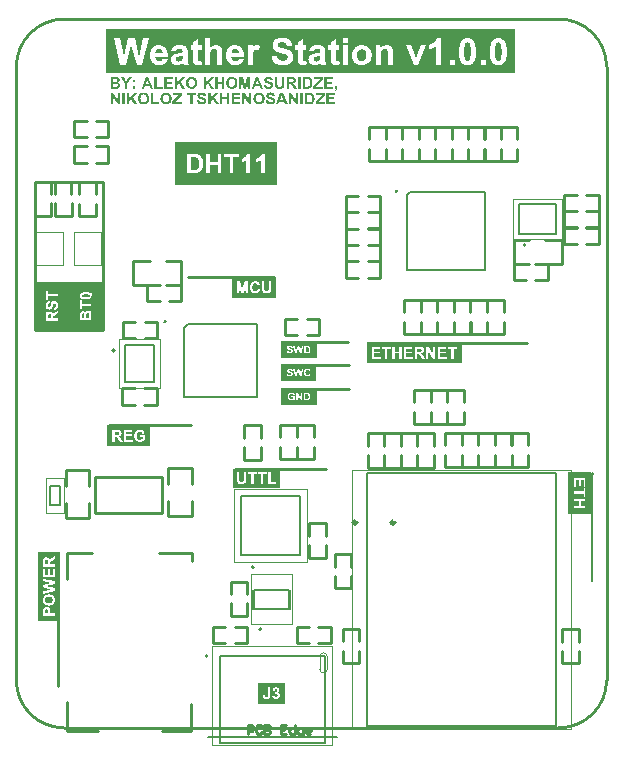
<source format=gto>
G04*
G04 #@! TF.GenerationSoftware,Altium Limited,Altium Designer,20.0.12 (288)*
G04*
G04 Layer_Color=65535*
%FSLAX44Y44*%
%MOMM*%
G71*
G01*
G75*
%ADD10C,0.2000*%
%ADD11C,0.3000*%
%ADD12C,0.2540*%
%ADD13C,0.1500*%
%ADD14C,0.1270*%
%ADD15C,0.1000*%
%ADD16C,0.0000*%
%ADD17C,0.0500*%
G36*
X1366250Y590750D02*
X1337250D01*
Y591500D01*
X1309250D01*
Y632250D01*
X1337250D01*
D01*
X1366250D01*
Y590750D01*
D02*
G37*
G36*
X1547000Y547750D02*
X1517000D01*
Y562750D01*
X1547000D01*
Y547750D01*
D02*
G37*
G36*
X1547250Y567250D02*
X1516750D01*
Y582250D01*
X1547250D01*
Y567250D01*
D02*
G37*
G36*
X1547250Y527500D02*
X1517250D01*
Y542500D01*
X1547250D01*
Y527500D01*
D02*
G37*
G36*
X1508458Y792357D02*
X1508613Y792343D01*
X1508796Y792329D01*
X1508980Y792301D01*
X1509191Y792273D01*
X1509642Y792174D01*
X1509868Y792104D01*
X1510093Y792033D01*
X1510319Y791935D01*
X1510530Y791822D01*
X1510728Y791695D01*
X1510911Y791554D01*
X1510925Y791540D01*
X1510953Y791512D01*
X1510995Y791469D01*
X1511052Y791413D01*
X1511122Y791329D01*
X1511207Y791230D01*
X1511292Y791117D01*
X1511390Y790990D01*
X1511475Y790835D01*
X1511559Y790680D01*
X1511644Y790497D01*
X1511714Y790299D01*
X1511785Y790102D01*
X1511841Y789876D01*
X1511884Y789651D01*
X1511898Y789397D01*
X1509924Y789327D01*
Y789341D01*
Y789355D01*
X1509896Y789454D01*
X1509868Y789580D01*
X1509811Y789735D01*
X1509741Y789919D01*
X1509642Y790088D01*
X1509515Y790257D01*
X1509374Y790398D01*
X1509360Y790412D01*
X1509304Y790454D01*
X1509205Y790511D01*
X1509064Y790567D01*
X1508895Y790624D01*
X1508684Y790680D01*
X1508430Y790722D01*
X1508134Y790736D01*
X1507993D01*
X1507838Y790722D01*
X1507655Y790694D01*
X1507443Y790652D01*
X1507218Y790581D01*
X1507006Y790497D01*
X1506809Y790370D01*
X1506795Y790356D01*
X1506766Y790328D01*
X1506710Y790285D01*
X1506654Y790215D01*
X1506597Y790130D01*
X1506541Y790017D01*
X1506513Y789905D01*
X1506499Y789764D01*
Y789750D01*
Y789707D01*
X1506513Y789637D01*
X1506541Y789566D01*
X1506569Y789468D01*
X1506611Y789369D01*
X1506682Y789270D01*
X1506781Y789172D01*
X1506795Y789157D01*
X1506865Y789115D01*
X1506907Y789087D01*
X1506978Y789059D01*
X1507048Y789017D01*
X1507147Y788974D01*
X1507260Y788932D01*
X1507387Y788876D01*
X1507542Y788819D01*
X1507697Y788763D01*
X1507894Y788706D01*
X1508106Y788650D01*
X1508331Y788594D01*
X1508585Y788523D01*
X1508599D01*
X1508655Y788509D01*
X1508726Y788495D01*
X1508825Y788467D01*
X1508937Y788439D01*
X1509078Y788396D01*
X1509233Y788354D01*
X1509388Y788312D01*
X1509727Y788199D01*
X1510079Y788086D01*
X1510418Y787959D01*
X1510558Y787889D01*
X1510699Y787818D01*
X1510714D01*
X1510728Y787804D01*
X1510812Y787748D01*
X1510939Y787663D01*
X1511094Y787551D01*
X1511263Y787410D01*
X1511447Y787240D01*
X1511630Y787043D01*
X1511785Y786817D01*
X1511799Y786789D01*
X1511841Y786705D01*
X1511912Y786578D01*
X1511982Y786395D01*
X1512053Y786169D01*
X1512123Y785901D01*
X1512166Y785605D01*
X1512180Y785267D01*
Y785253D01*
Y785225D01*
Y785182D01*
Y785126D01*
X1512166Y785055D01*
X1512151Y784957D01*
X1512123Y784759D01*
X1512067Y784505D01*
X1511982Y784238D01*
X1511855Y783970D01*
X1511700Y783688D01*
Y783674D01*
X1511672Y783660D01*
X1511616Y783575D01*
X1511503Y783434D01*
X1511362Y783279D01*
X1511179Y783096D01*
X1510939Y782927D01*
X1510685Y782757D01*
X1510375Y782602D01*
X1510361D01*
X1510333Y782588D01*
X1510291Y782574D01*
X1510220Y782546D01*
X1510136Y782518D01*
X1510037Y782490D01*
X1509924Y782461D01*
X1509797Y782433D01*
X1509642Y782391D01*
X1509487Y782363D01*
X1509121Y782306D01*
X1508712Y782264D01*
X1508261Y782250D01*
X1508078D01*
X1507951Y782264D01*
X1507796Y782278D01*
X1507626Y782292D01*
X1507429Y782320D01*
X1507218Y782363D01*
X1506752Y782461D01*
X1506513Y782532D01*
X1506287Y782602D01*
X1506048Y782701D01*
X1505822Y782814D01*
X1505611Y782941D01*
X1505413Y783096D01*
X1505399Y783110D01*
X1505371Y783138D01*
X1505314Y783180D01*
X1505258Y783251D01*
X1505173Y783350D01*
X1505089Y783462D01*
X1504990Y783589D01*
X1504892Y783730D01*
X1504793Y783899D01*
X1504694Y784083D01*
X1504595Y784294D01*
X1504497Y784520D01*
X1504426Y784759D01*
X1504342Y785027D01*
X1504285Y785309D01*
X1504243Y785605D01*
X1506160Y785788D01*
Y785774D01*
X1506174Y785746D01*
Y785690D01*
X1506189Y785633D01*
X1506245Y785464D01*
X1506315Y785253D01*
X1506400Y785013D01*
X1506527Y784773D01*
X1506668Y784562D01*
X1506851Y784364D01*
X1506879Y784351D01*
X1506950Y784294D01*
X1507063Y784224D01*
X1507232Y784139D01*
X1507443Y784054D01*
X1507683Y783984D01*
X1507965Y783928D01*
X1508289Y783913D01*
X1508444D01*
X1508613Y783942D01*
X1508825Y783970D01*
X1509050Y784012D01*
X1509290Y784083D01*
X1509515Y784181D01*
X1509713Y784308D01*
X1509741Y784322D01*
X1509797Y784379D01*
X1509868Y784463D01*
X1509966Y784576D01*
X1510051Y784717D01*
X1510136Y784886D01*
X1510192Y785055D01*
X1510206Y785253D01*
Y785267D01*
Y785309D01*
X1510192Y785379D01*
X1510178Y785464D01*
X1510150Y785549D01*
X1510121Y785647D01*
X1510065Y785746D01*
X1509995Y785845D01*
X1509980Y785859D01*
X1509952Y785887D01*
X1509910Y785929D01*
X1509840Y785986D01*
X1509741Y786056D01*
X1509614Y786127D01*
X1509473Y786197D01*
X1509290Y786268D01*
X1509276D01*
X1509219Y786296D01*
X1509121Y786324D01*
X1509050Y786352D01*
X1508966Y786366D01*
X1508867Y786395D01*
X1508754Y786437D01*
X1508627Y786465D01*
X1508486Y786507D01*
X1508317Y786550D01*
X1508134Y786592D01*
X1507937Y786648D01*
X1507711Y786705D01*
X1507697D01*
X1507640Y786719D01*
X1507556Y786747D01*
X1507457Y786775D01*
X1507330Y786817D01*
X1507175Y786860D01*
X1507020Y786916D01*
X1506837Y786973D01*
X1506470Y787113D01*
X1506118Y787283D01*
X1505935Y787367D01*
X1505780Y787466D01*
X1505625Y787565D01*
X1505498Y787663D01*
X1505484Y787677D01*
X1505455Y787706D01*
X1505413Y787748D01*
X1505357Y787804D01*
X1505286Y787889D01*
X1505216Y787988D01*
X1505131Y788086D01*
X1505061Y788213D01*
X1504892Y788509D01*
X1504751Y788847D01*
X1504694Y789031D01*
X1504652Y789214D01*
X1504624Y789425D01*
X1504610Y789637D01*
Y789651D01*
Y789665D01*
Y789707D01*
Y789764D01*
X1504638Y789905D01*
X1504666Y790088D01*
X1504708Y790299D01*
X1504779Y790539D01*
X1504877Y790793D01*
X1505018Y791032D01*
Y791047D01*
X1505033Y791061D01*
X1505103Y791145D01*
X1505188Y791258D01*
X1505329Y791399D01*
X1505498Y791554D01*
X1505709Y791723D01*
X1505949Y791878D01*
X1506231Y792019D01*
X1506245D01*
X1506273Y792033D01*
X1506315Y792047D01*
X1506372Y792076D01*
X1506456Y792104D01*
X1506541Y792132D01*
X1506654Y792160D01*
X1506781Y792203D01*
X1507063Y792259D01*
X1507387Y792315D01*
X1507753Y792357D01*
X1508162Y792372D01*
X1508331D01*
X1508458Y792357D01*
D02*
G37*
G36*
X1450153D02*
X1450308Y792343D01*
X1450491Y792329D01*
X1450674Y792301D01*
X1450886Y792273D01*
X1451337Y792174D01*
X1451563Y792104D01*
X1451788Y792033D01*
X1452014Y791935D01*
X1452225Y791822D01*
X1452422Y791695D01*
X1452606Y791554D01*
X1452620Y791540D01*
X1452648Y791512D01*
X1452690Y791469D01*
X1452747Y791413D01*
X1452817Y791329D01*
X1452902Y791230D01*
X1452986Y791117D01*
X1453085Y790990D01*
X1453170Y790835D01*
X1453254Y790680D01*
X1453339Y790497D01*
X1453409Y790299D01*
X1453480Y790102D01*
X1453536Y789876D01*
X1453578Y789651D01*
X1453593Y789397D01*
X1451619Y789327D01*
Y789341D01*
Y789355D01*
X1451591Y789454D01*
X1451563Y789580D01*
X1451506Y789735D01*
X1451436Y789919D01*
X1451337Y790088D01*
X1451210Y790257D01*
X1451069Y790398D01*
X1451055Y790412D01*
X1450999Y790454D01*
X1450900Y790511D01*
X1450759Y790567D01*
X1450590Y790624D01*
X1450378Y790680D01*
X1450125Y790722D01*
X1449829Y790736D01*
X1449688D01*
X1449533Y790722D01*
X1449349Y790694D01*
X1449138Y790652D01*
X1448912Y790581D01*
X1448701Y790497D01*
X1448504Y790370D01*
X1448489Y790356D01*
X1448461Y790328D01*
X1448405Y790285D01*
X1448349Y790215D01*
X1448292Y790130D01*
X1448236Y790017D01*
X1448208Y789905D01*
X1448193Y789764D01*
Y789750D01*
Y789707D01*
X1448208Y789637D01*
X1448236Y789566D01*
X1448264Y789468D01*
X1448306Y789369D01*
X1448377Y789270D01*
X1448475Y789172D01*
X1448489Y789157D01*
X1448560Y789115D01*
X1448602Y789087D01*
X1448673Y789059D01*
X1448743Y789017D01*
X1448842Y788974D01*
X1448955Y788932D01*
X1449082Y788876D01*
X1449237Y788819D01*
X1449392Y788763D01*
X1449589Y788706D01*
X1449801Y788650D01*
X1450026Y788594D01*
X1450280Y788523D01*
X1450294D01*
X1450350Y788509D01*
X1450421Y788495D01*
X1450519Y788467D01*
X1450632Y788439D01*
X1450773Y788396D01*
X1450928Y788354D01*
X1451083Y788312D01*
X1451422Y788199D01*
X1451774Y788086D01*
X1452112Y787959D01*
X1452253Y787889D01*
X1452394Y787818D01*
X1452408D01*
X1452422Y787804D01*
X1452507Y787748D01*
X1452634Y787663D01*
X1452789Y787551D01*
X1452958Y787410D01*
X1453141Y787240D01*
X1453325Y787043D01*
X1453480Y786817D01*
X1453494Y786789D01*
X1453536Y786705D01*
X1453607Y786578D01*
X1453677Y786395D01*
X1453748Y786169D01*
X1453818Y785901D01*
X1453860Y785605D01*
X1453875Y785267D01*
Y785253D01*
Y785225D01*
Y785182D01*
Y785126D01*
X1453860Y785055D01*
X1453846Y784957D01*
X1453818Y784759D01*
X1453762Y784505D01*
X1453677Y784238D01*
X1453550Y783970D01*
X1453395Y783688D01*
Y783674D01*
X1453367Y783660D01*
X1453311Y783575D01*
X1453198Y783434D01*
X1453057Y783279D01*
X1452874Y783096D01*
X1452634Y782927D01*
X1452380Y782757D01*
X1452070Y782602D01*
X1452056D01*
X1452028Y782588D01*
X1451985Y782574D01*
X1451915Y782546D01*
X1451830Y782518D01*
X1451732Y782490D01*
X1451619Y782461D01*
X1451492Y782433D01*
X1451337Y782391D01*
X1451182Y782363D01*
X1450815Y782306D01*
X1450407Y782264D01*
X1449955Y782250D01*
X1449772D01*
X1449645Y782264D01*
X1449490Y782278D01*
X1449321Y782292D01*
X1449124Y782320D01*
X1448912Y782363D01*
X1448447Y782461D01*
X1448208Y782532D01*
X1447982Y782602D01*
X1447742Y782701D01*
X1447517Y782814D01*
X1447305Y782941D01*
X1447108Y783096D01*
X1447094Y783110D01*
X1447066Y783138D01*
X1447009Y783180D01*
X1446953Y783251D01*
X1446868Y783350D01*
X1446784Y783462D01*
X1446685Y783589D01*
X1446586Y783730D01*
X1446488Y783899D01*
X1446389Y784083D01*
X1446290Y784294D01*
X1446192Y784520D01*
X1446121Y784759D01*
X1446037Y785027D01*
X1445980Y785309D01*
X1445938Y785605D01*
X1447855Y785788D01*
Y785774D01*
X1447869Y785746D01*
Y785690D01*
X1447883Y785633D01*
X1447940Y785464D01*
X1448010Y785253D01*
X1448095Y785013D01*
X1448222Y784773D01*
X1448363Y784562D01*
X1448546Y784364D01*
X1448574Y784351D01*
X1448645Y784294D01*
X1448757Y784224D01*
X1448926Y784139D01*
X1449138Y784054D01*
X1449377Y783984D01*
X1449659Y783928D01*
X1449984Y783913D01*
X1450139D01*
X1450308Y783942D01*
X1450519Y783970D01*
X1450745Y784012D01*
X1450985Y784083D01*
X1451210Y784181D01*
X1451407Y784308D01*
X1451436Y784322D01*
X1451492Y784379D01*
X1451563Y784463D01*
X1451661Y784576D01*
X1451746Y784717D01*
X1451830Y784886D01*
X1451887Y785055D01*
X1451901Y785253D01*
Y785267D01*
Y785309D01*
X1451887Y785379D01*
X1451873Y785464D01*
X1451844Y785549D01*
X1451816Y785647D01*
X1451760Y785746D01*
X1451689Y785845D01*
X1451675Y785859D01*
X1451647Y785887D01*
X1451605Y785929D01*
X1451534Y785986D01*
X1451436Y786056D01*
X1451309Y786127D01*
X1451168Y786197D01*
X1450985Y786268D01*
X1450970D01*
X1450914Y786296D01*
X1450815Y786324D01*
X1450745Y786352D01*
X1450660Y786366D01*
X1450562Y786395D01*
X1450449Y786437D01*
X1450322Y786465D01*
X1450181Y786507D01*
X1450012Y786550D01*
X1449829Y786592D01*
X1449631Y786648D01*
X1449406Y786705D01*
X1449392D01*
X1449335Y786719D01*
X1449251Y786747D01*
X1449152Y786775D01*
X1449025Y786817D01*
X1448870Y786860D01*
X1448715Y786916D01*
X1448532Y786973D01*
X1448165Y787113D01*
X1447813Y787283D01*
X1447630Y787367D01*
X1447474Y787466D01*
X1447319Y787565D01*
X1447193Y787663D01*
X1447178Y787677D01*
X1447150Y787706D01*
X1447108Y787748D01*
X1447052Y787804D01*
X1446981Y787889D01*
X1446911Y787988D01*
X1446826Y788086D01*
X1446756Y788213D01*
X1446586Y788509D01*
X1446445Y788847D01*
X1446389Y789031D01*
X1446347Y789214D01*
X1446319Y789425D01*
X1446304Y789637D01*
Y789651D01*
Y789665D01*
Y789707D01*
Y789764D01*
X1446333Y789905D01*
X1446361Y790088D01*
X1446403Y790299D01*
X1446474Y790539D01*
X1446572Y790793D01*
X1446713Y791032D01*
Y791047D01*
X1446727Y791061D01*
X1446798Y791145D01*
X1446882Y791258D01*
X1447023Y791399D01*
X1447193Y791554D01*
X1447404Y791723D01*
X1447644Y791878D01*
X1447926Y792019D01*
X1447940D01*
X1447968Y792033D01*
X1448010Y792047D01*
X1448067Y792076D01*
X1448151Y792104D01*
X1448236Y792132D01*
X1448349Y792160D01*
X1448475Y792203D01*
X1448757Y792259D01*
X1449082Y792315D01*
X1449448Y792357D01*
X1449857Y792372D01*
X1450026D01*
X1450153Y792357D01*
D02*
G37*
G36*
X1473187Y782433D02*
X1471214D01*
Y786705D01*
X1467365D01*
Y782433D01*
X1465392D01*
Y792188D01*
X1467365D01*
Y788354D01*
X1471214D01*
Y792188D01*
X1473187D01*
Y782433D01*
D02*
G37*
G36*
X1460486Y788382D02*
X1464363Y782433D01*
X1461811D01*
X1459119Y787015D01*
X1457526Y785379D01*
Y782433D01*
X1455552D01*
Y792188D01*
X1457526D01*
Y787847D01*
X1461529Y792188D01*
X1464179D01*
X1460486Y788382D01*
D02*
G37*
G36*
X1391566D02*
X1395442Y782433D01*
X1392891D01*
X1390198Y787015D01*
X1388605Y785379D01*
Y782433D01*
X1386632D01*
Y792188D01*
X1388605D01*
Y787847D01*
X1392609Y792188D01*
X1395259D01*
X1391566Y788382D01*
D02*
G37*
G36*
X1531450Y782433D02*
X1529477D01*
X1525515Y788861D01*
Y782433D01*
X1523697D01*
Y792188D01*
X1525600D01*
X1529632Y785619D01*
Y792188D01*
X1531450D01*
Y782433D01*
D02*
G37*
G36*
X1492077D02*
X1490104D01*
X1486142Y788861D01*
Y782433D01*
X1484324D01*
Y792188D01*
X1486227D01*
X1490259Y785619D01*
Y792188D01*
X1492077D01*
Y782433D01*
D02*
G37*
G36*
X1380753D02*
X1378780D01*
X1374819Y788861D01*
Y782433D01*
X1373000D01*
Y792188D01*
X1374903D01*
X1378935Y785619D01*
Y792188D01*
X1380753D01*
Y782433D01*
D02*
G37*
G36*
X1562731Y790539D02*
X1557473D01*
Y788382D01*
X1562365D01*
Y786733D01*
X1557473D01*
Y784083D01*
X1562915D01*
Y782433D01*
X1555500D01*
Y792188D01*
X1562731D01*
Y790539D01*
D02*
G37*
G36*
X1554034Y790652D02*
X1548691Y784083D01*
X1554245D01*
Y782433D01*
X1546308D01*
Y784210D01*
X1551454Y790539D01*
X1546901D01*
Y792188D01*
X1554034D01*
Y790652D01*
D02*
G37*
G36*
X1541332Y792174D02*
X1541600Y792160D01*
X1541896Y792146D01*
X1542206Y792104D01*
X1542502Y792061D01*
X1542770Y791991D01*
X1542784D01*
X1542812Y791977D01*
X1542855Y791963D01*
X1542911Y791949D01*
X1543080Y791878D01*
X1543278Y791780D01*
X1543503Y791653D01*
X1543757Y791498D01*
X1543997Y791314D01*
X1544236Y791089D01*
X1544250D01*
X1544265Y791061D01*
X1544335Y790976D01*
X1544448Y790835D01*
X1544575Y790652D01*
X1544730Y790426D01*
X1544885Y790158D01*
X1545040Y789848D01*
X1545167Y789510D01*
Y789496D01*
X1545181Y789468D01*
X1545195Y789411D01*
X1545223Y789341D01*
X1545237Y789256D01*
X1545265Y789143D01*
X1545293Y789017D01*
X1545336Y788876D01*
X1545364Y788720D01*
X1545392Y788537D01*
X1545420Y788354D01*
X1545435Y788142D01*
X1545477Y787706D01*
X1545491Y787212D01*
Y787198D01*
Y787156D01*
Y787099D01*
Y787015D01*
X1545477Y786902D01*
Y786789D01*
X1545463Y786648D01*
X1545449Y786493D01*
X1545420Y786169D01*
X1545364Y785831D01*
X1545279Y785478D01*
X1545181Y785140D01*
Y785126D01*
X1545167Y785098D01*
X1545139Y785041D01*
X1545110Y784957D01*
X1545082Y784872D01*
X1545026Y784773D01*
X1544913Y784520D01*
X1544772Y784252D01*
X1544589Y783956D01*
X1544377Y783674D01*
X1544138Y783406D01*
X1544109Y783378D01*
X1544039Y783321D01*
X1543926Y783237D01*
X1543771Y783124D01*
X1543574Y782997D01*
X1543348Y782870D01*
X1543066Y782743D01*
X1542756Y782631D01*
X1542742D01*
X1542728Y782617D01*
X1542686D01*
X1542643Y782602D01*
X1542488Y782574D01*
X1542291Y782532D01*
X1542051Y782490D01*
X1541755Y782461D01*
X1541403Y782447D01*
X1541022Y782433D01*
X1537329D01*
Y792188D01*
X1541219D01*
X1541332Y792174D01*
D02*
G37*
G36*
X1535440Y782433D02*
X1533466D01*
Y792188D01*
X1535440D01*
Y782433D01*
D02*
G37*
G36*
X1522640D02*
X1520511D01*
X1519665Y784647D01*
X1515746D01*
X1514943Y782433D01*
X1512856D01*
X1516634Y792188D01*
X1518721D01*
X1522640Y782433D01*
D02*
G37*
G36*
X1482463Y790539D02*
X1477205D01*
Y788382D01*
X1482097D01*
Y786733D01*
X1477205D01*
Y784083D01*
X1482646D01*
Y782433D01*
X1475231D01*
Y792188D01*
X1482463D01*
Y790539D01*
D02*
G37*
G36*
X1445177D02*
X1442301D01*
Y782433D01*
X1440327D01*
Y790539D01*
X1437437D01*
Y792188D01*
X1445177D01*
Y790539D01*
D02*
G37*
G36*
X1432870Y790652D02*
X1427527Y784083D01*
X1433081D01*
Y782433D01*
X1425145D01*
Y784210D01*
X1430290Y790539D01*
X1425737D01*
Y792188D01*
X1432870D01*
Y790652D01*
D02*
G37*
G36*
X1409088Y784083D02*
X1413994D01*
Y782433D01*
X1407115D01*
Y792118D01*
X1409088D01*
Y784083D01*
D02*
G37*
G36*
X1384743Y782433D02*
X1382769D01*
Y792188D01*
X1384743D01*
Y782433D01*
D02*
G37*
G36*
X1498675Y792357D02*
X1498816D01*
X1498999Y792329D01*
X1499210Y792301D01*
X1499450Y792259D01*
X1499704Y792203D01*
X1499972Y792132D01*
X1500254Y792047D01*
X1500536Y791935D01*
X1500832Y791808D01*
X1501113Y791653D01*
X1501396Y791469D01*
X1501663Y791258D01*
X1501917Y791018D01*
X1501931Y791004D01*
X1501974Y790962D01*
X1502044Y790877D01*
X1502114Y790779D01*
X1502213Y790638D01*
X1502326Y790469D01*
X1502439Y790271D01*
X1502565Y790046D01*
X1502692Y789806D01*
X1502805Y789524D01*
X1502918Y789214D01*
X1503017Y788890D01*
X1503101Y788523D01*
X1503158Y788142D01*
X1503200Y787734D01*
X1503214Y787297D01*
Y787269D01*
Y787198D01*
X1503200Y787071D01*
Y786902D01*
X1503172Y786705D01*
X1503143Y786479D01*
X1503101Y786211D01*
X1503059Y785943D01*
X1502988Y785647D01*
X1502904Y785337D01*
X1502791Y785027D01*
X1502664Y784717D01*
X1502523Y784421D01*
X1502340Y784125D01*
X1502143Y783843D01*
X1501917Y783575D01*
X1501903Y783561D01*
X1501861Y783519D01*
X1501790Y783448D01*
X1501677Y783364D01*
X1501550Y783265D01*
X1501396Y783152D01*
X1501212Y783039D01*
X1501015Y782913D01*
X1500775Y782786D01*
X1500522Y782673D01*
X1500240Y782560D01*
X1499929Y782461D01*
X1499605Y782377D01*
X1499253Y782306D01*
X1498886Y782264D01*
X1498492Y782250D01*
X1498393D01*
X1498280Y782264D01*
X1498139Y782278D01*
X1497956Y782292D01*
X1497744Y782320D01*
X1497505Y782363D01*
X1497251Y782419D01*
X1496969Y782490D01*
X1496701Y782574D01*
X1496405Y782687D01*
X1496123Y782814D01*
X1495827Y782955D01*
X1495559Y783138D01*
X1495291Y783335D01*
X1495038Y783575D01*
X1495024Y783589D01*
X1494981Y783632D01*
X1494925Y783716D01*
X1494840Y783815D01*
X1494742Y783956D01*
X1494629Y784125D01*
X1494516Y784308D01*
X1494403Y784534D01*
X1494276Y784773D01*
X1494164Y785055D01*
X1494051Y785351D01*
X1493952Y785676D01*
X1493868Y786028D01*
X1493811Y786409D01*
X1493769Y786817D01*
X1493755Y787240D01*
Y787254D01*
Y787311D01*
Y787381D01*
X1493769Y787494D01*
Y787621D01*
X1493783Y787762D01*
X1493797Y787931D01*
X1493811Y788114D01*
X1493868Y788509D01*
X1493938Y788932D01*
X1494051Y789355D01*
X1494192Y789750D01*
Y789764D01*
X1494206Y789778D01*
X1494234Y789820D01*
X1494248Y789876D01*
X1494333Y790017D01*
X1494432Y790201D01*
X1494558Y790412D01*
X1494713Y790624D01*
X1494897Y790863D01*
X1495094Y791089D01*
X1495108Y791103D01*
X1495122Y791117D01*
X1495193Y791188D01*
X1495320Y791300D01*
X1495475Y791427D01*
X1495658Y791568D01*
X1495869Y791723D01*
X1496109Y791864D01*
X1496363Y791977D01*
X1496377D01*
X1496405Y791991D01*
X1496461Y792019D01*
X1496532Y792033D01*
X1496617Y792076D01*
X1496715Y792104D01*
X1496842Y792132D01*
X1496969Y792174D01*
X1497279Y792245D01*
X1497632Y792315D01*
X1498040Y792357D01*
X1498463Y792372D01*
X1498562D01*
X1498675Y792357D01*
D02*
G37*
G36*
X1419915D02*
X1420056D01*
X1420239Y792329D01*
X1420450Y792301D01*
X1420690Y792259D01*
X1420944Y792203D01*
X1421212Y792132D01*
X1421494Y792047D01*
X1421776Y791935D01*
X1422072Y791808D01*
X1422354Y791653D01*
X1422635Y791469D01*
X1422903Y791258D01*
X1423157Y791018D01*
X1423171Y791004D01*
X1423214Y790962D01*
X1423284Y790877D01*
X1423354Y790779D01*
X1423453Y790638D01*
X1423566Y790469D01*
X1423679Y790271D01*
X1423806Y790046D01*
X1423932Y789806D01*
X1424045Y789524D01*
X1424158Y789214D01*
X1424257Y788890D01*
X1424341Y788523D01*
X1424398Y788142D01*
X1424440Y787734D01*
X1424454Y787297D01*
Y787269D01*
Y787198D01*
X1424440Y787071D01*
Y786902D01*
X1424412Y786705D01*
X1424384Y786479D01*
X1424341Y786211D01*
X1424299Y785943D01*
X1424229Y785647D01*
X1424144Y785337D01*
X1424031Y785027D01*
X1423904Y784717D01*
X1423763Y784421D01*
X1423580Y784125D01*
X1423383Y783843D01*
X1423157Y783575D01*
X1423143Y783561D01*
X1423101Y783519D01*
X1423030Y783448D01*
X1422917Y783364D01*
X1422791Y783265D01*
X1422635Y783152D01*
X1422452Y783039D01*
X1422255Y782913D01*
X1422015Y782786D01*
X1421761Y782673D01*
X1421480Y782560D01*
X1421169Y782461D01*
X1420845Y782377D01*
X1420493Y782306D01*
X1420126Y782264D01*
X1419732Y782250D01*
X1419633D01*
X1419520Y782264D01*
X1419379Y782278D01*
X1419196Y782292D01*
X1418984Y782320D01*
X1418745Y782363D01*
X1418491Y782419D01*
X1418209Y782490D01*
X1417941Y782574D01*
X1417645Y782687D01*
X1417363Y782814D01*
X1417067Y782955D01*
X1416799Y783138D01*
X1416532Y783335D01*
X1416278Y783575D01*
X1416264Y783589D01*
X1416221Y783632D01*
X1416165Y783716D01*
X1416080Y783815D01*
X1415982Y783956D01*
X1415869Y784125D01*
X1415756Y784308D01*
X1415643Y784534D01*
X1415517Y784773D01*
X1415404Y785055D01*
X1415291Y785351D01*
X1415192Y785676D01*
X1415108Y786028D01*
X1415051Y786409D01*
X1415009Y786817D01*
X1414995Y787240D01*
Y787254D01*
Y787311D01*
Y787381D01*
X1415009Y787494D01*
Y787621D01*
X1415023Y787762D01*
X1415037Y787931D01*
X1415051Y788114D01*
X1415108Y788509D01*
X1415178Y788932D01*
X1415291Y789355D01*
X1415432Y789750D01*
Y789764D01*
X1415446Y789778D01*
X1415474Y789820D01*
X1415488Y789876D01*
X1415573Y790017D01*
X1415672Y790201D01*
X1415798Y790412D01*
X1415954Y790624D01*
X1416137Y790863D01*
X1416334Y791089D01*
X1416348Y791103D01*
X1416362Y791117D01*
X1416433Y791188D01*
X1416560Y791300D01*
X1416715Y791427D01*
X1416898Y791568D01*
X1417110Y791723D01*
X1417349Y791864D01*
X1417603Y791977D01*
X1417617D01*
X1417645Y791991D01*
X1417702Y792019D01*
X1417772Y792033D01*
X1417857Y792076D01*
X1417955Y792104D01*
X1418082Y792132D01*
X1418209Y792174D01*
X1418519Y792245D01*
X1418872Y792315D01*
X1419280Y792357D01*
X1419703Y792372D01*
X1419802D01*
X1419915Y792357D01*
D02*
G37*
G36*
X1400983D02*
X1401124D01*
X1401307Y792329D01*
X1401518Y792301D01*
X1401758Y792259D01*
X1402012Y792203D01*
X1402280Y792132D01*
X1402561Y792047D01*
X1402843Y791935D01*
X1403139Y791808D01*
X1403421Y791653D01*
X1403703Y791469D01*
X1403971Y791258D01*
X1404225Y791018D01*
X1404239Y791004D01*
X1404281Y790962D01*
X1404352Y790877D01*
X1404422Y790779D01*
X1404521Y790638D01*
X1404634Y790469D01*
X1404746Y790271D01*
X1404873Y790046D01*
X1405000Y789806D01*
X1405113Y789524D01*
X1405226Y789214D01*
X1405324Y788890D01*
X1405409Y788523D01*
X1405465Y788142D01*
X1405508Y787734D01*
X1405522Y787297D01*
Y787269D01*
Y787198D01*
X1405508Y787071D01*
Y786902D01*
X1405479Y786705D01*
X1405451Y786479D01*
X1405409Y786211D01*
X1405367Y785943D01*
X1405296Y785647D01*
X1405212Y785337D01*
X1405099Y785027D01*
X1404972Y784717D01*
X1404831Y784421D01*
X1404648Y784125D01*
X1404450Y783843D01*
X1404225Y783575D01*
X1404211Y783561D01*
X1404169Y783519D01*
X1404098Y783448D01*
X1403985Y783364D01*
X1403858Y783265D01*
X1403703Y783152D01*
X1403520Y783039D01*
X1403323Y782913D01*
X1403083Y782786D01*
X1402829Y782673D01*
X1402547Y782560D01*
X1402237Y782461D01*
X1401913Y782377D01*
X1401561Y782306D01*
X1401194Y782264D01*
X1400799Y782250D01*
X1400701D01*
X1400588Y782264D01*
X1400447Y782278D01*
X1400264Y782292D01*
X1400052Y782320D01*
X1399812Y782363D01*
X1399559Y782419D01*
X1399277Y782490D01*
X1399009Y782574D01*
X1398713Y782687D01*
X1398431Y782814D01*
X1398135Y782955D01*
X1397867Y783138D01*
X1397599Y783335D01*
X1397345Y783575D01*
X1397331Y783589D01*
X1397289Y783632D01*
X1397233Y783716D01*
X1397148Y783815D01*
X1397050Y783956D01*
X1396937Y784125D01*
X1396824Y784308D01*
X1396711Y784534D01*
X1396584Y784773D01*
X1396472Y785055D01*
X1396359Y785351D01*
X1396260Y785676D01*
X1396176Y786028D01*
X1396119Y786409D01*
X1396077Y786817D01*
X1396063Y787240D01*
Y787254D01*
Y787311D01*
Y787381D01*
X1396077Y787494D01*
Y787621D01*
X1396091Y787762D01*
X1396105Y787931D01*
X1396119Y788114D01*
X1396176Y788509D01*
X1396246Y788932D01*
X1396359Y789355D01*
X1396500Y789750D01*
Y789764D01*
X1396514Y789778D01*
X1396542Y789820D01*
X1396556Y789876D01*
X1396641Y790017D01*
X1396739Y790201D01*
X1396866Y790412D01*
X1397021Y790624D01*
X1397204Y790863D01*
X1397402Y791089D01*
X1397416Y791103D01*
X1397430Y791117D01*
X1397501Y791188D01*
X1397628Y791300D01*
X1397782Y791427D01*
X1397966Y791568D01*
X1398177Y791723D01*
X1398417Y791864D01*
X1398671Y791977D01*
X1398685D01*
X1398713Y791991D01*
X1398769Y792019D01*
X1398840Y792033D01*
X1398924Y792076D01*
X1399023Y792104D01*
X1399150Y792132D01*
X1399277Y792174D01*
X1399587Y792245D01*
X1399939Y792315D01*
X1400348Y792357D01*
X1400771Y792372D01*
X1400870D01*
X1400983Y792357D01*
D02*
G37*
G36*
X1506686Y805595D02*
X1506841Y805581D01*
X1507024Y805567D01*
X1507207Y805539D01*
X1507419Y805511D01*
X1507870Y805412D01*
X1508095Y805341D01*
X1508321Y805271D01*
X1508546Y805172D01*
X1508758Y805060D01*
X1508955Y804933D01*
X1509138Y804792D01*
X1509153Y804778D01*
X1509181Y804749D01*
X1509223Y804707D01*
X1509279Y804651D01*
X1509350Y804566D01*
X1509435Y804467D01*
X1509519Y804355D01*
X1509618Y804228D01*
X1509702Y804073D01*
X1509787Y803918D01*
X1509872Y803734D01*
X1509942Y803537D01*
X1510013Y803340D01*
X1510069Y803114D01*
X1510111Y802889D01*
X1510125Y802635D01*
X1508152Y802564D01*
Y802579D01*
Y802593D01*
X1508123Y802691D01*
X1508095Y802818D01*
X1508039Y802973D01*
X1507968Y803156D01*
X1507870Y803326D01*
X1507743Y803495D01*
X1507602Y803636D01*
X1507588Y803650D01*
X1507531Y803692D01*
X1507433Y803748D01*
X1507292Y803805D01*
X1507123Y803861D01*
X1506911Y803918D01*
X1506657Y803960D01*
X1506361Y803974D01*
X1506220D01*
X1506065Y803960D01*
X1505882Y803932D01*
X1505671Y803889D01*
X1505445Y803819D01*
X1505234Y803734D01*
X1505036Y803607D01*
X1505022Y803593D01*
X1504994Y803565D01*
X1504938Y803523D01*
X1504881Y803453D01*
X1504825Y803368D01*
X1504768Y803255D01*
X1504740Y803142D01*
X1504726Y803001D01*
Y802987D01*
Y802945D01*
X1504740Y802875D01*
X1504768Y802804D01*
X1504797Y802705D01*
X1504839Y802607D01*
X1504909Y802508D01*
X1505008Y802409D01*
X1505022Y802395D01*
X1505093Y802353D01*
X1505135Y802325D01*
X1505205Y802297D01*
X1505276Y802254D01*
X1505375Y802212D01*
X1505487Y802170D01*
X1505614Y802113D01*
X1505769Y802057D01*
X1505924Y802001D01*
X1506122Y801944D01*
X1506333Y801888D01*
X1506559Y801831D01*
X1506812Y801761D01*
X1506827D01*
X1506883Y801747D01*
X1506953Y801733D01*
X1507052Y801704D01*
X1507165Y801676D01*
X1507306Y801634D01*
X1507461Y801592D01*
X1507616Y801549D01*
X1507954Y801437D01*
X1508307Y801324D01*
X1508645Y801197D01*
X1508786Y801126D01*
X1508927Y801056D01*
X1508941D01*
X1508955Y801042D01*
X1509040Y800985D01*
X1509167Y800901D01*
X1509322Y800788D01*
X1509491Y800647D01*
X1509674Y800478D01*
X1509857Y800281D01*
X1510013Y800055D01*
X1510027Y800027D01*
X1510069Y799942D01*
X1510139Y799815D01*
X1510210Y799632D01*
X1510280Y799407D01*
X1510351Y799139D01*
X1510393Y798843D01*
X1510407Y798504D01*
Y798490D01*
Y798462D01*
Y798420D01*
Y798363D01*
X1510393Y798293D01*
X1510379Y798194D01*
X1510351Y797997D01*
X1510294Y797743D01*
X1510210Y797475D01*
X1510083Y797207D01*
X1509928Y796926D01*
Y796911D01*
X1509900Y796897D01*
X1509843Y796813D01*
X1509731Y796672D01*
X1509590Y796517D01*
X1509406Y796333D01*
X1509167Y796164D01*
X1508913Y795995D01*
X1508603Y795840D01*
X1508589D01*
X1508560Y795826D01*
X1508518Y795812D01*
X1508448Y795784D01*
X1508363Y795755D01*
X1508264Y795727D01*
X1508152Y795699D01*
X1508025Y795671D01*
X1507870Y795629D01*
X1507715Y795600D01*
X1507348Y795544D01*
X1506939Y795502D01*
X1506488Y795488D01*
X1506305D01*
X1506178Y795502D01*
X1506023Y795516D01*
X1505854Y795530D01*
X1505656Y795558D01*
X1505445Y795600D01*
X1504980Y795699D01*
X1504740Y795770D01*
X1504515Y795840D01*
X1504275Y795939D01*
X1504050Y796051D01*
X1503838Y796178D01*
X1503641Y796333D01*
X1503627Y796348D01*
X1503598Y796376D01*
X1503542Y796418D01*
X1503486Y796489D01*
X1503401Y796587D01*
X1503316Y796700D01*
X1503218Y796827D01*
X1503119Y796968D01*
X1503020Y797137D01*
X1502922Y797320D01*
X1502823Y797532D01*
X1502724Y797757D01*
X1502654Y797997D01*
X1502569Y798265D01*
X1502513Y798547D01*
X1502471Y798843D01*
X1504388Y799026D01*
Y799012D01*
X1504402Y798984D01*
Y798927D01*
X1504416Y798871D01*
X1504472Y798702D01*
X1504543Y798490D01*
X1504627Y798251D01*
X1504754Y798011D01*
X1504895Y797800D01*
X1505078Y797602D01*
X1505107Y797588D01*
X1505177Y797532D01*
X1505290Y797461D01*
X1505459Y797377D01*
X1505671Y797292D01*
X1505910Y797222D01*
X1506192Y797165D01*
X1506516Y797151D01*
X1506671D01*
X1506841Y797179D01*
X1507052Y797207D01*
X1507278Y797250D01*
X1507517Y797320D01*
X1507743Y797419D01*
X1507940Y797546D01*
X1507968Y797560D01*
X1508025Y797616D01*
X1508095Y797701D01*
X1508194Y797814D01*
X1508279Y797955D01*
X1508363Y798124D01*
X1508419Y798293D01*
X1508434Y798490D01*
Y798504D01*
Y798547D01*
X1508419Y798617D01*
X1508405Y798702D01*
X1508377Y798786D01*
X1508349Y798885D01*
X1508293Y798984D01*
X1508222Y799082D01*
X1508208Y799097D01*
X1508180Y799125D01*
X1508138Y799167D01*
X1508067Y799223D01*
X1507968Y799294D01*
X1507842Y799364D01*
X1507701Y799435D01*
X1507517Y799505D01*
X1507503D01*
X1507447Y799533D01*
X1507348Y799562D01*
X1507278Y799590D01*
X1507193Y799604D01*
X1507094Y799632D01*
X1506982Y799675D01*
X1506855Y799703D01*
X1506714Y799745D01*
X1506545Y799787D01*
X1506361Y799829D01*
X1506164Y799886D01*
X1505939Y799942D01*
X1505924D01*
X1505868Y799956D01*
X1505783Y799985D01*
X1505685Y800013D01*
X1505558Y800055D01*
X1505403Y800097D01*
X1505248Y800154D01*
X1505065Y800210D01*
X1504698Y800351D01*
X1504346Y800520D01*
X1504162Y800605D01*
X1504007Y800704D01*
X1503852Y800802D01*
X1503725Y800901D01*
X1503711Y800915D01*
X1503683Y800943D01*
X1503641Y800985D01*
X1503584Y801042D01*
X1503514Y801126D01*
X1503443Y801225D01*
X1503359Y801324D01*
X1503288Y801451D01*
X1503119Y801747D01*
X1502978Y802085D01*
X1502922Y802268D01*
X1502879Y802452D01*
X1502851Y802663D01*
X1502837Y802875D01*
Y802889D01*
Y802903D01*
Y802945D01*
Y803001D01*
X1502865Y803142D01*
X1502894Y803326D01*
X1502936Y803537D01*
X1503006Y803777D01*
X1503105Y804030D01*
X1503246Y804270D01*
Y804284D01*
X1503260Y804298D01*
X1503331Y804383D01*
X1503415Y804496D01*
X1503556Y804637D01*
X1503725Y804792D01*
X1503937Y804961D01*
X1504176Y805116D01*
X1504458Y805257D01*
X1504472D01*
X1504501Y805271D01*
X1504543Y805285D01*
X1504599Y805313D01*
X1504684Y805341D01*
X1504768Y805370D01*
X1504881Y805398D01*
X1505008Y805440D01*
X1505290Y805497D01*
X1505614Y805553D01*
X1505981Y805595D01*
X1506390Y805609D01*
X1506559D01*
X1506686Y805595D01*
D02*
G37*
G36*
X1469145Y795671D02*
X1467172D01*
Y799942D01*
X1463323D01*
Y795671D01*
X1461350D01*
Y805426D01*
X1463323D01*
Y801592D01*
X1467172D01*
Y805426D01*
X1469145D01*
Y795671D01*
D02*
G37*
G36*
X1387115Y799759D02*
Y795671D01*
X1385141D01*
Y799773D01*
X1381575Y805426D01*
X1383873D01*
X1386170Y801563D01*
X1388412Y805426D01*
X1390681D01*
X1387115Y799759D01*
D02*
G37*
G36*
X1456444Y801620D02*
X1460321Y795671D01*
X1457769D01*
X1455076Y800253D01*
X1453483Y798617D01*
Y795671D01*
X1451510D01*
Y805426D01*
X1453483D01*
Y801084D01*
X1457487Y805426D01*
X1460137D01*
X1456444Y801620D01*
D02*
G37*
G36*
X1432211D02*
X1436088Y795671D01*
X1433536D01*
X1430844Y800253D01*
X1429251Y798617D01*
Y795671D01*
X1427277D01*
Y805426D01*
X1429251D01*
Y801084D01*
X1433254Y805426D01*
X1435905D01*
X1432211Y801620D01*
D02*
G37*
G36*
X1393881Y800873D02*
X1392007D01*
Y802748D01*
X1393881D01*
Y800873D01*
D02*
G37*
G36*
X1491151Y795671D02*
X1489332D01*
X1489318Y803340D01*
X1487401Y795671D01*
X1485498D01*
X1483581Y803340D01*
Y795671D01*
X1481762D01*
Y805426D01*
X1484708D01*
X1486456Y798758D01*
X1488190Y805426D01*
X1491151D01*
Y795671D01*
D02*
G37*
G36*
X1519838Y800281D02*
Y800266D01*
Y800210D01*
Y800111D01*
Y799999D01*
Y799858D01*
X1519824Y799689D01*
Y799505D01*
Y799322D01*
X1519796Y798913D01*
X1519768Y798490D01*
X1519754Y798307D01*
X1519725Y798124D01*
X1519697Y797955D01*
X1519669Y797800D01*
Y797785D01*
X1519655Y797771D01*
Y797729D01*
X1519641Y797687D01*
X1519599Y797546D01*
X1519542Y797377D01*
X1519458Y797179D01*
X1519359Y796982D01*
X1519232Y796770D01*
X1519077Y796573D01*
X1519063Y796545D01*
X1519006Y796489D01*
X1518908Y796404D01*
X1518781Y796291D01*
X1518612Y796164D01*
X1518414Y796037D01*
X1518189Y795897D01*
X1517935Y795784D01*
X1517921D01*
X1517907Y795770D01*
X1517865Y795755D01*
X1517808Y795741D01*
X1517738Y795713D01*
X1517653Y795685D01*
X1517540Y795657D01*
X1517428Y795643D01*
X1517160Y795586D01*
X1516835Y795530D01*
X1516469Y795502D01*
X1516060Y795488D01*
X1515835D01*
X1515708Y795502D01*
X1515581D01*
X1515426Y795516D01*
X1515271Y795530D01*
X1514932Y795558D01*
X1514580Y795614D01*
X1514227Y795699D01*
X1514072Y795741D01*
X1513931Y795798D01*
X1513917D01*
X1513903Y795812D01*
X1513819Y795854D01*
X1513678Y795925D01*
X1513523Y796023D01*
X1513339Y796150D01*
X1513142Y796291D01*
X1512959Y796460D01*
X1512790Y796644D01*
X1512776Y796672D01*
X1512719Y796728D01*
X1512649Y796841D01*
X1512564Y796982D01*
X1512480Y797137D01*
X1512381Y797320D01*
X1512310Y797518D01*
X1512240Y797729D01*
Y797743D01*
X1512226Y797771D01*
Y797814D01*
X1512212Y797884D01*
X1512198Y797969D01*
X1512183Y798082D01*
X1512169Y798208D01*
X1512155Y798349D01*
X1512127Y798519D01*
X1512113Y798702D01*
X1512099Y798899D01*
X1512085Y799125D01*
X1512071Y799364D01*
Y799632D01*
X1512057Y799914D01*
Y800210D01*
Y805426D01*
X1514030D01*
Y800126D01*
Y800111D01*
Y800069D01*
Y800013D01*
Y799928D01*
Y799815D01*
Y799703D01*
X1514044Y799449D01*
Y799167D01*
X1514058Y798899D01*
X1514072Y798772D01*
Y798660D01*
X1514086Y798575D01*
X1514101Y798490D01*
Y798462D01*
X1514129Y798392D01*
X1514171Y798279D01*
X1514227Y798138D01*
X1514298Y797983D01*
X1514411Y797828D01*
X1514538Y797659D01*
X1514693Y797518D01*
X1514721Y797504D01*
X1514777Y797461D01*
X1514890Y797405D01*
X1515031Y797348D01*
X1515228Y797278D01*
X1515454Y797222D01*
X1515708Y797179D01*
X1516004Y797165D01*
X1516145D01*
X1516286Y797179D01*
X1516469Y797207D01*
X1516680Y797250D01*
X1516878Y797306D01*
X1517089Y797391D01*
X1517258Y797504D01*
X1517272Y797518D01*
X1517329Y797560D01*
X1517399Y797630D01*
X1517484Y797729D01*
X1517569Y797856D01*
X1517653Y797997D01*
X1517724Y798152D01*
X1517766Y798335D01*
Y798363D01*
X1517780Y798434D01*
X1517794Y798561D01*
X1517822Y798730D01*
Y798843D01*
X1517836Y798970D01*
Y799111D01*
X1517850Y799252D01*
Y799421D01*
X1517865Y799604D01*
Y799801D01*
Y800013D01*
Y805426D01*
X1519838D01*
Y800281D01*
D02*
G37*
G36*
X1560959Y803777D02*
X1555701D01*
Y801620D01*
X1560592D01*
Y799970D01*
X1555701D01*
Y797320D01*
X1561142D01*
Y795671D01*
X1553727D01*
Y805426D01*
X1560959D01*
Y803777D01*
D02*
G37*
G36*
X1552261Y803889D02*
X1546918Y797320D01*
X1552473D01*
Y795671D01*
X1544536D01*
Y797447D01*
X1549682Y803777D01*
X1545128D01*
Y805426D01*
X1552261D01*
Y803889D01*
D02*
G37*
G36*
X1539560Y805412D02*
X1539828Y805398D01*
X1540124Y805384D01*
X1540434Y805341D01*
X1540730Y805299D01*
X1540998Y805229D01*
X1541012D01*
X1541040Y805215D01*
X1541082Y805201D01*
X1541139Y805186D01*
X1541308Y805116D01*
X1541505Y805017D01*
X1541731Y804890D01*
X1541985Y804735D01*
X1542224Y804552D01*
X1542464Y804326D01*
X1542478D01*
X1542492Y804298D01*
X1542563Y804214D01*
X1542675Y804073D01*
X1542802Y803889D01*
X1542957Y803664D01*
X1543112Y803396D01*
X1543267Y803086D01*
X1543394Y802748D01*
Y802734D01*
X1543408Y802705D01*
X1543422Y802649D01*
X1543451Y802579D01*
X1543465Y802494D01*
X1543493Y802381D01*
X1543521Y802254D01*
X1543563Y802113D01*
X1543592Y801958D01*
X1543620Y801775D01*
X1543648Y801592D01*
X1543662Y801380D01*
X1543704Y800943D01*
X1543718Y800450D01*
Y800436D01*
Y800393D01*
Y800337D01*
Y800253D01*
X1543704Y800140D01*
Y800027D01*
X1543690Y799886D01*
X1543676Y799731D01*
X1543648Y799407D01*
X1543592Y799068D01*
X1543507Y798716D01*
X1543408Y798378D01*
Y798363D01*
X1543394Y798335D01*
X1543366Y798279D01*
X1543338Y798194D01*
X1543310Y798110D01*
X1543253Y798011D01*
X1543140Y797757D01*
X1543000Y797489D01*
X1542816Y797193D01*
X1542605Y796911D01*
X1542365Y796644D01*
X1542337Y796615D01*
X1542266Y796559D01*
X1542154Y796475D01*
X1541999Y796362D01*
X1541801Y796235D01*
X1541576Y796108D01*
X1541294Y795981D01*
X1540984Y795868D01*
X1540970D01*
X1540955Y795854D01*
X1540913D01*
X1540871Y795840D01*
X1540716Y795812D01*
X1540518Y795770D01*
X1540279Y795727D01*
X1539983Y795699D01*
X1539630Y795685D01*
X1539250Y795671D01*
X1535556D01*
Y805426D01*
X1539447D01*
X1539560Y805412D01*
D02*
G37*
G36*
X1533667Y795671D02*
X1531694D01*
Y805426D01*
X1533667D01*
Y795671D01*
D02*
G37*
G36*
X1526450Y805412D02*
X1526605D01*
X1526760Y805398D01*
X1526943D01*
X1527310Y805356D01*
X1527690Y805313D01*
X1528043Y805243D01*
X1528198Y805201D01*
X1528339Y805158D01*
X1528353D01*
X1528367Y805144D01*
X1528451Y805102D01*
X1528578Y805031D01*
X1528747Y804947D01*
X1528931Y804806D01*
X1529114Y804651D01*
X1529297Y804453D01*
X1529466Y804214D01*
Y804200D01*
X1529480Y804185D01*
X1529509Y804143D01*
X1529537Y804101D01*
X1529607Y803960D01*
X1529692Y803777D01*
X1529762Y803551D01*
X1529833Y803297D01*
X1529889Y803001D01*
X1529903Y802691D01*
Y802677D01*
Y802649D01*
Y802579D01*
X1529889Y802508D01*
Y802409D01*
X1529875Y802311D01*
X1529819Y802057D01*
X1529748Y801761D01*
X1529635Y801465D01*
X1529466Y801155D01*
X1529368Y801014D01*
X1529255Y800873D01*
X1529241Y800859D01*
X1529227Y800844D01*
X1529184Y800802D01*
X1529128Y800760D01*
X1529072Y800704D01*
X1528987Y800633D01*
X1528888Y800563D01*
X1528776Y800492D01*
X1528649Y800407D01*
X1528494Y800337D01*
X1528339Y800266D01*
X1528169Y800196D01*
X1527972Y800126D01*
X1527775Y800069D01*
X1527563Y800013D01*
X1527324Y799970D01*
X1527338D01*
X1527352Y799956D01*
X1527436Y799900D01*
X1527549Y799829D01*
X1527690Y799731D01*
X1527859Y799604D01*
X1528029Y799477D01*
X1528212Y799322D01*
X1528367Y799153D01*
X1528381Y799139D01*
X1528451Y799068D01*
X1528536Y798956D01*
X1528663Y798786D01*
X1528832Y798575D01*
X1528917Y798434D01*
X1529015Y798293D01*
X1529128Y798138D01*
X1529241Y797969D01*
X1529368Y797771D01*
X1529495Y797574D01*
X1530693Y795671D01*
X1528324D01*
X1526915Y797785D01*
X1526901Y797800D01*
X1526887Y797842D01*
X1526844Y797898D01*
X1526788Y797969D01*
X1526732Y798053D01*
X1526661Y798166D01*
X1526506Y798392D01*
X1526323Y798645D01*
X1526154Y798871D01*
X1525999Y799082D01*
X1525928Y799153D01*
X1525872Y799223D01*
X1525858Y799238D01*
X1525829Y799266D01*
X1525773Y799322D01*
X1525703Y799392D01*
X1525604Y799449D01*
X1525505Y799519D01*
X1525392Y799576D01*
X1525280Y799632D01*
X1525266D01*
X1525223Y799646D01*
X1525153Y799675D01*
X1525040Y799689D01*
X1524899Y799717D01*
X1524730Y799731D01*
X1524532Y799745D01*
X1523898D01*
Y795671D01*
X1521924D01*
Y805426D01*
X1526323D01*
X1526450Y805412D01*
D02*
G37*
G36*
X1501935Y795671D02*
X1499806D01*
X1498961Y797884D01*
X1495042D01*
X1494238Y795671D01*
X1492152D01*
X1495930Y805426D01*
X1498016D01*
X1501935Y795671D01*
D02*
G37*
G36*
X1425416Y803777D02*
X1420158D01*
Y801620D01*
X1425050D01*
Y799970D01*
X1420158D01*
Y797320D01*
X1425600D01*
Y795671D01*
X1418185D01*
Y805426D01*
X1425416D01*
Y803777D01*
D02*
G37*
G36*
X1411869Y797320D02*
X1416775D01*
Y795671D01*
X1409896D01*
Y805356D01*
X1411869D01*
Y797320D01*
D02*
G37*
G36*
X1408796Y795671D02*
X1406667D01*
X1405822Y797884D01*
X1401903D01*
X1401099Y795671D01*
X1399013D01*
X1402791Y805426D01*
X1404877D01*
X1408796Y795671D01*
D02*
G37*
G36*
X1393881D02*
X1392007D01*
Y797546D01*
X1393881D01*
Y795671D01*
D02*
G37*
G36*
X1377289Y805412D02*
X1377571Y805398D01*
X1377853Y805384D01*
X1378121Y805356D01*
X1378361Y805327D01*
X1378389D01*
X1378459Y805313D01*
X1378558Y805285D01*
X1378699Y805243D01*
X1378854Y805186D01*
X1379023Y805116D01*
X1379206Y805031D01*
X1379376Y804919D01*
X1379390Y804904D01*
X1379446Y804862D01*
X1379531Y804792D01*
X1379643Y804707D01*
X1379756Y804580D01*
X1379883Y804439D01*
X1380010Y804284D01*
X1380123Y804101D01*
X1380137Y804073D01*
X1380165Y804016D01*
X1380221Y803904D01*
X1380278Y803763D01*
X1380334Y803593D01*
X1380391Y803410D01*
X1380419Y803185D01*
X1380433Y802959D01*
Y802945D01*
Y802931D01*
Y802846D01*
X1380419Y802719D01*
X1380391Y802550D01*
X1380334Y802353D01*
X1380278Y802141D01*
X1380179Y801930D01*
X1380052Y801704D01*
X1380038Y801676D01*
X1379982Y801606D01*
X1379897Y801507D01*
X1379798Y801380D01*
X1379657Y801253D01*
X1379488Y801098D01*
X1379291Y800971D01*
X1379066Y800844D01*
X1379080D01*
X1379108Y800830D01*
X1379150Y800816D01*
X1379206Y800802D01*
X1379376Y800732D01*
X1379573Y800633D01*
X1379784Y800520D01*
X1380024Y800365D01*
X1380235Y800182D01*
X1380433Y799956D01*
X1380447Y799928D01*
X1380503Y799844D01*
X1380588Y799717D01*
X1380672Y799548D01*
X1380757Y799322D01*
X1380842Y799082D01*
X1380898Y798801D01*
X1380912Y798490D01*
Y798476D01*
Y798462D01*
Y798378D01*
X1380898Y798251D01*
X1380870Y798082D01*
X1380842Y797884D01*
X1380785Y797659D01*
X1380701Y797433D01*
X1380602Y797193D01*
X1380588Y797165D01*
X1380546Y797095D01*
X1380475Y796982D01*
X1380376Y796841D01*
X1380264Y796672D01*
X1380109Y796517D01*
X1379954Y796348D01*
X1379756Y796192D01*
X1379728Y796178D01*
X1379657Y796136D01*
X1379545Y796066D01*
X1379390Y795995D01*
X1379192Y795911D01*
X1378967Y795840D01*
X1378713Y795770D01*
X1378431Y795727D01*
X1378375D01*
X1378318Y795713D01*
X1378177D01*
X1378079Y795699D01*
X1377811D01*
X1377642Y795685D01*
X1377219D01*
X1376979Y795671D01*
X1372750D01*
Y805426D01*
X1377036D01*
X1377289Y805412D01*
D02*
G37*
G36*
X1475700Y805595D02*
X1475841D01*
X1476025Y805567D01*
X1476236Y805539D01*
X1476476Y805497D01*
X1476729Y805440D01*
X1476997Y805370D01*
X1477279Y805285D01*
X1477561Y805172D01*
X1477857Y805045D01*
X1478139Y804890D01*
X1478421Y804707D01*
X1478689Y804496D01*
X1478943Y804256D01*
X1478957Y804242D01*
X1478999Y804200D01*
X1479070Y804115D01*
X1479140Y804016D01*
X1479239Y803875D01*
X1479352Y803706D01*
X1479464Y803509D01*
X1479591Y803283D01*
X1479718Y803044D01*
X1479831Y802762D01*
X1479944Y802452D01*
X1480042Y802127D01*
X1480127Y801761D01*
X1480183Y801380D01*
X1480226Y800971D01*
X1480240Y800534D01*
Y800506D01*
Y800436D01*
X1480226Y800309D01*
Y800140D01*
X1480197Y799942D01*
X1480169Y799717D01*
X1480127Y799449D01*
X1480085Y799181D01*
X1480014Y798885D01*
X1479930Y798575D01*
X1479817Y798265D01*
X1479690Y797955D01*
X1479549Y797659D01*
X1479366Y797363D01*
X1479168Y797081D01*
X1478943Y796813D01*
X1478929Y796799D01*
X1478886Y796756D01*
X1478816Y796686D01*
X1478703Y796601D01*
X1478576Y796503D01*
X1478421Y796390D01*
X1478238Y796277D01*
X1478040Y796150D01*
X1477801Y796023D01*
X1477547Y795911D01*
X1477265Y795798D01*
X1476955Y795699D01*
X1476631Y795614D01*
X1476278Y795544D01*
X1475912Y795502D01*
X1475517Y795488D01*
X1475419D01*
X1475306Y795502D01*
X1475165Y795516D01*
X1474982Y795530D01*
X1474770Y795558D01*
X1474530Y795600D01*
X1474277Y795657D01*
X1473995Y795727D01*
X1473727Y795812D01*
X1473431Y795925D01*
X1473149Y796051D01*
X1472853Y796192D01*
X1472585Y796376D01*
X1472317Y796573D01*
X1472063Y796813D01*
X1472049Y796827D01*
X1472007Y796869D01*
X1471951Y796954D01*
X1471866Y797052D01*
X1471767Y797193D01*
X1471655Y797363D01*
X1471542Y797546D01*
X1471429Y797771D01*
X1471302Y798011D01*
X1471189Y798293D01*
X1471077Y798589D01*
X1470978Y798913D01*
X1470893Y799266D01*
X1470837Y799646D01*
X1470795Y800055D01*
X1470780Y800478D01*
Y800492D01*
Y800548D01*
Y800619D01*
X1470795Y800732D01*
Y800859D01*
X1470809Y801000D01*
X1470823Y801169D01*
X1470837Y801352D01*
X1470893Y801747D01*
X1470964Y802170D01*
X1471077Y802593D01*
X1471218Y802987D01*
Y803001D01*
X1471232Y803016D01*
X1471260Y803058D01*
X1471274Y803114D01*
X1471358Y803255D01*
X1471457Y803438D01*
X1471584Y803650D01*
X1471739Y803861D01*
X1471922Y804101D01*
X1472120Y804326D01*
X1472134Y804341D01*
X1472148Y804355D01*
X1472218Y804425D01*
X1472345Y804538D01*
X1472500Y804665D01*
X1472684Y804806D01*
X1472895Y804961D01*
X1473135Y805102D01*
X1473389Y805215D01*
X1473403D01*
X1473431Y805229D01*
X1473487Y805257D01*
X1473558Y805271D01*
X1473642Y805313D01*
X1473741Y805341D01*
X1473868Y805370D01*
X1473995Y805412D01*
X1474305Y805482D01*
X1474657Y805553D01*
X1475066Y805595D01*
X1475489Y805609D01*
X1475588D01*
X1475700Y805595D01*
D02*
G37*
G36*
X1441628D02*
X1441769D01*
X1441952Y805567D01*
X1442164Y805539D01*
X1442403Y805497D01*
X1442657Y805440D01*
X1442925Y805370D01*
X1443207Y805285D01*
X1443489Y805172D01*
X1443785Y805045D01*
X1444067Y804890D01*
X1444349Y804707D01*
X1444617Y804496D01*
X1444870Y804256D01*
X1444884Y804242D01*
X1444927Y804200D01*
X1444997Y804115D01*
X1445068Y804016D01*
X1445166Y803875D01*
X1445279Y803706D01*
X1445392Y803509D01*
X1445519Y803283D01*
X1445646Y803044D01*
X1445758Y802762D01*
X1445871Y802452D01*
X1445970Y802127D01*
X1446054Y801761D01*
X1446111Y801380D01*
X1446153Y800971D01*
X1446167Y800534D01*
Y800506D01*
Y800436D01*
X1446153Y800309D01*
Y800140D01*
X1446125Y799942D01*
X1446097Y799717D01*
X1446054Y799449D01*
X1446012Y799181D01*
X1445942Y798885D01*
X1445857Y798575D01*
X1445744Y798265D01*
X1445617Y797955D01*
X1445476Y797659D01*
X1445293Y797363D01*
X1445096Y797081D01*
X1444870Y796813D01*
X1444856Y796799D01*
X1444814Y796756D01*
X1444743Y796686D01*
X1444631Y796601D01*
X1444504Y796503D01*
X1444349Y796390D01*
X1444165Y796277D01*
X1443968Y796150D01*
X1443728Y796023D01*
X1443475Y795911D01*
X1443193Y795798D01*
X1442883Y795699D01*
X1442558Y795614D01*
X1442206Y795544D01*
X1441839Y795502D01*
X1441445Y795488D01*
X1441346D01*
X1441233Y795502D01*
X1441092Y795516D01*
X1440909Y795530D01*
X1440698Y795558D01*
X1440458Y795600D01*
X1440204Y795657D01*
X1439922Y795727D01*
X1439654Y795812D01*
X1439358Y795925D01*
X1439076Y796051D01*
X1438780Y796192D01*
X1438513Y796376D01*
X1438245Y796573D01*
X1437991Y796813D01*
X1437977Y796827D01*
X1437935Y796869D01*
X1437878Y796954D01*
X1437794Y797052D01*
X1437695Y797193D01*
X1437582Y797363D01*
X1437469Y797546D01*
X1437357Y797771D01*
X1437230Y798011D01*
X1437117Y798293D01*
X1437004Y798589D01*
X1436906Y798913D01*
X1436821Y799266D01*
X1436765Y799646D01*
X1436722Y800055D01*
X1436708Y800478D01*
Y800492D01*
Y800548D01*
Y800619D01*
X1436722Y800732D01*
Y800859D01*
X1436736Y801000D01*
X1436750Y801169D01*
X1436765Y801352D01*
X1436821Y801747D01*
X1436891Y802170D01*
X1437004Y802593D01*
X1437145Y802987D01*
Y803001D01*
X1437159Y803016D01*
X1437187Y803058D01*
X1437202Y803114D01*
X1437286Y803255D01*
X1437385Y803438D01*
X1437512Y803650D01*
X1437667Y803861D01*
X1437850Y804101D01*
X1438047Y804326D01*
X1438061Y804341D01*
X1438076Y804355D01*
X1438146Y804425D01*
X1438273Y804538D01*
X1438428Y804665D01*
X1438611Y804806D01*
X1438823Y804961D01*
X1439062Y805102D01*
X1439316Y805215D01*
X1439330D01*
X1439358Y805229D01*
X1439415Y805257D01*
X1439485Y805271D01*
X1439570Y805313D01*
X1439668Y805341D01*
X1439795Y805370D01*
X1439922Y805412D01*
X1440232Y805482D01*
X1440585Y805553D01*
X1440994Y805595D01*
X1441416Y805609D01*
X1441515D01*
X1441628Y805595D01*
D02*
G37*
G36*
X1564624Y796207D02*
Y796192D01*
Y796178D01*
Y796136D01*
Y796080D01*
Y795925D01*
X1564610Y795741D01*
X1564596Y795544D01*
X1564568Y795333D01*
X1564526Y795121D01*
X1564483Y794938D01*
Y794924D01*
X1564455Y794853D01*
X1564413Y794769D01*
X1564371Y794656D01*
X1564286Y794515D01*
X1564201Y794374D01*
X1564089Y794233D01*
X1563948Y794092D01*
X1563934Y794078D01*
X1563877Y794036D01*
X1563793Y793965D01*
X1563680Y793881D01*
X1563539Y793782D01*
X1563370Y793683D01*
X1563172Y793585D01*
X1562961Y793500D01*
X1562594Y794275D01*
X1562623Y794289D01*
X1562693Y794318D01*
X1562792Y794360D01*
X1562904Y794416D01*
X1563045Y794487D01*
X1563172Y794585D01*
X1563299Y794684D01*
X1563398Y794797D01*
X1563412Y794811D01*
X1563440Y794853D01*
X1563482Y794924D01*
X1563525Y795023D01*
X1563581Y795149D01*
X1563623Y795304D01*
X1563652Y795474D01*
X1563666Y795671D01*
X1562749D01*
Y797546D01*
X1564624D01*
Y796207D01*
D02*
G37*
G36*
X1715376Y808500D02*
X1368750D01*
Y845752D01*
X1715376D01*
Y808500D01*
D02*
G37*
G36*
X1405850Y492689D02*
X1370150D01*
Y510811D01*
X1405850D01*
Y492689D01*
D02*
G37*
G36*
X1520168Y274753D02*
X1497832D01*
Y292747D01*
X1520168D01*
Y274753D01*
D02*
G37*
G36*
X1513289Y714197D02*
X1427711D01*
Y750303D01*
X1513289D01*
Y714197D01*
D02*
G37*
G36*
X1329561Y345288D02*
X1311439D01*
Y403713D01*
X1329561D01*
Y345288D01*
D02*
G37*
G36*
X1670088Y563122D02*
X1589912D01*
Y580878D01*
X1670088D01*
Y563122D01*
D02*
G37*
G36*
X1516226Y457781D02*
X1476774D01*
Y473719D01*
X1516226D01*
Y457781D01*
D02*
G37*
G36*
X1512742Y618439D02*
X1475758D01*
Y636561D01*
X1512742D01*
Y618439D01*
D02*
G37*
G36*
X1779877Y435640D02*
X1760122D01*
Y470860D01*
X1779877D01*
Y435640D01*
D02*
G37*
%LPC*%
G36*
X1328048Y624655D02*
Y621826D01*
X1320074D01*
Y624655D01*
X1328048D01*
X1318452D01*
Y617041D01*
X1320074D01*
Y619884D01*
X1328048D01*
Y617041D01*
D01*
D01*
Y624655D01*
D02*
G37*
G36*
X1356666Y623344D02*
Y620223D01*
X1356652Y620473D01*
X1356625Y620709D01*
X1356569Y620944D01*
X1356514Y621152D01*
X1356444Y621347D01*
X1356361Y621527D01*
X1356264Y621679D01*
X1356167Y621832D01*
X1356084Y621957D01*
X1355987Y622082D01*
X1355903Y622179D01*
X1355834Y622262D01*
X1355779Y622317D01*
X1355723Y622359D01*
X1355695Y622387D01*
X1355682Y622401D01*
X1355446Y622567D01*
X1355168Y622706D01*
X1354877Y622844D01*
X1354558Y622941D01*
X1354239Y623038D01*
X1353920Y623108D01*
X1353587Y623177D01*
X1353268Y623233D01*
X1352963Y623260D01*
X1352686Y623288D01*
X1352423Y623316D01*
X1352201Y623330D01*
X1352020Y623344D01*
X1356666D01*
X1346834D01*
Y620223D01*
X1346848Y619974D01*
X1346875Y619738D01*
X1346931Y619502D01*
X1346986Y619294D01*
X1347069Y619100D01*
X1347153Y618920D01*
X1347236Y618767D01*
X1347333Y618615D01*
X1347430Y618490D01*
X1347513Y618365D01*
X1347596Y618268D01*
X1347680Y618198D01*
X1347735Y618129D01*
X1347791Y618088D01*
X1347818Y618060D01*
X1347832Y618046D01*
X1348068Y617879D01*
X1348345Y617741D01*
X1348636Y617616D01*
X1348942Y617505D01*
X1349261Y617422D01*
X1349593Y617339D01*
X1349912Y617283D01*
X1350231Y617228D01*
X1350536Y617200D01*
X1350814Y617172D01*
X1351077Y617144D01*
X1351299Y617131D01*
X1351479Y617117D01*
X1351743D01*
X1352242Y617131D01*
X1352700Y617158D01*
X1353130Y617200D01*
X1353518Y617255D01*
X1353865Y617311D01*
X1354184Y617380D01*
X1354461Y617463D01*
X1354711Y617547D01*
X1354919Y617616D01*
X1355113Y617699D01*
X1355266Y617769D01*
X1355390Y617838D01*
X1355474Y617879D01*
X1355543Y617921D01*
X1355585Y617949D01*
X1355598Y617963D01*
X1355793Y618129D01*
X1355945Y618309D01*
X1356098Y618490D01*
X1356209Y618684D01*
X1356320Y618864D01*
X1356403Y619058D01*
X1356472Y619239D01*
X1356528Y619419D01*
X1356583Y619585D01*
X1356611Y619738D01*
X1356639Y619877D01*
X1356652Y619987D01*
Y620084D01*
X1356666Y620168D01*
Y623344D01*
D02*
G37*
G36*
X1356486Y616271D02*
Y613442D01*
X1348512D01*
Y616271D01*
X1356486D01*
X1346889D01*
Y608657D01*
X1348512D01*
Y611500D01*
X1356486D01*
Y616271D01*
D02*
G37*
G36*
X1325400Y616070D02*
X1318271D01*
Y608262D01*
D01*
Y612118D01*
X1318285Y611716D01*
X1318327Y611355D01*
X1318382Y611036D01*
X1318438Y610759D01*
X1318479Y610634D01*
X1318507Y610523D01*
X1318535Y610440D01*
X1318562Y610356D01*
X1318590Y610301D01*
X1318604Y610259D01*
X1318618Y610232D01*
Y610218D01*
X1318757Y609940D01*
X1318909Y609705D01*
X1319076Y609496D01*
X1319228Y609330D01*
X1319367Y609191D01*
X1319478Y609108D01*
X1319561Y609039D01*
X1319575Y609025D01*
X1319589D01*
X1319825Y608886D01*
X1320074Y608789D01*
X1320310Y608720D01*
X1320518Y608678D01*
X1320698Y608651D01*
X1320837Y608623D01*
X1320892D01*
X1320934D01*
X1320948D01*
X1320962D01*
X1321170Y608637D01*
X1321378Y608664D01*
X1321558Y608706D01*
X1321738Y608761D01*
X1322071Y608900D01*
X1322362Y609067D01*
X1322487Y609136D01*
X1322584Y609219D01*
X1322681Y609288D01*
X1322765Y609358D01*
X1322820Y609413D01*
X1322862Y609455D01*
X1322889Y609483D01*
X1322903Y609496D01*
X1323000Y609621D01*
X1323097Y609774D01*
X1323194Y609926D01*
X1323278Y610107D01*
X1323444Y610453D01*
X1323583Y610814D01*
X1323638Y610994D01*
X1323694Y611147D01*
X1323735Y611299D01*
X1323777Y611424D01*
X1323805Y611521D01*
X1323832Y611604D01*
X1323846Y611660D01*
Y611674D01*
X1323902Y611896D01*
X1323957Y612090D01*
X1323999Y612270D01*
X1324041Y612437D01*
X1324082Y612575D01*
X1324110Y612700D01*
X1324151Y612811D01*
X1324179Y612908D01*
X1324193Y612991D01*
X1324221Y613061D01*
X1324249Y613158D01*
X1324276Y613213D01*
Y613227D01*
X1324346Y613407D01*
X1324415Y613546D01*
X1324484Y613671D01*
X1324554Y613768D01*
X1324609Y613837D01*
X1324651Y613879D01*
X1324678Y613907D01*
X1324692Y613921D01*
X1324789Y613990D01*
X1324886Y614045D01*
X1324984Y614073D01*
X1325067Y614101D01*
X1325150Y614115D01*
X1325219Y614129D01*
X1325261D01*
X1325275D01*
X1325469Y614115D01*
X1325635Y614059D01*
X1325802Y613976D01*
X1325940Y613893D01*
X1326051Y613796D01*
X1326135Y613726D01*
X1326190Y613671D01*
X1326204Y613643D01*
X1326329Y613449D01*
X1326426Y613227D01*
X1326495Y612991D01*
X1326537Y612770D01*
X1326564Y612561D01*
X1326592Y612395D01*
Y612243D01*
X1326578Y611923D01*
X1326523Y611646D01*
X1326454Y611410D01*
X1326370Y611202D01*
X1326287Y611036D01*
X1326218Y610925D01*
X1326162Y610856D01*
X1326149Y610828D01*
X1325954Y610648D01*
X1325746Y610509D01*
X1325511Y610384D01*
X1325275Y610301D01*
X1325067Y610232D01*
X1324900Y610176D01*
X1324845Y610162D01*
X1324789D01*
X1324762Y610148D01*
X1324748D01*
X1324928Y608262D01*
X1325219Y608304D01*
X1325497Y608359D01*
X1325760Y608442D01*
X1325996Y608512D01*
X1326218Y608609D01*
X1326426Y608706D01*
X1326606Y608803D01*
X1326772Y608900D01*
X1326911Y608997D01*
X1327036Y609094D01*
X1327147Y609178D01*
X1327244Y609261D01*
X1327313Y609316D01*
X1327355Y609372D01*
X1327383Y609399D01*
X1327397Y609413D01*
X1327549Y609608D01*
X1327674Y609815D01*
X1327785Y610037D01*
X1327882Y610273D01*
X1327951Y610495D01*
X1328021Y610731D01*
X1328118Y611189D01*
X1328159Y611396D01*
X1328187Y611591D01*
X1328201Y611757D01*
X1328215Y611910D01*
X1328229Y612034D01*
Y612215D01*
X1328215Y612659D01*
X1328173Y613061D01*
X1328118Y613421D01*
X1328090Y613574D01*
X1328048Y613726D01*
X1328021Y613851D01*
X1327993Y613962D01*
X1327965Y614059D01*
X1327937Y614142D01*
X1327910Y614212D01*
X1327896Y614253D01*
X1327882Y614281D01*
Y614295D01*
X1327729Y614600D01*
X1327563Y614850D01*
X1327397Y615085D01*
X1327216Y615266D01*
X1327064Y615405D01*
X1326925Y615515D01*
X1326842Y615571D01*
X1326828Y615599D01*
X1326814D01*
X1326537Y615751D01*
X1326273Y615876D01*
X1326010Y615959D01*
X1325760Y616015D01*
X1325566Y616042D01*
X1325469Y616056D01*
X1325400Y616070D01*
D02*
G37*
G36*
X1356486Y607686D02*
D01*
Y603817D01*
X1356472Y604053D01*
Y604469D01*
X1356458Y604635D01*
Y604899D01*
X1356444Y604996D01*
Y605134D01*
X1356431Y605190D01*
Y605245D01*
X1356389Y605523D01*
X1356320Y605772D01*
X1356250Y605994D01*
X1356167Y606188D01*
X1356098Y606341D01*
X1356028Y606452D01*
X1355987Y606521D01*
X1355973Y606549D01*
X1355820Y606743D01*
X1355654Y606896D01*
X1355501Y607048D01*
X1355335Y607159D01*
X1355196Y607256D01*
X1355085Y607326D01*
X1355016Y607367D01*
X1354988Y607381D01*
X1354753Y607478D01*
X1354531Y607561D01*
X1354309Y607617D01*
X1354115Y607645D01*
X1353948Y607672D01*
X1353823Y607686D01*
X1356486D01*
X1346889D01*
X1353712D01*
X1353407Y607672D01*
X1353130Y607617D01*
X1352894Y607534D01*
X1352672Y607450D01*
X1352506Y607367D01*
X1352381Y607284D01*
X1352298Y607229D01*
X1352270Y607215D01*
X1352048Y607020D01*
X1351868Y606813D01*
X1351715Y606577D01*
X1351604Y606369D01*
X1351507Y606175D01*
X1351438Y606008D01*
X1351424Y605953D01*
X1351410Y605911D01*
X1351396Y605883D01*
Y605869D01*
X1351272Y606091D01*
X1351147Y606286D01*
X1350994Y606452D01*
X1350869Y606591D01*
X1350744Y606688D01*
X1350647Y606771D01*
X1350578Y606826D01*
X1350550Y606840D01*
X1350328Y606965D01*
X1350120Y607062D01*
X1349912Y607118D01*
X1349718Y607173D01*
X1349552Y607201D01*
X1349427Y607215D01*
X1349344D01*
X1349330D01*
X1349316D01*
X1349094Y607201D01*
X1348872Y607173D01*
X1348692Y607118D01*
X1348526Y607062D01*
X1348387Y607007D01*
X1348276Y606951D01*
X1348220Y606923D01*
X1348193Y606910D01*
X1348012Y606799D01*
X1347860Y606674D01*
X1347721Y606549D01*
X1347596Y606438D01*
X1347513Y606327D01*
X1347444Y606244D01*
X1347402Y606188D01*
X1347388Y606175D01*
X1347277Y606008D01*
X1347194Y605828D01*
X1347125Y605661D01*
X1347069Y605509D01*
X1347028Y605370D01*
X1347000Y605273D01*
X1346986Y605204D01*
Y605176D01*
X1346958Y604940D01*
X1346931Y604677D01*
X1346917Y604399D01*
X1346903Y604122D01*
X1346889Y603872D01*
Y599656D01*
X1356486D01*
Y607686D01*
D02*
G37*
G36*
X1328048Y607721D02*
X1318452D01*
Y599095D01*
X1328048D01*
Y601037D01*
X1324041D01*
Y601661D01*
X1324054Y601855D01*
X1324068Y602021D01*
X1324096Y602160D01*
X1324110Y602271D01*
X1324138Y602341D01*
X1324151Y602382D01*
Y602396D01*
X1324207Y602507D01*
X1324262Y602618D01*
X1324332Y602715D01*
X1324387Y602812D01*
X1324456Y602881D01*
X1324512Y602937D01*
X1324540Y602965D01*
X1324554Y602978D01*
X1324623Y603034D01*
X1324692Y603103D01*
X1324900Y603256D01*
X1325122Y603422D01*
X1325372Y603602D01*
X1325594Y603755D01*
X1325705Y603824D01*
X1325788Y603880D01*
X1325857Y603935D01*
X1325913Y603977D01*
X1325954Y603991D01*
X1325968Y604005D01*
X1328048Y605392D01*
Y607721D01*
X1326176Y606543D01*
X1325982Y606418D01*
X1325788Y606293D01*
X1325621Y606182D01*
X1325469Y606071D01*
X1325330Y605974D01*
X1325191Y605891D01*
X1324984Y605724D01*
X1324817Y605600D01*
X1324706Y605516D01*
X1324637Y605447D01*
X1324623Y605433D01*
X1324456Y605281D01*
X1324304Y605100D01*
X1324179Y604934D01*
X1324054Y604767D01*
X1323957Y604629D01*
X1323888Y604518D01*
X1323832Y604435D01*
X1323819Y604421D01*
Y604407D01*
X1323777Y604643D01*
X1323721Y604851D01*
X1323666Y605045D01*
X1323597Y605239D01*
X1323527Y605405D01*
X1323458Y605558D01*
X1323389Y605710D01*
X1323305Y605835D01*
X1323236Y605946D01*
X1323167Y606043D01*
X1323097Y606127D01*
X1323042Y606182D01*
X1323000Y606237D01*
X1322959Y606279D01*
X1322945Y606293D01*
X1322931Y606307D01*
X1322792Y606418D01*
X1322654Y606515D01*
X1322348Y606681D01*
X1322057Y606792D01*
X1321766Y606861D01*
X1321516Y606917D01*
X1321419Y606931D01*
X1321322D01*
X1321253Y606945D01*
X1321184D01*
X1321156D01*
X1321142D01*
X1320837Y606931D01*
X1320546Y606875D01*
X1320296Y606806D01*
X1320074Y606737D01*
X1319894Y606654D01*
X1319755Y606584D01*
X1319713Y606556D01*
X1319672Y606529D01*
X1319658Y606515D01*
X1319644D01*
X1319408Y606348D01*
X1319214Y606168D01*
X1319062Y605988D01*
X1318923Y605808D01*
X1318840Y605641D01*
X1318770Y605516D01*
X1318729Y605433D01*
X1318715Y605419D01*
Y605405D01*
X1318673Y605267D01*
X1318632Y605114D01*
X1318562Y604767D01*
X1318521Y604393D01*
X1318479Y604032D01*
Y603852D01*
X1318465Y603700D01*
Y603547D01*
X1318452Y603422D01*
Y607721D01*
X1328048D01*
D02*
G37*
%LPD*%
G36*
X1351258Y623330D02*
X1350800Y623302D01*
X1350384Y623260D01*
X1349996Y623191D01*
X1349635Y623122D01*
X1349316Y623052D01*
X1349025Y622955D01*
X1348775Y622872D01*
X1348539Y622789D01*
X1348359Y622706D01*
X1348193Y622622D01*
X1348054Y622553D01*
X1347957Y622484D01*
X1347888Y622442D01*
X1347846Y622414D01*
X1347832Y622401D01*
X1347652Y622248D01*
X1347499Y622082D01*
X1347375Y621901D01*
X1347250Y621721D01*
X1347153Y621541D01*
X1347083Y621360D01*
X1347014Y621194D01*
X1346958Y621014D01*
X1346917Y620847D01*
X1346889Y620709D01*
X1346861Y620570D01*
X1346848Y620459D01*
X1346834Y620362D01*
Y623344D01*
X1351757D01*
X1351258Y623330D01*
D02*
G37*
G36*
X1352353Y621388D02*
X1352617D01*
X1352852Y621374D01*
X1353074Y621360D01*
X1353268Y621347D01*
X1353449Y621319D01*
X1353601Y621305D01*
X1353740Y621291D01*
X1353851Y621263D01*
X1353948Y621250D01*
X1354031Y621236D01*
X1354087Y621222D01*
X1354142D01*
X1354156Y621208D01*
X1354170D01*
X1354364Y621152D01*
X1354517Y621083D01*
X1354655Y621014D01*
X1354753Y620958D01*
X1354836Y620903D01*
X1354891Y620847D01*
X1354919Y620820D01*
X1354933Y620806D01*
X1355002Y620709D01*
X1355058Y620611D01*
X1355085Y620514D01*
X1355113Y620417D01*
X1355127Y620348D01*
X1355141Y620279D01*
Y620223D01*
X1355127Y620098D01*
X1355113Y619987D01*
X1355071Y619890D01*
X1355030Y619807D01*
X1355002Y619738D01*
X1354960Y619682D01*
X1354947Y619655D01*
X1354933Y619641D01*
X1354836Y619557D01*
X1354711Y619474D01*
X1354572Y619405D01*
X1354433Y619336D01*
X1354309Y619294D01*
X1354198Y619252D01*
X1354128Y619239D01*
X1354101Y619225D01*
X1353962Y619197D01*
X1353809Y619169D01*
X1353643Y619142D01*
X1353463Y619128D01*
X1353074Y619100D01*
X1352686Y619086D01*
X1352506Y619072D01*
X1352325D01*
X1352173Y619058D01*
X1352034D01*
X1351923D01*
X1351826D01*
X1351771D01*
X1351757D01*
X1351452D01*
X1351160Y619072D01*
X1350911D01*
X1350661Y619086D01*
X1350453Y619100D01*
X1350245Y619114D01*
X1350079Y619128D01*
X1349912Y619155D01*
X1349774Y619169D01*
X1349663Y619183D01*
X1349566Y619197D01*
X1349483Y619211D01*
X1349427Y619225D01*
X1349371D01*
X1349358Y619239D01*
X1349344D01*
X1349150Y619294D01*
X1348983Y619363D01*
X1348858Y619419D01*
X1348747Y619488D01*
X1348678Y619544D01*
X1348623Y619585D01*
X1348595Y619613D01*
X1348581Y619627D01*
X1348512Y619724D01*
X1348456Y619835D01*
X1348415Y619932D01*
X1348387Y620029D01*
X1348373Y620098D01*
X1348359Y620168D01*
Y620223D01*
X1348373Y620348D01*
X1348387Y620459D01*
X1348428Y620556D01*
X1348470Y620639D01*
X1348512Y620709D01*
X1348539Y620764D01*
X1348567Y620792D01*
X1348581Y620806D01*
X1348678Y620889D01*
X1348803Y620972D01*
X1348942Y621041D01*
X1349080Y621111D01*
X1349219Y621152D01*
X1349330Y621194D01*
X1349399Y621208D01*
X1349413Y621222D01*
X1349427D01*
X1349552Y621250D01*
X1349704Y621277D01*
X1349885Y621305D01*
X1350065Y621333D01*
X1350439Y621360D01*
X1350828Y621374D01*
X1351008Y621388D01*
X1351188D01*
X1351341Y621402D01*
X1351479D01*
X1351591D01*
X1351687D01*
X1351743D01*
X1351757D01*
X1352062D01*
X1352353Y621388D01*
D02*
G37*
G36*
X1324928Y616056D02*
X1324637Y616015D01*
X1324373Y615945D01*
X1324151Y615876D01*
X1323971Y615807D01*
X1323846Y615737D01*
X1323763Y615696D01*
X1323735Y615682D01*
X1323513Y615529D01*
X1323319Y615349D01*
X1323153Y615169D01*
X1323014Y615002D01*
X1322903Y614850D01*
X1322820Y614725D01*
X1322765Y614642D01*
X1322751Y614628D01*
Y614614D01*
X1322681Y614475D01*
X1322612Y614337D01*
X1322487Y614004D01*
X1322376Y613657D01*
X1322265Y613324D01*
X1322224Y613172D01*
X1322182Y613019D01*
X1322141Y612880D01*
X1322113Y612770D01*
X1322085Y612672D01*
X1322071Y612603D01*
X1322057Y612548D01*
Y612534D01*
X1321988Y612284D01*
X1321933Y612062D01*
X1321877Y611854D01*
X1321821Y611660D01*
X1321766Y611507D01*
X1321711Y611355D01*
X1321655Y611230D01*
X1321613Y611119D01*
X1321572Y611022D01*
X1321530Y610953D01*
X1321503Y610883D01*
X1321475Y610842D01*
X1321433Y610772D01*
X1321419Y610759D01*
X1321322Y610662D01*
X1321225Y610592D01*
X1321128Y610550D01*
X1321031Y610523D01*
X1320962Y610495D01*
X1320892Y610481D01*
X1320851D01*
X1320837D01*
X1320698Y610495D01*
X1320587Y610523D01*
X1320476Y610578D01*
X1320393Y610634D01*
X1320324Y610689D01*
X1320282Y610745D01*
X1320254Y610772D01*
X1320240Y610786D01*
X1320116Y610980D01*
X1320033Y611189D01*
X1319963Y611410D01*
X1319922Y611618D01*
X1319894Y611799D01*
X1319880Y611951D01*
Y612090D01*
X1319894Y612381D01*
X1319935Y612631D01*
X1319991Y612839D01*
X1320046Y613005D01*
X1320102Y613144D01*
X1320157Y613241D01*
X1320199Y613297D01*
X1320213Y613310D01*
X1320352Y613449D01*
X1320518Y613574D01*
X1320684Y613671D01*
X1320865Y613740D01*
X1321017Y613796D01*
X1321142Y613824D01*
X1321239Y613851D01*
X1321253D01*
X1321267D01*
X1321197Y615793D01*
X1320948Y615779D01*
X1320726Y615737D01*
X1320504Y615682D01*
X1320310Y615612D01*
X1320116Y615543D01*
X1319935Y615460D01*
X1319783Y615377D01*
X1319630Y615294D01*
X1319505Y615196D01*
X1319395Y615113D01*
X1319297Y615030D01*
X1319214Y614961D01*
X1319159Y614905D01*
X1319117Y614864D01*
X1319089Y614836D01*
X1319076Y614822D01*
X1318937Y614642D01*
X1318812Y614448D01*
X1318701Y614240D01*
X1318604Y614018D01*
X1318535Y613796D01*
X1318465Y613574D01*
X1318368Y613130D01*
X1318340Y612922D01*
X1318313Y612742D01*
X1318299Y612561D01*
X1318285Y612409D01*
X1318271Y612284D01*
Y616070D01*
X1325261D01*
X1324928Y616056D01*
D02*
G37*
G36*
X1353795Y605675D02*
X1353962Y605648D01*
X1354101Y605606D01*
X1354212Y605550D01*
X1354309Y605495D01*
X1354378Y605453D01*
X1354420Y605426D01*
X1354433Y605412D01*
X1354531Y605301D01*
X1354614Y605190D01*
X1354683Y605065D01*
X1354739Y604954D01*
X1354766Y604857D01*
X1354794Y604774D01*
X1354808Y604718D01*
Y604705D01*
X1354822Y604649D01*
Y604566D01*
X1354836Y604385D01*
X1354850Y604164D01*
Y603942D01*
X1354863Y603734D01*
Y601598D01*
X1352298D01*
Y603609D01*
X1352312Y603803D01*
X1352325Y603969D01*
Y604136D01*
X1352339Y604275D01*
X1352353Y604399D01*
X1352367Y604496D01*
X1352381Y604594D01*
X1352395Y604663D01*
X1352409Y604774D01*
X1352436Y604843D01*
Y604857D01*
X1352492Y604996D01*
X1352561Y605121D01*
X1352631Y605232D01*
X1352714Y605315D01*
X1352769Y605384D01*
X1352825Y605426D01*
X1352866Y605453D01*
X1352880Y605467D01*
X1353005Y605537D01*
X1353130Y605592D01*
X1353241Y605634D01*
X1353366Y605661D01*
X1353463Y605675D01*
X1353546Y605689D01*
X1353601D01*
X1353615D01*
X1353795Y605675D01*
D02*
G37*
G36*
X1349746Y605315D02*
X1349899Y605287D01*
X1350023Y605232D01*
X1350134Y605190D01*
X1350231Y605134D01*
X1350287Y605079D01*
X1350328Y605051D01*
X1350342Y605037D01*
X1350439Y604926D01*
X1350509Y604802D01*
X1350564Y604677D01*
X1350606Y604552D01*
X1350647Y604427D01*
X1350661Y604344D01*
X1350675Y604288D01*
Y604205D01*
X1350689Y604122D01*
Y603692D01*
X1350703Y603456D01*
Y601598D01*
X1348484D01*
Y603526D01*
X1348498Y603678D01*
Y604039D01*
X1348512Y604122D01*
Y604275D01*
X1348526Y604330D01*
Y604344D01*
X1348553Y604510D01*
X1348595Y604663D01*
X1348650Y604788D01*
X1348706Y604899D01*
X1348761Y604968D01*
X1348817Y605037D01*
X1348844Y605065D01*
X1348858Y605079D01*
X1348969Y605162D01*
X1349094Y605218D01*
X1349205Y605273D01*
X1349316Y605301D01*
X1349427Y605315D01*
X1349510Y605329D01*
X1349566D01*
X1349579D01*
X1349746Y605315D01*
D02*
G37*
G36*
X1321433Y604934D02*
X1321572Y604920D01*
X1321697Y604878D01*
X1321808Y604851D01*
X1321891Y604809D01*
X1321946Y604767D01*
X1321988Y604754D01*
X1322002Y604740D01*
X1322099Y604656D01*
X1322182Y604573D01*
X1322307Y604393D01*
X1322348Y604324D01*
X1322376Y604254D01*
X1322404Y604213D01*
Y604199D01*
X1322418Y604129D01*
X1322446Y604019D01*
X1322460Y603908D01*
X1322473Y603783D01*
X1322487Y603492D01*
X1322501Y603200D01*
X1322515Y602923D01*
Y601037D01*
X1320074D01*
Y603256D01*
X1320088Y603381D01*
Y603686D01*
X1320102Y603811D01*
Y603894D01*
X1320116Y603935D01*
Y603949D01*
X1320157Y604116D01*
X1320213Y604268D01*
X1320268Y604393D01*
X1320338Y604490D01*
X1320407Y604573D01*
X1320448Y604643D01*
X1320490Y604670D01*
X1320504Y604684D01*
X1320615Y604767D01*
X1320754Y604837D01*
X1320878Y604878D01*
X1321003Y604920D01*
X1321114Y604934D01*
X1321197Y604948D01*
X1321253D01*
X1321281D01*
X1321433Y604934D01*
D02*
G37*
%LPC*%
G36*
X1524641Y558569D02*
X1524530D01*
X1524261Y558560D01*
X1524021Y558532D01*
X1523808Y558495D01*
X1523624Y558458D01*
X1523540Y558430D01*
X1523466Y558412D01*
X1523411Y558394D01*
X1523355Y558375D01*
X1523318Y558357D01*
X1523291Y558347D01*
X1523272Y558338D01*
X1523263D01*
X1523078Y558246D01*
X1522921Y558144D01*
X1522782Y558033D01*
X1522671Y557931D01*
X1522579Y557839D01*
X1522523Y557765D01*
X1522477Y557709D01*
X1522468Y557700D01*
Y557691D01*
X1522375Y557534D01*
X1522311Y557367D01*
X1522264Y557210D01*
X1522237Y557071D01*
X1522218Y556951D01*
X1522200Y556859D01*
Y556822D01*
Y556794D01*
Y556785D01*
Y556776D01*
X1522209Y556637D01*
X1522227Y556498D01*
X1522255Y556378D01*
X1522292Y556258D01*
X1522385Y556036D01*
X1522496Y555842D01*
X1522542Y555759D01*
X1522597Y555694D01*
X1522643Y555629D01*
X1522690Y555574D01*
X1522727Y555537D01*
X1522754Y555509D01*
X1522773Y555490D01*
X1522782Y555481D01*
X1522865Y555416D01*
X1522967Y555352D01*
X1523069Y555287D01*
X1523189Y555232D01*
X1523420Y555121D01*
X1523660Y555028D01*
X1523781Y554991D01*
X1523882Y554954D01*
X1523984Y554926D01*
X1524067Y554899D01*
X1524132Y554880D01*
X1524187Y554862D01*
X1524224Y554852D01*
X1524234D01*
X1524382Y554815D01*
X1524511Y554779D01*
X1524631Y554751D01*
X1524742Y554723D01*
X1524835Y554695D01*
X1524918Y554677D01*
X1524992Y554649D01*
X1525056Y554631D01*
X1525112Y554621D01*
X1525158Y554603D01*
X1525223Y554584D01*
X1525260Y554566D01*
X1525269D01*
X1525389Y554520D01*
X1525482Y554473D01*
X1525565Y554427D01*
X1525630Y554381D01*
X1525676Y554344D01*
X1525704Y554316D01*
X1525722Y554298D01*
X1525732Y554288D01*
X1525778Y554224D01*
X1525815Y554159D01*
X1525833Y554094D01*
X1525852Y554039D01*
X1525861Y553983D01*
X1525870Y553937D01*
Y553909D01*
Y553900D01*
X1525861Y553771D01*
X1525824Y553660D01*
X1525768Y553549D01*
X1525713Y553456D01*
X1525648Y553382D01*
X1525602Y553327D01*
X1525565Y553290D01*
X1525547Y553281D01*
X1525417Y553198D01*
X1525269Y553133D01*
X1525112Y553087D01*
X1524964Y553059D01*
X1524825Y553040D01*
X1524715Y553022D01*
X1524613D01*
X1524400Y553031D01*
X1524215Y553068D01*
X1524058Y553114D01*
X1523919Y553170D01*
X1523808Y553225D01*
X1523734Y553271D01*
X1523688Y553308D01*
X1523670Y553318D01*
X1523549Y553447D01*
X1523457Y553586D01*
X1523374Y553743D01*
X1523318Y553900D01*
X1523272Y554039D01*
X1523235Y554150D01*
X1523226Y554187D01*
Y554224D01*
X1523217Y554242D01*
Y554252D01*
X1521959Y554131D01*
X1521987Y553937D01*
X1522024Y553752D01*
X1522079Y553577D01*
X1522126Y553419D01*
X1522190Y553271D01*
X1522255Y553133D01*
X1522320Y553013D01*
X1522385Y552902D01*
X1522449Y552809D01*
X1522514Y552726D01*
X1522569Y552652D01*
X1522625Y552587D01*
X1522662Y552541D01*
X1522699Y552513D01*
X1522717Y552495D01*
X1522727Y552486D01*
X1522856Y552384D01*
X1522995Y552301D01*
X1523143Y552227D01*
X1523300Y552162D01*
X1523448Y552116D01*
X1523605Y552070D01*
X1523910Y552005D01*
X1524049Y551977D01*
X1524178Y551959D01*
X1524289Y551949D01*
X1524391Y551940D01*
X1524474Y551931D01*
X1524594D01*
X1524890Y551940D01*
X1525158Y551968D01*
X1525399Y552005D01*
X1525500Y552023D01*
X1525602Y552051D01*
X1525685Y552070D01*
X1525759Y552088D01*
X1525824Y552107D01*
X1525879Y552125D01*
X1525926Y552144D01*
X1525953Y552153D01*
X1525972Y552162D01*
X1525981D01*
X1526185Y552264D01*
X1526351Y552375D01*
X1526508Y552486D01*
X1526628Y552606D01*
X1526721Y552707D01*
X1526795Y552800D01*
X1526832Y552855D01*
X1526850Y552865D01*
Y552874D01*
X1526952Y553059D01*
X1527035Y553234D01*
X1527091Y553410D01*
X1527128Y553577D01*
X1527146Y553706D01*
X1527155Y553771D01*
X1527164Y553817D01*
Y553909D01*
X1527155Y554131D01*
X1527128Y554325D01*
X1527081Y554501D01*
X1527035Y554649D01*
X1526989Y554769D01*
X1526943Y554852D01*
X1526915Y554908D01*
X1526906Y554926D01*
X1526804Y555074D01*
X1526684Y555204D01*
X1526564Y555315D01*
X1526453Y555407D01*
X1526351Y555481D01*
X1526268Y555537D01*
X1526212Y555574D01*
X1526203Y555583D01*
X1526194D01*
X1526101Y555629D01*
X1526009Y555675D01*
X1525787Y555759D01*
X1525556Y555832D01*
X1525334Y555906D01*
X1525232Y555934D01*
X1525130Y555962D01*
X1525038Y555990D01*
X1524964Y556008D01*
X1524899Y556027D01*
X1524853Y556036D01*
X1524816Y556045D01*
X1524807D01*
X1524641Y556091D01*
X1524493Y556128D01*
X1524354Y556165D01*
X1524224Y556202D01*
X1524123Y556239D01*
X1524021Y556276D01*
X1523938Y556313D01*
X1523864Y556341D01*
X1523799Y556369D01*
X1523753Y556396D01*
X1523707Y556415D01*
X1523679Y556433D01*
X1523633Y556461D01*
X1523624Y556470D01*
X1523559Y556535D01*
X1523513Y556600D01*
X1523485Y556665D01*
X1523466Y556729D01*
X1523448Y556776D01*
X1523439Y556822D01*
Y556850D01*
Y556859D01*
X1523448Y556951D01*
X1523466Y557025D01*
X1523503Y557099D01*
X1523540Y557155D01*
X1523577Y557201D01*
X1523614Y557229D01*
X1523633Y557247D01*
X1523642Y557256D01*
X1523771Y557340D01*
X1523910Y557395D01*
X1524058Y557441D01*
X1524197Y557469D01*
X1524317Y557487D01*
X1524419Y557497D01*
X1524511D01*
X1524705Y557487D01*
X1524872Y557460D01*
X1525010Y557423D01*
X1525121Y557386D01*
X1525214Y557349D01*
X1525278Y557312D01*
X1525315Y557284D01*
X1525325Y557275D01*
X1525417Y557182D01*
X1525500Y557071D01*
X1525565Y556960D01*
X1525611Y556840D01*
X1525648Y556739D01*
X1525667Y556655D01*
X1525685Y556591D01*
Y556581D01*
Y556572D01*
X1526980Y556618D01*
X1526970Y556785D01*
X1526943Y556933D01*
X1526906Y557081D01*
X1526859Y557210D01*
X1526813Y557340D01*
X1526758Y557460D01*
X1526702Y557561D01*
X1526647Y557663D01*
X1526582Y557746D01*
X1526527Y557820D01*
X1526471Y557885D01*
X1526425Y557940D01*
X1526388Y557977D01*
X1526360Y558005D01*
X1526342Y558024D01*
X1526332Y558033D01*
X1526212Y558125D01*
X1526083Y558209D01*
X1525944Y558283D01*
X1525796Y558347D01*
X1525648Y558394D01*
X1525500Y558440D01*
X1525204Y558504D01*
X1525066Y558523D01*
X1524946Y558541D01*
X1524825Y558551D01*
X1524724Y558560D01*
X1524641Y558569D01*
D02*
G37*
G36*
X1539572D02*
X1539461D01*
X1539221Y558560D01*
X1538980Y558532D01*
X1538768Y558486D01*
X1538555Y558430D01*
X1538370Y558366D01*
X1538185Y558292D01*
X1538028Y558209D01*
X1537880Y558125D01*
X1537742Y558042D01*
X1537631Y557959D01*
X1537529Y557885D01*
X1537446Y557820D01*
X1537381Y557765D01*
X1537335Y557719D01*
X1537307Y557691D01*
X1537298Y557682D01*
X1537150Y557506D01*
X1537030Y557321D01*
X1536919Y557127D01*
X1536826Y556923D01*
X1536743Y556711D01*
X1536678Y556507D01*
X1536623Y556304D01*
X1536577Y556110D01*
X1536540Y555916D01*
X1536521Y555749D01*
X1536503Y555592D01*
X1536484Y555463D01*
Y555352D01*
X1536475Y555269D01*
Y555195D01*
X1536484Y554917D01*
X1536512Y554658D01*
X1536549Y554409D01*
X1536604Y554187D01*
X1536660Y553974D01*
X1536734Y553771D01*
X1536808Y553595D01*
X1536882Y553438D01*
X1536956Y553290D01*
X1537030Y553161D01*
X1537104Y553059D01*
X1537159Y552966D01*
X1537215Y552902D01*
X1537251Y552846D01*
X1537279Y552818D01*
X1537289Y552809D01*
X1537446Y552652D01*
X1537612Y552523D01*
X1537788Y552402D01*
X1537963Y552310D01*
X1538139Y552227D01*
X1538315Y552153D01*
X1538481Y552097D01*
X1538638Y552051D01*
X1538795Y552014D01*
X1538934Y551986D01*
X1539064Y551968D01*
X1539165Y551959D01*
X1539258Y551949D01*
X1539323Y551940D01*
X1539378D01*
X1539572Y551949D01*
X1539748Y551959D01*
X1539924Y551986D01*
X1540081Y552023D01*
X1540229Y552060D01*
X1540367Y552097D01*
X1540497Y552144D01*
X1540617Y552199D01*
X1540719Y552245D01*
X1540811Y552291D01*
X1540894Y552328D01*
X1540959Y552365D01*
X1541014Y552402D01*
X1541051Y552430D01*
X1541070Y552439D01*
X1541079Y552449D01*
X1541199Y552550D01*
X1541310Y552661D01*
X1541514Y552911D01*
X1541680Y553170D01*
X1541810Y553419D01*
X1541865Y553540D01*
X1541911Y553651D01*
X1541948Y553752D01*
X1541985Y553835D01*
X1542013Y553909D01*
X1542032Y553965D01*
X1542041Y554002D01*
Y554011D01*
X1540783Y554399D01*
X1540709Y554150D01*
X1540626Y553937D01*
X1540543Y553761D01*
X1540450Y553614D01*
X1540376Y553503D01*
X1540312Y553429D01*
X1540266Y553382D01*
X1540247Y553364D01*
X1540099Y553253D01*
X1539951Y553179D01*
X1539803Y553124D01*
X1539674Y553077D01*
X1539554Y553059D01*
X1539452Y553050D01*
X1539415Y553040D01*
X1539369D01*
X1539239Y553050D01*
X1539119Y553059D01*
X1538897Y553124D01*
X1538703Y553198D01*
X1538546Y553299D01*
X1538416Y553392D01*
X1538324Y553466D01*
X1538287Y553503D01*
X1538259Y553530D01*
X1538250Y553540D01*
X1538241Y553549D01*
X1538167Y553651D01*
X1538102Y553771D01*
X1538037Y553900D01*
X1537991Y554039D01*
X1537917Y554325D01*
X1537862Y554612D01*
X1537843Y554751D01*
X1537834Y554871D01*
X1537816Y554991D01*
Y555093D01*
X1537806Y555167D01*
Y555232D01*
Y555278D01*
Y555287D01*
X1537816Y555500D01*
X1537825Y555694D01*
X1537843Y555869D01*
X1537871Y556036D01*
X1537908Y556184D01*
X1537945Y556323D01*
X1537982Y556443D01*
X1538028Y556554D01*
X1538065Y556646D01*
X1538102Y556729D01*
X1538139Y556794D01*
X1538176Y556850D01*
X1538204Y556896D01*
X1538222Y556923D01*
X1538241Y556942D01*
Y556951D01*
X1538324Y557044D01*
X1538416Y557127D01*
X1538509Y557192D01*
X1538611Y557247D01*
X1538805Y557340D01*
X1538990Y557404D01*
X1539147Y557441D01*
X1539221Y557450D01*
X1539276Y557460D01*
X1539332Y557469D01*
X1539397D01*
X1539581Y557460D01*
X1539748Y557423D01*
X1539896Y557377D01*
X1540025Y557321D01*
X1540127Y557266D01*
X1540201Y557219D01*
X1540247Y557182D01*
X1540266Y557173D01*
X1540386Y557062D01*
X1540497Y556933D01*
X1540580Y556803D01*
X1540645Y556674D01*
X1540691Y556563D01*
X1540719Y556480D01*
X1540737Y556443D01*
Y556415D01*
X1540746Y556406D01*
Y556396D01*
X1542022Y556702D01*
X1541930Y556970D01*
X1541828Y557201D01*
X1541717Y557404D01*
X1541615Y557571D01*
X1541514Y557700D01*
X1541477Y557756D01*
X1541440Y557802D01*
X1541412Y557830D01*
X1541384Y557857D01*
X1541375Y557876D01*
X1541366D01*
X1541227Y557996D01*
X1541070Y558107D01*
X1540922Y558199D01*
X1540765Y558273D01*
X1540598Y558347D01*
X1540441Y558403D01*
X1540284Y558449D01*
X1540136Y558486D01*
X1539997Y558514D01*
X1539868Y558532D01*
X1539757Y558551D01*
X1539655Y558560D01*
X1539572Y558569D01*
D02*
G37*
G36*
X1536031Y558449D02*
X1534727D01*
X1533747Y553974D01*
X1532638Y558449D01*
X1531085D01*
X1529920Y554048D01*
X1528958Y558449D01*
X1527636D01*
X1529152Y552051D01*
X1530558D01*
X1531834Y556831D01*
X1533091Y552051D01*
X1534487D01*
X1536031Y558449D01*
D02*
G37*
G36*
X1524631Y578069D02*
X1524520D01*
X1524252Y578060D01*
X1524012Y578032D01*
X1523799Y577995D01*
X1523614Y577958D01*
X1523531Y577930D01*
X1523457Y577912D01*
X1523402Y577893D01*
X1523346Y577875D01*
X1523309Y577856D01*
X1523281Y577847D01*
X1523263Y577838D01*
X1523254D01*
X1523069Y577746D01*
X1522912Y577644D01*
X1522773Y577533D01*
X1522662Y577431D01*
X1522569Y577339D01*
X1522514Y577265D01*
X1522468Y577209D01*
X1522459Y577200D01*
Y577191D01*
X1522366Y577034D01*
X1522301Y576867D01*
X1522255Y576710D01*
X1522227Y576571D01*
X1522209Y576451D01*
X1522190Y576359D01*
Y576322D01*
Y576294D01*
Y576285D01*
Y576275D01*
X1522200Y576137D01*
X1522218Y575998D01*
X1522246Y575878D01*
X1522283Y575758D01*
X1522375Y575536D01*
X1522486Y575342D01*
X1522533Y575258D01*
X1522588Y575194D01*
X1522634Y575129D01*
X1522680Y575074D01*
X1522717Y575037D01*
X1522745Y575009D01*
X1522764Y574990D01*
X1522773Y574981D01*
X1522856Y574916D01*
X1522958Y574852D01*
X1523060Y574787D01*
X1523180Y574731D01*
X1523411Y574621D01*
X1523651Y574528D01*
X1523771Y574491D01*
X1523873Y574454D01*
X1523975Y574426D01*
X1524058Y574399D01*
X1524123Y574380D01*
X1524178Y574362D01*
X1524215Y574352D01*
X1524225D01*
X1524372Y574315D01*
X1524502Y574278D01*
X1524622Y574251D01*
X1524733Y574223D01*
X1524825Y574195D01*
X1524909Y574177D01*
X1524983Y574149D01*
X1525047Y574131D01*
X1525103Y574121D01*
X1525149Y574103D01*
X1525214Y574084D01*
X1525251Y574066D01*
X1525260D01*
X1525380Y574020D01*
X1525473Y573973D01*
X1525556Y573927D01*
X1525621Y573881D01*
X1525667Y573844D01*
X1525694Y573816D01*
X1525713Y573798D01*
X1525722Y573788D01*
X1525768Y573724D01*
X1525806Y573659D01*
X1525824Y573594D01*
X1525842Y573539D01*
X1525852Y573483D01*
X1525861Y573437D01*
Y573409D01*
Y573400D01*
X1525852Y573271D01*
X1525815Y573160D01*
X1525759Y573049D01*
X1525704Y572956D01*
X1525639Y572882D01*
X1525593Y572827D01*
X1525556Y572790D01*
X1525537Y572781D01*
X1525408Y572697D01*
X1525260Y572633D01*
X1525103Y572587D01*
X1524955Y572559D01*
X1524816Y572540D01*
X1524705Y572522D01*
X1524603D01*
X1524391Y572531D01*
X1524206Y572568D01*
X1524049Y572614D01*
X1523910Y572670D01*
X1523799Y572725D01*
X1523725Y572771D01*
X1523679Y572808D01*
X1523660Y572818D01*
X1523540Y572947D01*
X1523448Y573086D01*
X1523365Y573243D01*
X1523309Y573400D01*
X1523263Y573539D01*
X1523226Y573650D01*
X1523217Y573687D01*
Y573724D01*
X1523207Y573742D01*
Y573751D01*
X1521950Y573631D01*
X1521978Y573437D01*
X1522015Y573252D01*
X1522070Y573077D01*
X1522117Y572919D01*
X1522181Y572771D01*
X1522246Y572633D01*
X1522311Y572513D01*
X1522375Y572402D01*
X1522440Y572309D01*
X1522505Y572226D01*
X1522560Y572152D01*
X1522616Y572087D01*
X1522653Y572041D01*
X1522690Y572013D01*
X1522708Y571995D01*
X1522717Y571986D01*
X1522847Y571884D01*
X1522986Y571801D01*
X1523134Y571727D01*
X1523291Y571662D01*
X1523439Y571616D01*
X1523596Y571570D01*
X1523901Y571505D01*
X1524039Y571477D01*
X1524169Y571459D01*
X1524280Y571449D01*
X1524382Y571440D01*
X1524465Y571431D01*
X1524585D01*
X1524881Y571440D01*
X1525149Y571468D01*
X1525389Y571505D01*
X1525491Y571523D01*
X1525593Y571551D01*
X1525676Y571570D01*
X1525750Y571588D01*
X1525815Y571606D01*
X1525870Y571625D01*
X1525916Y571643D01*
X1525944Y571653D01*
X1525963Y571662D01*
X1525972D01*
X1526175Y571764D01*
X1526342Y571875D01*
X1526499Y571986D01*
X1526619Y572106D01*
X1526711Y572207D01*
X1526785Y572300D01*
X1526823Y572355D01*
X1526841Y572365D01*
Y572374D01*
X1526943Y572559D01*
X1527026Y572734D01*
X1527081Y572910D01*
X1527118Y573077D01*
X1527137Y573206D01*
X1527146Y573271D01*
X1527155Y573317D01*
Y573409D01*
X1527146Y573631D01*
X1527118Y573825D01*
X1527072Y574001D01*
X1527026Y574149D01*
X1526980Y574269D01*
X1526933Y574352D01*
X1526906Y574408D01*
X1526896Y574426D01*
X1526795Y574574D01*
X1526674Y574704D01*
X1526554Y574815D01*
X1526443Y574907D01*
X1526342Y574981D01*
X1526259Y575037D01*
X1526203Y575074D01*
X1526194Y575083D01*
X1526185D01*
X1526092Y575129D01*
X1526000Y575175D01*
X1525778Y575258D01*
X1525547Y575332D01*
X1525325Y575406D01*
X1525223Y575434D01*
X1525121Y575462D01*
X1525029Y575490D01*
X1524955Y575508D01*
X1524890Y575527D01*
X1524844Y575536D01*
X1524807Y575545D01*
X1524798D01*
X1524631Y575591D01*
X1524483Y575628D01*
X1524345Y575665D01*
X1524215Y575702D01*
X1524113Y575739D01*
X1524012Y575776D01*
X1523929Y575813D01*
X1523855Y575841D01*
X1523790Y575869D01*
X1523744Y575896D01*
X1523698Y575915D01*
X1523670Y575933D01*
X1523624Y575961D01*
X1523614Y575970D01*
X1523549Y576035D01*
X1523503Y576100D01*
X1523476Y576165D01*
X1523457Y576229D01*
X1523439Y576275D01*
X1523429Y576322D01*
Y576349D01*
Y576359D01*
X1523439Y576451D01*
X1523457Y576525D01*
X1523494Y576599D01*
X1523531Y576655D01*
X1523568Y576701D01*
X1523605Y576729D01*
X1523624Y576747D01*
X1523633Y576756D01*
X1523762Y576839D01*
X1523901Y576895D01*
X1524049Y576941D01*
X1524187Y576969D01*
X1524308Y576987D01*
X1524409Y576997D01*
X1524502D01*
X1524696Y576987D01*
X1524862Y576960D01*
X1525001Y576923D01*
X1525112Y576886D01*
X1525204Y576849D01*
X1525269Y576812D01*
X1525306Y576784D01*
X1525315Y576775D01*
X1525408Y576682D01*
X1525491Y576571D01*
X1525556Y576460D01*
X1525602Y576340D01*
X1525639Y576239D01*
X1525658Y576155D01*
X1525676Y576091D01*
Y576081D01*
Y576072D01*
X1526970Y576118D01*
X1526961Y576285D01*
X1526933Y576433D01*
X1526896Y576581D01*
X1526850Y576710D01*
X1526804Y576839D01*
X1526749Y576960D01*
X1526693Y577061D01*
X1526638Y577163D01*
X1526573Y577246D01*
X1526517Y577320D01*
X1526462Y577385D01*
X1526416Y577440D01*
X1526379Y577477D01*
X1526351Y577505D01*
X1526333Y577524D01*
X1526323Y577533D01*
X1526203Y577625D01*
X1526074Y577709D01*
X1525935Y577783D01*
X1525787Y577847D01*
X1525639Y577893D01*
X1525491Y577940D01*
X1525195Y578004D01*
X1525057Y578023D01*
X1524936Y578041D01*
X1524816Y578051D01*
X1524715Y578060D01*
X1524631Y578069D01*
D02*
G37*
G36*
X1536022Y577949D02*
X1534718D01*
X1533738Y573474D01*
X1532629Y577949D01*
X1531075D01*
X1529910Y573548D01*
X1528949Y577949D01*
X1527627D01*
X1529143Y571551D01*
X1530549D01*
X1531824Y576331D01*
X1533082Y571551D01*
X1534478D01*
X1536022Y577949D01*
D02*
G37*
G36*
X1539249D02*
X1536697D01*
Y571551D01*
X1539119D01*
X1539369Y571560D01*
X1539600Y571570D01*
X1539794Y571588D01*
X1539951Y571616D01*
X1540081Y571643D01*
X1540182Y571662D01*
X1540210Y571671D01*
X1540238D01*
X1540247Y571680D01*
X1540256D01*
X1540460Y571754D01*
X1540645Y571838D01*
X1540793Y571921D01*
X1540922Y572004D01*
X1541024Y572078D01*
X1541098Y572133D01*
X1541144Y572170D01*
X1541162Y572189D01*
X1541320Y572365D01*
X1541458Y572550D01*
X1541579Y572744D01*
X1541671Y572919D01*
X1541745Y573086D01*
X1541782Y573150D01*
X1541800Y573206D01*
X1541819Y573261D01*
X1541837Y573298D01*
X1541847Y573317D01*
Y573326D01*
X1541911Y573548D01*
X1541967Y573779D01*
X1542004Y574001D01*
X1542022Y574214D01*
X1542032Y574315D01*
X1542041Y574408D01*
Y574482D01*
X1542050Y574556D01*
Y574685D01*
X1542041Y575009D01*
X1542013Y575295D01*
X1542004Y575434D01*
X1541985Y575554D01*
X1541967Y575675D01*
X1541948Y575776D01*
X1541920Y575869D01*
X1541902Y575952D01*
X1541884Y576026D01*
X1541874Y576081D01*
X1541856Y576128D01*
X1541847Y576165D01*
X1541837Y576183D01*
Y576192D01*
X1541754Y576414D01*
X1541652Y576618D01*
X1541551Y576793D01*
X1541449Y576941D01*
X1541366Y577061D01*
X1541292Y577154D01*
X1541246Y577209D01*
X1541236Y577228D01*
X1541227D01*
X1541070Y577376D01*
X1540913Y577496D01*
X1540746Y577598D01*
X1540598Y577681D01*
X1540469Y577746D01*
X1540358Y577792D01*
X1540321Y577801D01*
X1540293Y577810D01*
X1540275Y577820D01*
X1540266D01*
X1540090Y577866D01*
X1539896Y577893D01*
X1539692Y577921D01*
X1539498Y577930D01*
X1539323Y577940D01*
X1539249Y577949D01*
D02*
G37*
%LPD*%
G36*
X1538953Y576858D02*
X1539064D01*
X1539156Y576849D01*
X1539239D01*
X1539323Y576839D01*
X1539387D01*
X1539489Y576821D01*
X1539563Y576812D01*
X1539609Y576802D01*
X1539618D01*
X1539748Y576766D01*
X1539859Y576719D01*
X1539960Y576673D01*
X1540053Y576618D01*
X1540118Y576571D01*
X1540173Y576534D01*
X1540201Y576507D01*
X1540210Y576497D01*
X1540293Y576405D01*
X1540367Y576303D01*
X1540432Y576202D01*
X1540488Y576109D01*
X1540524Y576017D01*
X1540552Y575943D01*
X1540571Y575896D01*
X1540580Y575887D01*
Y575878D01*
X1540626Y575712D01*
X1540663Y575536D01*
X1540682Y575342D01*
X1540700Y575157D01*
X1540709Y575000D01*
X1540719Y574926D01*
Y574861D01*
Y574815D01*
Y574778D01*
Y574750D01*
Y574741D01*
X1540709Y574482D01*
X1540700Y574241D01*
X1540672Y574047D01*
X1540654Y573881D01*
X1540626Y573742D01*
X1540617Y573687D01*
X1540598Y573650D01*
X1540589Y573613D01*
Y573585D01*
X1540580Y573576D01*
Y573567D01*
X1540524Y573419D01*
X1540478Y573289D01*
X1540414Y573187D01*
X1540367Y573104D01*
X1540321Y573040D01*
X1540284Y572993D01*
X1540256Y572966D01*
X1540247Y572956D01*
X1540164Y572892D01*
X1540081Y572836D01*
X1539998Y572790D01*
X1539914Y572753D01*
X1539840Y572725D01*
X1539785Y572707D01*
X1539748Y572688D01*
X1539729D01*
X1539628Y572670D01*
X1539507Y572660D01*
X1539378Y572642D01*
X1539249D01*
X1539128Y572633D01*
X1537991D01*
Y576867D01*
X1538833D01*
X1538953Y576858D01*
D02*
G37*
%LPC*%
G36*
X1526037Y538319D02*
X1525926D01*
X1525593Y538310D01*
X1525297Y538273D01*
X1525168Y538245D01*
X1525038Y538218D01*
X1524918Y538190D01*
X1524816Y538162D01*
X1524724Y538125D01*
X1524632Y538097D01*
X1524567Y538069D01*
X1524502Y538051D01*
X1524456Y538023D01*
X1524419Y538014D01*
X1524400Y537996D01*
X1524391D01*
X1524105Y537829D01*
X1523984Y537727D01*
X1523864Y537635D01*
X1523753Y537533D01*
X1523652Y537432D01*
X1523559Y537330D01*
X1523476Y537237D01*
X1523411Y537145D01*
X1523347Y537062D01*
X1523291Y536988D01*
X1523245Y536923D01*
X1523217Y536868D01*
X1523189Y536831D01*
X1523180Y536803D01*
X1523171Y536794D01*
X1523097Y536646D01*
X1523032Y536498D01*
X1522930Y536193D01*
X1522856Y535888D01*
X1522810Y535620D01*
X1522792Y535490D01*
X1522773Y535379D01*
X1522764Y535277D01*
Y535185D01*
X1522755Y535120D01*
Y535019D01*
X1522773Y534676D01*
X1522810Y534362D01*
X1522875Y534075D01*
X1522903Y533937D01*
X1522940Y533817D01*
X1522977Y533706D01*
X1523004Y533604D01*
X1523041Y533521D01*
X1523069Y533447D01*
X1523088Y533391D01*
X1523106Y533345D01*
X1523125Y533317D01*
Y533308D01*
X1523282Y533031D01*
X1523457Y532790D01*
X1523642Y532578D01*
X1523827Y532411D01*
X1523911Y532337D01*
X1523994Y532272D01*
X1524058Y532217D01*
X1524123Y532180D01*
X1524169Y532143D01*
X1524216Y532115D01*
X1524234Y532106D01*
X1524243Y532097D01*
X1524391Y532023D01*
X1524530Y531958D01*
X1524835Y531856D01*
X1525131Y531782D01*
X1525399Y531736D01*
X1525528Y531718D01*
X1525639Y531699D01*
X1525741Y531690D01*
X1525833D01*
X1525898Y531681D01*
X1526000D01*
X1526296Y531690D01*
X1526573Y531727D01*
X1526841Y531773D01*
X1527072Y531829D01*
X1527174Y531856D01*
X1527267Y531884D01*
X1527350Y531912D01*
X1527424Y531931D01*
X1527479Y531949D01*
X1527516Y531967D01*
X1527544Y531977D01*
X1527553D01*
X1527831Y532088D01*
X1528062Y532208D01*
X1528265Y532328D01*
X1528441Y532430D01*
X1528570Y532522D01*
X1528616Y532559D01*
X1528663Y532596D01*
X1528690Y532624D01*
X1528718Y532642D01*
X1528737Y532661D01*
Y535231D01*
X1525954D01*
Y534149D01*
X1527433D01*
Y533326D01*
X1527322Y533243D01*
X1527202Y533169D01*
X1527082Y533105D01*
X1526971Y533049D01*
X1526878Y533003D01*
X1526795Y532966D01*
X1526749Y532948D01*
X1526740Y532938D01*
X1526730D01*
X1526582Y532883D01*
X1526434Y532846D01*
X1526296Y532818D01*
X1526176Y532799D01*
X1526065Y532790D01*
X1525991Y532781D01*
X1525917D01*
X1525769Y532790D01*
X1525621Y532809D01*
X1525491Y532836D01*
X1525362Y532873D01*
X1525131Y532966D01*
X1525038Y533012D01*
X1524946Y533068D01*
X1524863Y533123D01*
X1524789Y533169D01*
X1524733Y533225D01*
X1524678Y533262D01*
X1524641Y533299D01*
X1524613Y533326D01*
X1524595Y533345D01*
X1524585Y533354D01*
X1524502Y533465D01*
X1524419Y533595D01*
X1524354Y533724D01*
X1524299Y533863D01*
X1524206Y534149D01*
X1524151Y534427D01*
X1524132Y534556D01*
X1524114Y534686D01*
X1524105Y534787D01*
X1524095Y534889D01*
X1524086Y534963D01*
Y535028D01*
Y535065D01*
Y535074D01*
X1524095Y535268D01*
X1524105Y535444D01*
X1524132Y535620D01*
X1524160Y535777D01*
X1524197Y535915D01*
X1524243Y536045D01*
X1524290Y536165D01*
X1524336Y536276D01*
X1524373Y536368D01*
X1524419Y536452D01*
X1524465Y536516D01*
X1524502Y536572D01*
X1524530Y536618D01*
X1524558Y536646D01*
X1524567Y536664D01*
X1524576Y536674D01*
X1524678Y536766D01*
X1524780Y536858D01*
X1524890Y536923D01*
X1525001Y536988D01*
X1525112Y537043D01*
X1525223Y537090D01*
X1525436Y537154D01*
X1525538Y537173D01*
X1525630Y537191D01*
X1525713Y537200D01*
X1525787Y537210D01*
X1525843Y537219D01*
X1525926D01*
X1526129Y537210D01*
X1526305Y537173D01*
X1526462Y537136D01*
X1526601Y537080D01*
X1526703Y537034D01*
X1526786Y536988D01*
X1526832Y536951D01*
X1526851Y536942D01*
X1526980Y536831D01*
X1527091Y536710D01*
X1527183Y536590D01*
X1527248Y536470D01*
X1527304Y536359D01*
X1527341Y536276D01*
X1527359Y536220D01*
X1527368Y536211D01*
Y536202D01*
X1528654Y536442D01*
X1528616Y536600D01*
X1528561Y536757D01*
X1528506Y536895D01*
X1528432Y537025D01*
X1528367Y537154D01*
X1528293Y537265D01*
X1528219Y537367D01*
X1528145Y537459D01*
X1528071Y537542D01*
X1528006Y537617D01*
X1527951Y537681D01*
X1527895Y537727D01*
X1527849Y537764D01*
X1527812Y537801D01*
X1527794Y537811D01*
X1527784Y537820D01*
X1527655Y537912D01*
X1527516Y537986D01*
X1527368Y538051D01*
X1527211Y538106D01*
X1526906Y538199D01*
X1526610Y538254D01*
X1526472Y538282D01*
X1526342Y538291D01*
X1526222Y538301D01*
X1526120Y538310D01*
X1526037Y538319D01*
D02*
G37*
G36*
X1535024Y538199D02*
X1533831D01*
Y533890D01*
X1531187Y538199D01*
X1529939D01*
Y531801D01*
X1531131D01*
Y536017D01*
X1533729Y531801D01*
X1535024D01*
Y538199D01*
D02*
G37*
G36*
X1538944D02*
X1536392D01*
Y531801D01*
X1538814D01*
X1539064Y531810D01*
X1539295Y531819D01*
X1539489Y531838D01*
X1539646Y531866D01*
X1539776Y531894D01*
X1539878Y531912D01*
X1539905Y531921D01*
X1539933D01*
X1539942Y531931D01*
X1539952D01*
X1540155Y532004D01*
X1540340Y532088D01*
X1540488Y532171D01*
X1540617Y532254D01*
X1540719Y532328D01*
X1540793Y532383D01*
X1540839Y532421D01*
X1540858Y532439D01*
X1541015Y532615D01*
X1541154Y532799D01*
X1541274Y532994D01*
X1541366Y533169D01*
X1541440Y533336D01*
X1541477Y533400D01*
X1541496Y533456D01*
X1541514Y533512D01*
X1541533Y533548D01*
X1541542Y533567D01*
Y533576D01*
X1541606Y533798D01*
X1541662Y534029D01*
X1541699Y534251D01*
X1541718Y534464D01*
X1541727Y534566D01*
X1541736Y534658D01*
Y534732D01*
X1541745Y534806D01*
Y534935D01*
X1541736Y535259D01*
X1541708Y535546D01*
X1541699Y535684D01*
X1541680Y535804D01*
X1541662Y535925D01*
X1541644Y536026D01*
X1541616Y536119D01*
X1541597Y536202D01*
X1541579Y536276D01*
X1541570Y536331D01*
X1541551Y536378D01*
X1541542Y536415D01*
X1541533Y536433D01*
Y536442D01*
X1541449Y536664D01*
X1541348Y536868D01*
X1541246Y537043D01*
X1541144Y537191D01*
X1541061Y537311D01*
X1540987Y537404D01*
X1540941Y537459D01*
X1540932Y537478D01*
X1540922D01*
X1540765Y537626D01*
X1540608Y537746D01*
X1540442Y537848D01*
X1540294Y537931D01*
X1540164Y537996D01*
X1540053Y538042D01*
X1540016Y538051D01*
X1539989Y538060D01*
X1539970Y538069D01*
X1539961D01*
X1539785Y538116D01*
X1539591Y538144D01*
X1539388Y538171D01*
X1539193Y538181D01*
X1539018Y538190D01*
X1538944Y538199D01*
D02*
G37*
%LPD*%
G36*
X1538648Y537108D02*
X1538759D01*
X1538851Y537099D01*
X1538935D01*
X1539018Y537090D01*
X1539082D01*
X1539184Y537071D01*
X1539258Y537062D01*
X1539304Y537052D01*
X1539314D01*
X1539443Y537015D01*
X1539554Y536969D01*
X1539656Y536923D01*
X1539748Y536868D01*
X1539813Y536821D01*
X1539868Y536784D01*
X1539896Y536757D01*
X1539905Y536747D01*
X1539989Y536655D01*
X1540063Y536553D01*
X1540127Y536452D01*
X1540183Y536359D01*
X1540220Y536267D01*
X1540247Y536193D01*
X1540266Y536147D01*
X1540275Y536137D01*
Y536128D01*
X1540321Y535961D01*
X1540358Y535786D01*
X1540377Y535592D01*
X1540395Y535407D01*
X1540405Y535250D01*
X1540414Y535176D01*
Y535111D01*
Y535065D01*
Y535028D01*
Y535000D01*
Y534991D01*
X1540405Y534732D01*
X1540395Y534492D01*
X1540368Y534297D01*
X1540349Y534131D01*
X1540321Y533992D01*
X1540312Y533937D01*
X1540294Y533900D01*
X1540284Y533863D01*
Y533835D01*
X1540275Y533826D01*
Y533817D01*
X1540220Y533669D01*
X1540173Y533539D01*
X1540109Y533438D01*
X1540063Y533354D01*
X1540016Y533290D01*
X1539979Y533243D01*
X1539952Y533216D01*
X1539942Y533206D01*
X1539859Y533142D01*
X1539776Y533086D01*
X1539693Y533040D01*
X1539610Y533003D01*
X1539536Y532975D01*
X1539480Y532957D01*
X1539443Y532938D01*
X1539425D01*
X1539323Y532920D01*
X1539203Y532910D01*
X1539073Y532892D01*
X1538944D01*
X1538824Y532883D01*
X1537686D01*
Y537117D01*
X1538528D01*
X1538648Y537108D01*
D02*
G37*
%LPC*%
G36*
X1540585Y790539D02*
X1539302D01*
Y784083D01*
X1541036D01*
X1541219Y784097D01*
X1541417D01*
X1541614Y784125D01*
X1541797Y784139D01*
X1541953Y784167D01*
X1541981D01*
X1542037Y784195D01*
X1542122Y784224D01*
X1542234Y784266D01*
X1542361Y784322D01*
X1542488Y784393D01*
X1542615Y784477D01*
X1542742Y784576D01*
X1542756Y784590D01*
X1542798Y784632D01*
X1542855Y784703D01*
X1542925Y784802D01*
X1542996Y784928D01*
X1543094Y785083D01*
X1543165Y785281D01*
X1543250Y785506D01*
Y785520D01*
X1543264Y785535D01*
Y785577D01*
X1543278Y785633D01*
X1543306Y785690D01*
X1543320Y785774D01*
X1543362Y785986D01*
X1543390Y786239D01*
X1543433Y786535D01*
X1543447Y786902D01*
X1543461Y787297D01*
Y787311D01*
Y787353D01*
Y787410D01*
Y787480D01*
Y787579D01*
X1543447Y787691D01*
X1543433Y787931D01*
X1543405Y788213D01*
X1543376Y788509D01*
X1543320Y788777D01*
X1543250Y789031D01*
Y789045D01*
X1543235Y789059D01*
X1543207Y789129D01*
X1543165Y789242D01*
X1543109Y789383D01*
X1543024Y789524D01*
X1542925Y789679D01*
X1542812Y789834D01*
X1542686Y789975D01*
X1542672Y789989D01*
X1542629Y790032D01*
X1542545Y790088D01*
X1542446Y790158D01*
X1542305Y790243D01*
X1542150Y790313D01*
X1541981Y790384D01*
X1541783Y790440D01*
X1541769D01*
X1541699Y790454D01*
X1541586Y790469D01*
X1541431Y790497D01*
X1541332D01*
X1541205Y790511D01*
X1541078D01*
X1540938Y790525D01*
X1540768D01*
X1540585Y790539D01*
D02*
G37*
G36*
X1517663Y789919D02*
X1516338Y786296D01*
X1519031D01*
X1517663Y789919D01*
D02*
G37*
G36*
X1498492Y790694D02*
X1498379D01*
X1498294Y790680D01*
X1498181Y790666D01*
X1498069Y790652D01*
X1497787Y790595D01*
X1497477Y790483D01*
X1497307Y790426D01*
X1497138Y790342D01*
X1496983Y790243D01*
X1496814Y790130D01*
X1496659Y790003D01*
X1496518Y789848D01*
X1496504Y789834D01*
X1496490Y789806D01*
X1496447Y789764D01*
X1496405Y789693D01*
X1496349Y789594D01*
X1496292Y789496D01*
X1496222Y789369D01*
X1496151Y789214D01*
X1496081Y789045D01*
X1496010Y788861D01*
X1495954Y788650D01*
X1495898Y788425D01*
X1495855Y788171D01*
X1495813Y787903D01*
X1495799Y787621D01*
X1495785Y787311D01*
Y787297D01*
Y787240D01*
Y787156D01*
X1495799Y787043D01*
X1495813Y786902D01*
X1495827Y786733D01*
X1495855Y786564D01*
X1495883Y786366D01*
X1495968Y785957D01*
X1496109Y785549D01*
X1496194Y785337D01*
X1496292Y785140D01*
X1496419Y784957D01*
X1496546Y784788D01*
X1496560Y784773D01*
X1496588Y784745D01*
X1496631Y784703D01*
X1496687Y784661D01*
X1496758Y784590D01*
X1496856Y784520D01*
X1496955Y784435D01*
X1497082Y784364D01*
X1497350Y784195D01*
X1497688Y784069D01*
X1497871Y784012D01*
X1498069Y783970D01*
X1498280Y783942D01*
X1498492Y783928D01*
X1498604D01*
X1498689Y783942D01*
X1498788Y783956D01*
X1498900Y783970D01*
X1499168Y784040D01*
X1499478Y784139D01*
X1499633Y784210D01*
X1499803Y784280D01*
X1499958Y784379D01*
X1500127Y784491D01*
X1500282Y784618D01*
X1500423Y784773D01*
X1500437Y784788D01*
X1500451Y784816D01*
X1500493Y784858D01*
X1500536Y784928D01*
X1500606Y785027D01*
X1500662Y785140D01*
X1500733Y785267D01*
X1500803Y785422D01*
X1500874Y785591D01*
X1500944Y785774D01*
X1501015Y785986D01*
X1501071Y786225D01*
X1501113Y786465D01*
X1501156Y786733D01*
X1501170Y787029D01*
X1501184Y787339D01*
Y787353D01*
Y787410D01*
Y787494D01*
X1501170Y787621D01*
X1501156Y787762D01*
X1501142Y787917D01*
X1501128Y788100D01*
X1501085Y788283D01*
X1501001Y788692D01*
X1500874Y789115D01*
X1500789Y789327D01*
X1500691Y789510D01*
X1500564Y789693D01*
X1500437Y789862D01*
X1500423Y789876D01*
X1500409Y789905D01*
X1500366Y789933D01*
X1500310Y789989D01*
X1500225Y790060D01*
X1500141Y790130D01*
X1500042Y790201D01*
X1499915Y790285D01*
X1499788Y790356D01*
X1499633Y790426D01*
X1499309Y790567D01*
X1499126Y790624D01*
X1498929Y790652D01*
X1498717Y790680D01*
X1498492Y790694D01*
D02*
G37*
G36*
X1419732D02*
X1419619D01*
X1419534Y790680D01*
X1419421Y790666D01*
X1419309Y790652D01*
X1419027Y790595D01*
X1418717Y790483D01*
X1418547Y790426D01*
X1418378Y790342D01*
X1418223Y790243D01*
X1418054Y790130D01*
X1417899Y790003D01*
X1417758Y789848D01*
X1417744Y789834D01*
X1417730Y789806D01*
X1417688Y789764D01*
X1417645Y789693D01*
X1417589Y789594D01*
X1417532Y789496D01*
X1417462Y789369D01*
X1417392Y789214D01*
X1417321Y789045D01*
X1417251Y788861D01*
X1417194Y788650D01*
X1417138Y788425D01*
X1417095Y788171D01*
X1417053Y787903D01*
X1417039Y787621D01*
X1417025Y787311D01*
Y787297D01*
Y787240D01*
Y787156D01*
X1417039Y787043D01*
X1417053Y786902D01*
X1417067Y786733D01*
X1417095Y786564D01*
X1417124Y786366D01*
X1417208Y785957D01*
X1417349Y785549D01*
X1417434Y785337D01*
X1417532Y785140D01*
X1417659Y784957D01*
X1417786Y784788D01*
X1417800Y784773D01*
X1417829Y784745D01*
X1417871Y784703D01*
X1417927Y784661D01*
X1417998Y784590D01*
X1418096Y784520D01*
X1418195Y784435D01*
X1418322Y784364D01*
X1418590Y784195D01*
X1418928Y784069D01*
X1419111Y784012D01*
X1419309Y783970D01*
X1419520Y783942D01*
X1419732Y783928D01*
X1419844D01*
X1419929Y783942D01*
X1420028Y783956D01*
X1420140Y783970D01*
X1420408Y784040D01*
X1420718Y784139D01*
X1420873Y784210D01*
X1421043Y784280D01*
X1421198Y784379D01*
X1421367Y784491D01*
X1421522Y784618D01*
X1421663Y784773D01*
X1421677Y784788D01*
X1421691Y784816D01*
X1421733Y784858D01*
X1421776Y784928D01*
X1421846Y785027D01*
X1421902Y785140D01*
X1421973Y785267D01*
X1422043Y785422D01*
X1422114Y785591D01*
X1422184Y785774D01*
X1422255Y785986D01*
X1422311Y786225D01*
X1422354Y786465D01*
X1422396Y786733D01*
X1422410Y787029D01*
X1422424Y787339D01*
Y787353D01*
Y787410D01*
Y787494D01*
X1422410Y787621D01*
X1422396Y787762D01*
X1422382Y787917D01*
X1422368Y788100D01*
X1422325Y788283D01*
X1422241Y788692D01*
X1422114Y789115D01*
X1422029Y789327D01*
X1421931Y789510D01*
X1421804Y789693D01*
X1421677Y789862D01*
X1421663Y789876D01*
X1421649Y789905D01*
X1421606Y789933D01*
X1421550Y789989D01*
X1421465Y790060D01*
X1421381Y790130D01*
X1421282Y790201D01*
X1421155Y790285D01*
X1421028Y790356D01*
X1420873Y790426D01*
X1420549Y790567D01*
X1420366Y790624D01*
X1420169Y790652D01*
X1419957Y790680D01*
X1419732Y790694D01*
D02*
G37*
G36*
X1400799D02*
X1400686D01*
X1400602Y790680D01*
X1400489Y790666D01*
X1400376Y790652D01*
X1400094Y790595D01*
X1399784Y790483D01*
X1399615Y790426D01*
X1399446Y790342D01*
X1399291Y790243D01*
X1399122Y790130D01*
X1398967Y790003D01*
X1398826Y789848D01*
X1398812Y789834D01*
X1398797Y789806D01*
X1398755Y789764D01*
X1398713Y789693D01*
X1398656Y789594D01*
X1398600Y789496D01*
X1398530Y789369D01*
X1398459Y789214D01*
X1398389Y789045D01*
X1398318Y788861D01*
X1398262Y788650D01*
X1398205Y788425D01*
X1398163Y788171D01*
X1398121Y787903D01*
X1398107Y787621D01*
X1398093Y787311D01*
Y787297D01*
Y787240D01*
Y787156D01*
X1398107Y787043D01*
X1398121Y786902D01*
X1398135Y786733D01*
X1398163Y786564D01*
X1398191Y786366D01*
X1398276Y785957D01*
X1398417Y785549D01*
X1398501Y785337D01*
X1398600Y785140D01*
X1398727Y784957D01*
X1398854Y784788D01*
X1398868Y784773D01*
X1398896Y784745D01*
X1398938Y784703D01*
X1398995Y784661D01*
X1399065Y784590D01*
X1399164Y784520D01*
X1399263Y784435D01*
X1399390Y784364D01*
X1399657Y784195D01*
X1399996Y784069D01*
X1400179Y784012D01*
X1400376Y783970D01*
X1400588Y783942D01*
X1400799Y783928D01*
X1400912D01*
X1400997Y783942D01*
X1401095Y783956D01*
X1401208Y783970D01*
X1401476Y784040D01*
X1401786Y784139D01*
X1401941Y784210D01*
X1402110Y784280D01*
X1402265Y784379D01*
X1402435Y784491D01*
X1402590Y784618D01*
X1402731Y784773D01*
X1402745Y784788D01*
X1402759Y784816D01*
X1402801Y784858D01*
X1402843Y784928D01*
X1402914Y785027D01*
X1402970Y785140D01*
X1403041Y785267D01*
X1403111Y785422D01*
X1403182Y785591D01*
X1403252Y785774D01*
X1403323Y785986D01*
X1403379Y786225D01*
X1403421Y786465D01*
X1403464Y786733D01*
X1403478Y787029D01*
X1403492Y787339D01*
Y787353D01*
Y787410D01*
Y787494D01*
X1403478Y787621D01*
X1403464Y787762D01*
X1403450Y787917D01*
X1403435Y788100D01*
X1403393Y788283D01*
X1403309Y788692D01*
X1403182Y789115D01*
X1403097Y789327D01*
X1402998Y789510D01*
X1402872Y789693D01*
X1402745Y789862D01*
X1402731Y789876D01*
X1402717Y789905D01*
X1402674Y789933D01*
X1402618Y789989D01*
X1402533Y790060D01*
X1402449Y790130D01*
X1402350Y790201D01*
X1402223Y790285D01*
X1402096Y790356D01*
X1401941Y790426D01*
X1401617Y790567D01*
X1401434Y790624D01*
X1401236Y790652D01*
X1401025Y790680D01*
X1400799Y790694D01*
D02*
G37*
G36*
X1538813Y803777D02*
X1537530D01*
Y797320D01*
X1539264D01*
X1539447Y797334D01*
X1539644D01*
X1539842Y797363D01*
X1540025Y797377D01*
X1540180Y797405D01*
X1540208D01*
X1540265Y797433D01*
X1540349Y797461D01*
X1540462Y797504D01*
X1540589Y797560D01*
X1540716Y797630D01*
X1540843Y797715D01*
X1540970Y797814D01*
X1540984Y797828D01*
X1541026Y797870D01*
X1541082Y797941D01*
X1541153Y798039D01*
X1541223Y798166D01*
X1541322Y798321D01*
X1541392Y798519D01*
X1541477Y798744D01*
Y798758D01*
X1541491Y798772D01*
Y798815D01*
X1541505Y798871D01*
X1541533Y798927D01*
X1541548Y799012D01*
X1541590Y799223D01*
X1541618Y799477D01*
X1541660Y799773D01*
X1541674Y800140D01*
X1541689Y800534D01*
Y800548D01*
Y800591D01*
Y800647D01*
Y800718D01*
Y800816D01*
X1541674Y800929D01*
X1541660Y801169D01*
X1541632Y801451D01*
X1541604Y801747D01*
X1541548Y802015D01*
X1541477Y802268D01*
Y802282D01*
X1541463Y802297D01*
X1541435Y802367D01*
X1541392Y802480D01*
X1541336Y802621D01*
X1541252Y802762D01*
X1541153Y802917D01*
X1541040Y803072D01*
X1540913Y803213D01*
X1540899Y803227D01*
X1540857Y803269D01*
X1540772Y803326D01*
X1540674Y803396D01*
X1540533Y803481D01*
X1540377Y803551D01*
X1540208Y803622D01*
X1540011Y803678D01*
X1539997D01*
X1539926Y803692D01*
X1539814Y803706D01*
X1539659Y803734D01*
X1539560D01*
X1539433Y803748D01*
X1539306D01*
X1539165Y803763D01*
X1538996D01*
X1538813Y803777D01*
D02*
G37*
G36*
X1526154D02*
X1523898D01*
Y801296D01*
X1525815D01*
X1526097Y801310D01*
X1526393Y801324D01*
X1526689Y801338D01*
X1526816Y801352D01*
X1526929Y801366D01*
X1527042Y801394D01*
X1527112Y801408D01*
X1527126D01*
X1527168Y801437D01*
X1527239Y801465D01*
X1527310Y801507D01*
X1527493Y801634D01*
X1527577Y801719D01*
X1527662Y801817D01*
X1527676Y801831D01*
X1527690Y801874D01*
X1527732Y801930D01*
X1527775Y802015D01*
X1527803Y802127D01*
X1527845Y802254D01*
X1527859Y802395D01*
X1527873Y802550D01*
Y802579D01*
Y802635D01*
X1527859Y802719D01*
X1527845Y802832D01*
X1527803Y802959D01*
X1527761Y803086D01*
X1527690Y803227D01*
X1527606Y803340D01*
X1527592Y803354D01*
X1527563Y803396D01*
X1527493Y803438D01*
X1527408Y803509D01*
X1527310Y803579D01*
X1527183Y803636D01*
X1527028Y803692D01*
X1526858Y803734D01*
X1526844D01*
X1526802Y803748D01*
X1526717D01*
X1526591Y803763D01*
X1526280D01*
X1526154Y803777D01*
D02*
G37*
G36*
X1496959Y803156D02*
X1495634Y799533D01*
X1498326D01*
X1496959Y803156D01*
D02*
G37*
G36*
X1403820D02*
X1402495Y799533D01*
X1405187D01*
X1403820Y803156D01*
D02*
G37*
G36*
X1376683Y803805D02*
X1374724D01*
Y801549D01*
X1376613D01*
X1376852Y801563D01*
X1377289D01*
X1377374Y801578D01*
X1377458D01*
X1377515Y801592D01*
X1377599Y801606D01*
X1377726Y801648D01*
X1377853Y801690D01*
X1377980Y801747D01*
X1378107Y801817D01*
X1378220Y801916D01*
X1378234Y801930D01*
X1378262Y801972D01*
X1378318Y802029D01*
X1378375Y802127D01*
X1378417Y802240D01*
X1378473Y802367D01*
X1378502Y802522D01*
X1378516Y802691D01*
Y802705D01*
Y802762D01*
X1378502Y802846D01*
X1378488Y802959D01*
X1378459Y803072D01*
X1378403Y803185D01*
X1378347Y803311D01*
X1378262Y803424D01*
X1378248Y803438D01*
X1378220Y803467D01*
X1378149Y803523D01*
X1378079Y803579D01*
X1377966Y803636D01*
X1377839Y803692D01*
X1377684Y803734D01*
X1377515Y803763D01*
X1377501D01*
X1377444Y803777D01*
X1377289D01*
X1377205Y803791D01*
X1376838D01*
X1376683Y803805D01*
D02*
G37*
G36*
X1376768Y799928D02*
X1374724D01*
Y797320D01*
X1376895D01*
X1377106Y797334D01*
X1377332D01*
X1377557Y797348D01*
X1377740Y797363D01*
X1377825D01*
X1377881Y797377D01*
X1377895D01*
X1377952Y797391D01*
X1378036Y797419D01*
X1378135Y797447D01*
X1378248Y797504D01*
X1378375Y797574D01*
X1378488Y797659D01*
X1378600Y797757D01*
X1378614Y797771D01*
X1378643Y797814D01*
X1378685Y797884D01*
X1378741Y797983D01*
X1378798Y798096D01*
X1378840Y798237D01*
X1378868Y798406D01*
X1378882Y798589D01*
Y798603D01*
Y798660D01*
X1378868Y798744D01*
X1378854Y798843D01*
X1378826Y798970D01*
X1378784Y799082D01*
X1378727Y799209D01*
X1378657Y799336D01*
X1378643Y799350D01*
X1378614Y799392D01*
X1378572Y799449D01*
X1378502Y799505D01*
X1378417Y799590D01*
X1378304Y799660D01*
X1378177Y799731D01*
X1378036Y799787D01*
X1378022D01*
X1377952Y799815D01*
X1377839Y799829D01*
X1377769Y799844D01*
X1377670Y799858D01*
X1377571Y799872D01*
X1377444Y799886D01*
X1377303Y799900D01*
X1377134D01*
X1376965Y799914D01*
X1376768Y799928D01*
D02*
G37*
G36*
X1475517Y803932D02*
X1475404D01*
X1475320Y803918D01*
X1475207Y803904D01*
X1475094Y803889D01*
X1474812Y803833D01*
X1474502Y803720D01*
X1474333Y803664D01*
X1474164Y803579D01*
X1474009Y803481D01*
X1473840Y803368D01*
X1473685Y803241D01*
X1473544Y803086D01*
X1473530Y803072D01*
X1473515Y803044D01*
X1473473Y803001D01*
X1473431Y802931D01*
X1473374Y802832D01*
X1473318Y802734D01*
X1473248Y802607D01*
X1473177Y802452D01*
X1473107Y802282D01*
X1473036Y802099D01*
X1472980Y801888D01*
X1472923Y801662D01*
X1472881Y801408D01*
X1472839Y801141D01*
X1472825Y800859D01*
X1472811Y800548D01*
Y800534D01*
Y800478D01*
Y800393D01*
X1472825Y800281D01*
X1472839Y800140D01*
X1472853Y799970D01*
X1472881Y799801D01*
X1472909Y799604D01*
X1472994Y799195D01*
X1473135Y798786D01*
X1473219Y798575D01*
X1473318Y798378D01*
X1473445Y798194D01*
X1473572Y798025D01*
X1473586Y798011D01*
X1473614Y797983D01*
X1473656Y797941D01*
X1473713Y797898D01*
X1473783Y797828D01*
X1473882Y797757D01*
X1473981Y797673D01*
X1474107Y797602D01*
X1474375Y797433D01*
X1474714Y797306D01*
X1474897Y797250D01*
X1475094Y797207D01*
X1475306Y797179D01*
X1475517Y797165D01*
X1475630D01*
X1475715Y797179D01*
X1475813Y797193D01*
X1475926Y797207D01*
X1476194Y797278D01*
X1476504Y797377D01*
X1476659Y797447D01*
X1476828Y797518D01*
X1476983Y797616D01*
X1477152Y797729D01*
X1477307Y797856D01*
X1477448Y798011D01*
X1477462Y798025D01*
X1477477Y798053D01*
X1477519Y798096D01*
X1477561Y798166D01*
X1477632Y798265D01*
X1477688Y798378D01*
X1477759Y798504D01*
X1477829Y798660D01*
X1477899Y798829D01*
X1477970Y799012D01*
X1478040Y799223D01*
X1478097Y799463D01*
X1478139Y799703D01*
X1478181Y799970D01*
X1478196Y800266D01*
X1478210Y800577D01*
Y800591D01*
Y800647D01*
Y800732D01*
X1478196Y800859D01*
X1478181Y801000D01*
X1478167Y801155D01*
X1478153Y801338D01*
X1478111Y801521D01*
X1478026Y801930D01*
X1477899Y802353D01*
X1477815Y802564D01*
X1477716Y802748D01*
X1477589Y802931D01*
X1477462Y803100D01*
X1477448Y803114D01*
X1477434Y803142D01*
X1477392Y803170D01*
X1477336Y803227D01*
X1477251Y803297D01*
X1477166Y803368D01*
X1477068Y803438D01*
X1476941Y803523D01*
X1476814Y803593D01*
X1476659Y803664D01*
X1476335Y803805D01*
X1476151Y803861D01*
X1475954Y803889D01*
X1475743Y803918D01*
X1475517Y803932D01*
D02*
G37*
G36*
X1441445D02*
X1441332D01*
X1441247Y803918D01*
X1441135Y803904D01*
X1441022Y803889D01*
X1440740Y803833D01*
X1440430Y803720D01*
X1440260Y803664D01*
X1440091Y803579D01*
X1439936Y803481D01*
X1439767Y803368D01*
X1439612Y803241D01*
X1439471Y803086D01*
X1439457Y803072D01*
X1439443Y803044D01*
X1439401Y803001D01*
X1439358Y802931D01*
X1439302Y802832D01*
X1439246Y802734D01*
X1439175Y802607D01*
X1439105Y802452D01*
X1439034Y802282D01*
X1438964Y802099D01*
X1438907Y801888D01*
X1438851Y801662D01*
X1438809Y801408D01*
X1438766Y801141D01*
X1438752Y800859D01*
X1438738Y800548D01*
Y800534D01*
Y800478D01*
Y800393D01*
X1438752Y800281D01*
X1438766Y800140D01*
X1438780Y799970D01*
X1438809Y799801D01*
X1438837Y799604D01*
X1438921Y799195D01*
X1439062Y798786D01*
X1439147Y798575D01*
X1439246Y798378D01*
X1439372Y798194D01*
X1439499Y798025D01*
X1439513Y798011D01*
X1439542Y797983D01*
X1439584Y797941D01*
X1439640Y797898D01*
X1439711Y797828D01*
X1439809Y797757D01*
X1439908Y797673D01*
X1440035Y797602D01*
X1440303Y797433D01*
X1440641Y797306D01*
X1440824Y797250D01*
X1441022Y797207D01*
X1441233Y797179D01*
X1441445Y797165D01*
X1441557D01*
X1441642Y797179D01*
X1441741Y797193D01*
X1441853Y797207D01*
X1442121Y797278D01*
X1442431Y797377D01*
X1442587Y797447D01*
X1442756Y797518D01*
X1442911Y797616D01*
X1443080Y797729D01*
X1443235Y797856D01*
X1443376Y798011D01*
X1443390Y798025D01*
X1443404Y798053D01*
X1443447Y798096D01*
X1443489Y798166D01*
X1443559Y798265D01*
X1443616Y798378D01*
X1443686Y798504D01*
X1443757Y798660D01*
X1443827Y798829D01*
X1443898Y799012D01*
X1443968Y799223D01*
X1444024Y799463D01*
X1444067Y799703D01*
X1444109Y799970D01*
X1444123Y800266D01*
X1444137Y800577D01*
Y800591D01*
Y800647D01*
Y800732D01*
X1444123Y800859D01*
X1444109Y801000D01*
X1444095Y801155D01*
X1444081Y801338D01*
X1444039Y801521D01*
X1443954Y801930D01*
X1443827Y802353D01*
X1443743Y802564D01*
X1443644Y802748D01*
X1443517Y802931D01*
X1443390Y803100D01*
X1443376Y803114D01*
X1443362Y803142D01*
X1443320Y803170D01*
X1443263Y803227D01*
X1443179Y803297D01*
X1443094Y803368D01*
X1442995Y803438D01*
X1442868Y803523D01*
X1442742Y803593D01*
X1442587Y803664D01*
X1442262Y803805D01*
X1442079Y803861D01*
X1441882Y803889D01*
X1441670Y803918D01*
X1441445Y803932D01*
D02*
G37*
G36*
X1573655Y838331D02*
X1569348D01*
Y834348D01*
X1573655D01*
Y838331D01*
D02*
G37*
G36*
X1518438Y838752D02*
X1518050D01*
X1517110Y838720D01*
X1516268Y838623D01*
X1515524Y838493D01*
X1514876Y838364D01*
X1514585Y838267D01*
X1514325Y838202D01*
X1514131Y838137D01*
X1513937Y838072D01*
X1513807Y838008D01*
X1513710Y837975D01*
X1513645Y837943D01*
X1513613D01*
X1512965Y837619D01*
X1512415Y837263D01*
X1511929Y836874D01*
X1511540Y836518D01*
X1511216Y836194D01*
X1511022Y835935D01*
X1510860Y835741D01*
X1510828Y835708D01*
Y835676D01*
X1510504Y835125D01*
X1510277Y834542D01*
X1510115Y833992D01*
X1510018Y833506D01*
X1509953Y833085D01*
X1509889Y832761D01*
Y832632D01*
Y832534D01*
Y832502D01*
Y832470D01*
X1509921Y831984D01*
X1509986Y831498D01*
X1510083Y831077D01*
X1510213Y830656D01*
X1510536Y829879D01*
X1510925Y829199D01*
X1511087Y828907D01*
X1511281Y828681D01*
X1511443Y828454D01*
X1511605Y828260D01*
X1511735Y828130D01*
X1511832Y828033D01*
X1511897Y827968D01*
X1511929Y827936D01*
X1512220Y827709D01*
X1512577Y827483D01*
X1512933Y827256D01*
X1513354Y827061D01*
X1514164Y826673D01*
X1515005Y826349D01*
X1515426Y826219D01*
X1515783Y826090D01*
X1516139Y825993D01*
X1516430Y825896D01*
X1516657Y825831D01*
X1516851Y825766D01*
X1516981Y825734D01*
X1517013D01*
X1517531Y825604D01*
X1517985Y825475D01*
X1518406Y825377D01*
X1518795Y825280D01*
X1519118Y825183D01*
X1519410Y825118D01*
X1519669Y825021D01*
X1519896Y824956D01*
X1520090Y824924D01*
X1520252Y824859D01*
X1520479Y824794D01*
X1520608Y824730D01*
X1520641D01*
X1521062Y824568D01*
X1521385Y824406D01*
X1521677Y824244D01*
X1521904Y824082D01*
X1522065Y823952D01*
X1522163Y823855D01*
X1522227Y823791D01*
X1522260Y823758D01*
X1522422Y823531D01*
X1522551Y823305D01*
X1522616Y823078D01*
X1522681Y822884D01*
X1522713Y822690D01*
X1522746Y822528D01*
Y822430D01*
Y822398D01*
X1522713Y821945D01*
X1522584Y821556D01*
X1522389Y821167D01*
X1522195Y820844D01*
X1521968Y820584D01*
X1521806Y820390D01*
X1521677Y820261D01*
X1521612Y820228D01*
X1521159Y819937D01*
X1520641Y819710D01*
X1520090Y819548D01*
X1519572Y819451D01*
X1519086Y819386D01*
X1518697Y819321D01*
X1518341D01*
X1517596Y819354D01*
X1516949Y819483D01*
X1516398Y819645D01*
X1515912Y819840D01*
X1515524Y820034D01*
X1515265Y820196D01*
X1515103Y820325D01*
X1515038Y820358D01*
X1514617Y820811D01*
X1514293Y821297D01*
X1514002Y821848D01*
X1513807Y822398D01*
X1513645Y822884D01*
X1513516Y823272D01*
X1513483Y823402D01*
Y823531D01*
X1513451Y823596D01*
Y823629D01*
X1509047Y823208D01*
X1509144Y822528D01*
X1509273Y821880D01*
X1509468Y821264D01*
X1509630Y820714D01*
X1509856Y820196D01*
X1510083Y819710D01*
X1510310Y819289D01*
X1510536Y818900D01*
X1510763Y818577D01*
X1510990Y818285D01*
X1511184Y818026D01*
X1511378Y817799D01*
X1511508Y817637D01*
X1511638Y817540D01*
X1511702Y817476D01*
X1511735Y817443D01*
X1512188Y817087D01*
X1512674Y816795D01*
X1513192Y816536D01*
X1513743Y816310D01*
X1514261Y816148D01*
X1514811Y815986D01*
X1515880Y815759D01*
X1516366Y815662D01*
X1516819Y815597D01*
X1517208Y815565D01*
X1517564Y815532D01*
X1517855Y815500D01*
X1518276D01*
X1519313Y815532D01*
X1520252Y815630D01*
X1521094Y815759D01*
X1521450Y815824D01*
X1521806Y815921D01*
X1522098Y815986D01*
X1522357Y816051D01*
X1522584Y816115D01*
X1522778Y816180D01*
X1522940Y816245D01*
X1523037Y816277D01*
X1523102Y816310D01*
X1523134D01*
X1523847Y816666D01*
X1524429Y817055D01*
X1524980Y817443D01*
X1525401Y817864D01*
X1525725Y818220D01*
X1525984Y818544D01*
X1526114Y818738D01*
X1526178Y818771D01*
Y818803D01*
X1526535Y819451D01*
X1526826Y820066D01*
X1527020Y820682D01*
X1527150Y821264D01*
X1527215Y821718D01*
X1527247Y821945D01*
X1527279Y822107D01*
Y822430D01*
X1527247Y823208D01*
X1527150Y823888D01*
X1526988Y824503D01*
X1526826Y825021D01*
X1526664Y825442D01*
X1526502Y825734D01*
X1526405Y825928D01*
X1526373Y825993D01*
X1526016Y826511D01*
X1525595Y826964D01*
X1525174Y827353D01*
X1524786Y827677D01*
X1524429Y827936D01*
X1524138Y828130D01*
X1523944Y828260D01*
X1523911Y828292D01*
X1523879D01*
X1523555Y828454D01*
X1523231Y828616D01*
X1522454Y828907D01*
X1521644Y829166D01*
X1520867Y829426D01*
X1520511Y829523D01*
X1520155Y829620D01*
X1519831Y829717D01*
X1519572Y829782D01*
X1519345Y829847D01*
X1519183Y829879D01*
X1519054Y829911D01*
X1519021D01*
X1518438Y830073D01*
X1517920Y830203D01*
X1517434Y830332D01*
X1516981Y830462D01*
X1516625Y830591D01*
X1516268Y830721D01*
X1515977Y830851D01*
X1515718Y830948D01*
X1515491Y831045D01*
X1515329Y831142D01*
X1515167Y831207D01*
X1515070Y831272D01*
X1514908Y831369D01*
X1514876Y831401D01*
X1514649Y831628D01*
X1514487Y831854D01*
X1514390Y832081D01*
X1514325Y832308D01*
X1514261Y832470D01*
X1514228Y832632D01*
Y832729D01*
Y832761D01*
X1514261Y833085D01*
X1514325Y833344D01*
X1514455Y833603D01*
X1514585Y833798D01*
X1514714Y833960D01*
X1514844Y834057D01*
X1514908Y834121D01*
X1514941Y834154D01*
X1515394Y834445D01*
X1515880Y834640D01*
X1516398Y834801D01*
X1516884Y834899D01*
X1517305Y834963D01*
X1517661Y834996D01*
X1517985D01*
X1518665Y834963D01*
X1519248Y834866D01*
X1519734Y834737D01*
X1520122Y834607D01*
X1520446Y834478D01*
X1520673Y834348D01*
X1520802Y834251D01*
X1520835Y834219D01*
X1521159Y833895D01*
X1521450Y833506D01*
X1521677Y833118D01*
X1521839Y832697D01*
X1521968Y832340D01*
X1522033Y832049D01*
X1522098Y831822D01*
Y831790D01*
Y831757D01*
X1526632Y831919D01*
X1526599Y832502D01*
X1526502Y833020D01*
X1526373Y833539D01*
X1526211Y833992D01*
X1526049Y834445D01*
X1525854Y834866D01*
X1525660Y835222D01*
X1525466Y835579D01*
X1525239Y835870D01*
X1525045Y836129D01*
X1524850Y836356D01*
X1524689Y836550D01*
X1524559Y836680D01*
X1524462Y836777D01*
X1524397Y836842D01*
X1524365Y836874D01*
X1523944Y837198D01*
X1523490Y837489D01*
X1523005Y837748D01*
X1522486Y837975D01*
X1521968Y838137D01*
X1521450Y838299D01*
X1520414Y838526D01*
X1519928Y838590D01*
X1519507Y838655D01*
X1519086Y838688D01*
X1518730Y838720D01*
X1518438Y838752D01*
D02*
G37*
G36*
X1497032Y832534D02*
X1496773D01*
X1496384Y832502D01*
X1496060Y832470D01*
X1495736Y832373D01*
X1495477Y832275D01*
X1495251Y832178D01*
X1495056Y832113D01*
X1494959Y832049D01*
X1494927Y832016D01*
X1494603Y831790D01*
X1494312Y831466D01*
X1493988Y831110D01*
X1493729Y830753D01*
X1493470Y830397D01*
X1493275Y830106D01*
X1493146Y829911D01*
X1493113Y829879D01*
Y832178D01*
X1489130D01*
Y815921D01*
X1493437D01*
Y820908D01*
Y821653D01*
Y822333D01*
X1493470Y822949D01*
X1493502Y823499D01*
Y824017D01*
X1493534Y824438D01*
X1493567Y824859D01*
X1493599Y825183D01*
X1493631Y825475D01*
X1493664Y825734D01*
X1493696Y825928D01*
Y826090D01*
X1493729Y826187D01*
X1493761Y826284D01*
Y826349D01*
X1493891Y826802D01*
X1494052Y827191D01*
X1494214Y827515D01*
X1494376Y827741D01*
X1494506Y827936D01*
X1494635Y828065D01*
X1494700Y828130D01*
X1494733Y828163D01*
X1494992Y828325D01*
X1495251Y828454D01*
X1495510Y828551D01*
X1495736Y828616D01*
X1495931Y828648D01*
X1496125Y828681D01*
X1496255D01*
X1496611Y828648D01*
X1496967Y828584D01*
X1497291Y828454D01*
X1497615Y828325D01*
X1497874Y828195D01*
X1498068Y828065D01*
X1498230Y828001D01*
X1498262Y827968D01*
X1499623Y831693D01*
X1499104Y831984D01*
X1498619Y832178D01*
X1498133Y832340D01*
X1497679Y832437D01*
X1497323Y832502D01*
X1497032Y832534D01*
D02*
G37*
G36*
X1606720D02*
X1606493D01*
X1605910Y832502D01*
X1605327Y832405D01*
X1604809Y832275D01*
X1604291Y832113D01*
X1603805Y831887D01*
X1603384Y831660D01*
X1602963Y831401D01*
X1602607Y831174D01*
X1602283Y830915D01*
X1601992Y830656D01*
X1601732Y830430D01*
X1601538Y830203D01*
X1601376Y830041D01*
X1601247Y829911D01*
X1601182Y829814D01*
X1601150Y829782D01*
Y832178D01*
X1597166D01*
Y815921D01*
X1601474D01*
Y823240D01*
Y823726D01*
Y824179D01*
X1601506Y824600D01*
X1601538Y824956D01*
Y825313D01*
X1601571Y825604D01*
X1601603Y825896D01*
X1601635Y826122D01*
X1601700Y826511D01*
X1601732Y826770D01*
X1601797Y826932D01*
Y826964D01*
X1601927Y827320D01*
X1602121Y827677D01*
X1602316Y827936D01*
X1602510Y828195D01*
X1602704Y828357D01*
X1602866Y828519D01*
X1602963Y828584D01*
X1602995Y828616D01*
X1603352Y828810D01*
X1603708Y828972D01*
X1604032Y829069D01*
X1604356Y829166D01*
X1604615Y829199D01*
X1604809Y829231D01*
X1605003D01*
X1605327Y829199D01*
X1605619Y829166D01*
X1605845Y829102D01*
X1606072Y829005D01*
X1606266Y828907D01*
X1606396Y828843D01*
X1606461Y828810D01*
X1606493Y828778D01*
X1606720Y828616D01*
X1606882Y828422D01*
X1607173Y828033D01*
X1607270Y827839D01*
X1607335Y827709D01*
X1607400Y827612D01*
Y827580D01*
X1607465Y827418D01*
X1607497Y827223D01*
X1607562Y826738D01*
X1607627Y826155D01*
X1607659Y825604D01*
X1607691Y825054D01*
Y824827D01*
Y824600D01*
Y824438D01*
Y824309D01*
Y824212D01*
Y824179D01*
Y815921D01*
X1611999D01*
Y826673D01*
X1611966Y827223D01*
X1611934Y827741D01*
X1611869Y828130D01*
X1611837Y828454D01*
X1611772Y828681D01*
X1611740Y828843D01*
Y828875D01*
X1611642Y829264D01*
X1611513Y829587D01*
X1611383Y829911D01*
X1611221Y830170D01*
X1611092Y830397D01*
X1610995Y830559D01*
X1610930Y830656D01*
X1610898Y830689D01*
X1610638Y830980D01*
X1610347Y831239D01*
X1610056Y831466D01*
X1609764Y831660D01*
X1609505Y831822D01*
X1609278Y831919D01*
X1609149Y831984D01*
X1609084Y832016D01*
X1608631Y832178D01*
X1608177Y832308D01*
X1607756Y832405D01*
X1607368Y832470D01*
X1607011Y832502D01*
X1606720Y832534D01*
D02*
G37*
G36*
X1405156Y838331D02*
X1400589D01*
X1397157Y822657D01*
X1393270Y838331D01*
X1387830D01*
X1383749Y822916D01*
X1380381Y838331D01*
X1375750D01*
X1381061Y815921D01*
X1385984D01*
X1390453Y832664D01*
X1394857Y815921D01*
X1399747D01*
X1405156Y838331D01*
D02*
G37*
G36*
X1639817Y832178D02*
X1635413D01*
X1632304Y823855D01*
X1632110Y823370D01*
X1631980Y822916D01*
X1631915Y822754D01*
X1631883Y822625D01*
X1631851Y822528D01*
Y822495D01*
X1631818Y822333D01*
X1631753Y822139D01*
X1631591Y821653D01*
X1631527Y821459D01*
X1631462Y821264D01*
X1631430Y821135D01*
X1631397Y821103D01*
X1630523Y823855D01*
X1627446Y832178D01*
X1622945D01*
X1629487Y815921D01*
X1633373D01*
X1639817Y832178D01*
D02*
G37*
G36*
X1690338Y820228D02*
X1686031D01*
Y815921D01*
X1690338D01*
Y820228D01*
D02*
G37*
G36*
X1664203D02*
X1659896D01*
Y815921D01*
X1664203D01*
Y820228D01*
D02*
G37*
G36*
X1652545Y838461D02*
X1649047D01*
X1648723Y837716D01*
X1648302Y837036D01*
X1647849Y836388D01*
X1647395Y835870D01*
X1647007Y835449D01*
X1646651Y835125D01*
X1646521Y834996D01*
X1646424Y834899D01*
X1646359Y834866D01*
X1646327Y834834D01*
X1645614Y834316D01*
X1644934Y833862D01*
X1644319Y833506D01*
X1643768Y833247D01*
X1643315Y833053D01*
X1642991Y832891D01*
X1642861Y832858D01*
X1642764Y832826D01*
X1642732Y832794D01*
X1642700D01*
Y828907D01*
X1643865Y829361D01*
X1644902Y829847D01*
X1645388Y830106D01*
X1645841Y830397D01*
X1646262Y830656D01*
X1646651Y830915D01*
X1647007Y831174D01*
X1647331Y831401D01*
X1647590Y831595D01*
X1647816Y831790D01*
X1648011Y831952D01*
X1648140Y832049D01*
X1648205Y832113D01*
X1648237Y832146D01*
Y815921D01*
X1652545D01*
Y838461D01*
D02*
G37*
G36*
X1573655Y832178D02*
X1569348D01*
Y815921D01*
X1573655D01*
Y832178D01*
D02*
G37*
G36*
X1548330Y832534D02*
X1547261D01*
X1546743Y832470D01*
X1546225Y832437D01*
X1545771Y832340D01*
X1545318Y832275D01*
X1544929Y832178D01*
X1544573Y832049D01*
X1544249Y831952D01*
X1543990Y831854D01*
X1543731Y831725D01*
X1543537Y831628D01*
X1543342Y831563D01*
X1543213Y831466D01*
X1543116Y831433D01*
X1543083Y831369D01*
X1543051D01*
X1542500Y830883D01*
X1542047Y830332D01*
X1541658Y829749D01*
X1541335Y829199D01*
X1541108Y828681D01*
X1541011Y828454D01*
X1540946Y828260D01*
X1540881Y828098D01*
X1540849Y827968D01*
X1540816Y827904D01*
Y827871D01*
X1544670Y827159D01*
X1544832Y827547D01*
X1544994Y827871D01*
X1545156Y828163D01*
X1545350Y828389D01*
X1545480Y828551D01*
X1545609Y828648D01*
X1545674Y828713D01*
X1545706Y828745D01*
X1545966Y828907D01*
X1546257Y829037D01*
X1546581Y829102D01*
X1546872Y829166D01*
X1547131Y829199D01*
X1547326Y829231D01*
X1547520D01*
X1548103Y829199D01*
X1548589Y829134D01*
X1548977Y829069D01*
X1549301Y828972D01*
X1549528Y828843D01*
X1549690Y828778D01*
X1549787Y828713D01*
X1549819Y828681D01*
X1550046Y828454D01*
X1550208Y828195D01*
X1550305Y827904D01*
X1550402Y827612D01*
X1550435Y827320D01*
X1550467Y827094D01*
Y826964D01*
Y826899D01*
Y826479D01*
X1550240Y826381D01*
X1549949Y826284D01*
X1549334Y826090D01*
X1548621Y825928D01*
X1547941Y825766D01*
X1547293Y825604D01*
X1547002Y825539D01*
X1546743Y825507D01*
X1546548Y825475D01*
X1546387Y825442D01*
X1546289Y825410D01*
X1546257D01*
X1545480Y825248D01*
X1544767Y825086D01*
X1544184Y824924D01*
X1543699Y824762D01*
X1543310Y824600D01*
X1543051Y824503D01*
X1542889Y824438D01*
X1542824Y824406D01*
X1542403Y824179D01*
X1542047Y823920D01*
X1541723Y823629D01*
X1541496Y823370D01*
X1541270Y823143D01*
X1541140Y822949D01*
X1541043Y822819D01*
X1541011Y822754D01*
X1540784Y822333D01*
X1540622Y821912D01*
X1540525Y821524D01*
X1540460Y821135D01*
X1540395Y820811D01*
X1540363Y820552D01*
Y820325D01*
X1540395Y819937D01*
X1540428Y819581D01*
X1540590Y818900D01*
X1540816Y818317D01*
X1541075Y817832D01*
X1541335Y817443D01*
X1541561Y817152D01*
X1541723Y816957D01*
X1541788Y816925D01*
Y816893D01*
X1542371Y816439D01*
X1543018Y816115D01*
X1543666Y815889D01*
X1544314Y815727D01*
X1544865Y815630D01*
X1545124Y815597D01*
X1545318D01*
X1545512Y815565D01*
X1545739D01*
X1546257Y815597D01*
X1546775Y815662D01*
X1547229Y815727D01*
X1547617Y815824D01*
X1547941Y815921D01*
X1548200Y816018D01*
X1548362Y816051D01*
X1548427Y816083D01*
X1548880Y816310D01*
X1549334Y816536D01*
X1549722Y816828D01*
X1550078Y817087D01*
X1550370Y817314D01*
X1550597Y817508D01*
X1550726Y817637D01*
X1550791Y817670D01*
X1550823Y817540D01*
X1550888Y817378D01*
X1550921Y817249D01*
X1550953Y817216D01*
Y817184D01*
X1551050Y816893D01*
X1551115Y816634D01*
X1551180Y816407D01*
X1551244Y816245D01*
X1551309Y816115D01*
X1551342Y815986D01*
X1551374Y815953D01*
Y815921D01*
X1555616D01*
X1555422Y816342D01*
X1555260Y816731D01*
X1555130Y817087D01*
X1555001Y817411D01*
X1554936Y817670D01*
X1554871Y817896D01*
X1554839Y818026D01*
Y818058D01*
X1554774Y818479D01*
X1554742Y818998D01*
X1554677Y819516D01*
Y820034D01*
X1554645Y820487D01*
Y820876D01*
Y821038D01*
Y821135D01*
Y821200D01*
Y821232D01*
X1554709Y826252D01*
Y826770D01*
X1554677Y827223D01*
X1554645Y827644D01*
X1554612Y828033D01*
X1554580Y828389D01*
X1554515Y828713D01*
X1554483Y829005D01*
X1554418Y829231D01*
X1554353Y829458D01*
X1554321Y829620D01*
X1554224Y829911D01*
X1554159Y830041D01*
X1554127Y830106D01*
X1553867Y830462D01*
X1553576Y830818D01*
X1553252Y831110D01*
X1552896Y831369D01*
X1552605Y831563D01*
X1552345Y831693D01*
X1552184Y831790D01*
X1552151Y831822D01*
X1552119D01*
X1551827Y831952D01*
X1551536Y832049D01*
X1550856Y832243D01*
X1550143Y832373D01*
X1549463Y832437D01*
X1548815Y832502D01*
X1548556D01*
X1548330Y832534D01*
D02*
G37*
G36*
X1457004Y838331D02*
X1452697D01*
Y815921D01*
X1457004D01*
Y824050D01*
X1457036Y824762D01*
X1457069Y825377D01*
X1457133Y825928D01*
X1457198Y826349D01*
X1457263Y826705D01*
X1457328Y826932D01*
X1457393Y827094D01*
Y827126D01*
X1457554Y827483D01*
X1457749Y827806D01*
X1457943Y828065D01*
X1458170Y828292D01*
X1458332Y828454D01*
X1458494Y828584D01*
X1458591Y828648D01*
X1458623Y828681D01*
X1458947Y828875D01*
X1459271Y829005D01*
X1459595Y829102D01*
X1459886Y829166D01*
X1460145Y829199D01*
X1460340Y829231D01*
X1460534D01*
X1460858Y829199D01*
X1461182Y829166D01*
X1461441Y829102D01*
X1461667Y829037D01*
X1461829Y828940D01*
X1461991Y828875D01*
X1462056Y828843D01*
X1462088Y828810D01*
X1462315Y828648D01*
X1462477Y828454D01*
X1462769Y828098D01*
X1462833Y827936D01*
X1462898Y827839D01*
X1462963Y827741D01*
Y827709D01*
X1462995Y827547D01*
X1463060Y827385D01*
X1463125Y826932D01*
X1463157Y826381D01*
X1463190Y825831D01*
X1463222Y825313D01*
Y825086D01*
Y824892D01*
Y824697D01*
Y824568D01*
Y824503D01*
Y824471D01*
Y815921D01*
X1467529D01*
Y826219D01*
X1467497Y826867D01*
X1467464Y827418D01*
X1467432Y827871D01*
X1467367Y828195D01*
X1467335Y828454D01*
X1467302Y828616D01*
Y828648D01*
X1467205Y829037D01*
X1467076Y829393D01*
X1466946Y829717D01*
X1466784Y830008D01*
X1466655Y830235D01*
X1466557Y830397D01*
X1466493Y830527D01*
X1466460Y830559D01*
X1466201Y830851D01*
X1465910Y831142D01*
X1465618Y831369D01*
X1465327Y831563D01*
X1465068Y831725D01*
X1464841Y831854D01*
X1464712Y831919D01*
X1464647Y831952D01*
X1464193Y832146D01*
X1463708Y832275D01*
X1463287Y832405D01*
X1462866Y832470D01*
X1462509Y832502D01*
X1462218Y832534D01*
X1461959D01*
X1461441Y832502D01*
X1460923Y832437D01*
X1460437Y832308D01*
X1459983Y832146D01*
X1459141Y831757D01*
X1458753Y831531D01*
X1458396Y831304D01*
X1458105Y831045D01*
X1457814Y830818D01*
X1457587Y830624D01*
X1457360Y830430D01*
X1457231Y830268D01*
X1457101Y830138D01*
X1457036Y830073D01*
X1457004Y830041D01*
Y838331D01*
D02*
G37*
G36*
X1431711Y832534D02*
X1430643D01*
X1430124Y832470D01*
X1429606Y832437D01*
X1429153Y832340D01*
X1428699Y832275D01*
X1428311Y832178D01*
X1427955Y832049D01*
X1427631Y831952D01*
X1427372Y831854D01*
X1427113Y831725D01*
X1426918Y831628D01*
X1426724Y831563D01*
X1426595Y831466D01*
X1426497Y831433D01*
X1426465Y831369D01*
X1426432D01*
X1425882Y830883D01*
X1425429Y830332D01*
X1425040Y829749D01*
X1424716Y829199D01*
X1424489Y828681D01*
X1424392Y828454D01*
X1424328Y828260D01*
X1424263Y828098D01*
X1424230Y827968D01*
X1424198Y827904D01*
Y827871D01*
X1428052Y827159D01*
X1428214Y827547D01*
X1428376Y827871D01*
X1428538Y828163D01*
X1428732Y828389D01*
X1428861Y828551D01*
X1428991Y828648D01*
X1429056Y828713D01*
X1429088Y828745D01*
X1429347Y828907D01*
X1429639Y829037D01*
X1429962Y829102D01*
X1430254Y829166D01*
X1430513Y829199D01*
X1430707Y829231D01*
X1430902D01*
X1431485Y829199D01*
X1431970Y829134D01*
X1432359Y829069D01*
X1432683Y828972D01*
X1432910Y828843D01*
X1433071Y828778D01*
X1433169Y828713D01*
X1433201Y828681D01*
X1433428Y828454D01*
X1433590Y828195D01*
X1433687Y827904D01*
X1433784Y827612D01*
X1433816Y827320D01*
X1433849Y827094D01*
Y826964D01*
Y826899D01*
Y826479D01*
X1433622Y826381D01*
X1433331Y826284D01*
X1432715Y826090D01*
X1432003Y825928D01*
X1431323Y825766D01*
X1430675Y825604D01*
X1430383Y825539D01*
X1430124Y825507D01*
X1429930Y825475D01*
X1429768Y825442D01*
X1429671Y825410D01*
X1429639D01*
X1428861Y825248D01*
X1428149Y825086D01*
X1427566Y824924D01*
X1427080Y824762D01*
X1426692Y824600D01*
X1426432Y824503D01*
X1426271Y824438D01*
X1426206Y824406D01*
X1425785Y824179D01*
X1425429Y823920D01*
X1425105Y823629D01*
X1424878Y823370D01*
X1424651Y823143D01*
X1424522Y822949D01*
X1424425Y822819D01*
X1424392Y822754D01*
X1424166Y822333D01*
X1424004Y821912D01*
X1423907Y821524D01*
X1423842Y821135D01*
X1423777Y820811D01*
X1423745Y820552D01*
Y820325D01*
X1423777Y819937D01*
X1423809Y819581D01*
X1423971Y818900D01*
X1424198Y818317D01*
X1424457Y817832D01*
X1424716Y817443D01*
X1424943Y817152D01*
X1425105Y816957D01*
X1425170Y816925D01*
Y816893D01*
X1425752Y816439D01*
X1426400Y816115D01*
X1427048Y815889D01*
X1427695Y815727D01*
X1428246Y815630D01*
X1428505Y815597D01*
X1428699D01*
X1428894Y815565D01*
X1429120D01*
X1429639Y815597D01*
X1430157Y815662D01*
X1430610Y815727D01*
X1430999Y815824D01*
X1431323Y815921D01*
X1431582Y816018D01*
X1431744Y816051D01*
X1431808Y816083D01*
X1432262Y816310D01*
X1432715Y816536D01*
X1433104Y816828D01*
X1433460Y817087D01*
X1433752Y817314D01*
X1433978Y817508D01*
X1434108Y817637D01*
X1434173Y817670D01*
X1434205Y817540D01*
X1434270Y817378D01*
X1434302Y817249D01*
X1434335Y817216D01*
Y817184D01*
X1434432Y816893D01*
X1434496Y816634D01*
X1434561Y816407D01*
X1434626Y816245D01*
X1434691Y816115D01*
X1434723Y815986D01*
X1434756Y815953D01*
Y815921D01*
X1438998D01*
X1438804Y816342D01*
X1438642Y816731D01*
X1438512Y817087D01*
X1438383Y817411D01*
X1438318Y817670D01*
X1438253Y817896D01*
X1438221Y818026D01*
Y818058D01*
X1438156Y818479D01*
X1438123Y818998D01*
X1438059Y819516D01*
Y820034D01*
X1438026Y820487D01*
Y820876D01*
Y821038D01*
Y821135D01*
Y821200D01*
Y821232D01*
X1438091Y826252D01*
Y826770D01*
X1438059Y827223D01*
X1438026Y827644D01*
X1437994Y828033D01*
X1437962Y828389D01*
X1437897Y828713D01*
X1437864Y829005D01*
X1437800Y829231D01*
X1437735Y829458D01*
X1437702Y829620D01*
X1437605Y829911D01*
X1437541Y830041D01*
X1437508Y830106D01*
X1437249Y830462D01*
X1436958Y830818D01*
X1436634Y831110D01*
X1436278Y831369D01*
X1435986Y831563D01*
X1435727Y831693D01*
X1435565Y831790D01*
X1435533Y831822D01*
X1435500D01*
X1435209Y831952D01*
X1434917Y832049D01*
X1434237Y832243D01*
X1433525Y832373D01*
X1432845Y832437D01*
X1432197Y832502D01*
X1431938D01*
X1431711Y832534D01*
D02*
G37*
G36*
X1585799D02*
X1585443D01*
X1584568Y832502D01*
X1583759Y832373D01*
X1583014Y832211D01*
X1582366Y832016D01*
X1582107Y831887D01*
X1581848Y831790D01*
X1581621Y831725D01*
X1581460Y831628D01*
X1581298Y831563D01*
X1581200Y831498D01*
X1581136Y831466D01*
X1581103D01*
X1580423Y831012D01*
X1579840Y830527D01*
X1579322Y830008D01*
X1578901Y829523D01*
X1578577Y829069D01*
X1578318Y828713D01*
X1578221Y828584D01*
X1578189Y828486D01*
X1578124Y828422D01*
Y828389D01*
X1577768Y827644D01*
X1577541Y826899D01*
X1577347Y826219D01*
X1577217Y825604D01*
X1577152Y825054D01*
X1577120Y824827D01*
Y824633D01*
X1577088Y824503D01*
Y824276D01*
X1577120Y823272D01*
X1577249Y822333D01*
X1577411Y821524D01*
X1577509Y821167D01*
X1577606Y820844D01*
X1577703Y820552D01*
X1577800Y820293D01*
X1577897Y820066D01*
X1577962Y819872D01*
X1578027Y819710D01*
X1578091Y819613D01*
X1578124Y819548D01*
Y819516D01*
X1578577Y818836D01*
X1579063Y818253D01*
X1579581Y817735D01*
X1580067Y817314D01*
X1580520Y816990D01*
X1580877Y816763D01*
X1581006Y816666D01*
X1581103Y816601D01*
X1581168Y816569D01*
X1581200D01*
X1581978Y816245D01*
X1582722Y815986D01*
X1583435Y815824D01*
X1584115Y815694D01*
X1584666Y815630D01*
X1584892Y815597D01*
X1585087D01*
X1585249Y815565D01*
X1585475D01*
X1586155Y815597D01*
X1586771Y815662D01*
X1587386Y815791D01*
X1587937Y815953D01*
X1588487Y816115D01*
X1588973Y816310D01*
X1589426Y816536D01*
X1589847Y816763D01*
X1590204Y816990D01*
X1590527Y817216D01*
X1590819Y817411D01*
X1591046Y817573D01*
X1591240Y817735D01*
X1591369Y817864D01*
X1591434Y817929D01*
X1591467Y817961D01*
X1591888Y818447D01*
X1592244Y818933D01*
X1592568Y819419D01*
X1592859Y819937D01*
X1593086Y820455D01*
X1593280Y820973D01*
X1593442Y821459D01*
X1593571Y821945D01*
X1593669Y822366D01*
X1593733Y822787D01*
X1593798Y823143D01*
X1593831Y823467D01*
X1593863Y823726D01*
Y824082D01*
X1593831Y824762D01*
X1593766Y825410D01*
X1593636Y825993D01*
X1593507Y826576D01*
X1593312Y827094D01*
X1593118Y827612D01*
X1592891Y828065D01*
X1592697Y828486D01*
X1592470Y828843D01*
X1592244Y829199D01*
X1592049Y829458D01*
X1591855Y829717D01*
X1591726Y829879D01*
X1591596Y830041D01*
X1591531Y830106D01*
X1591499Y830138D01*
X1591046Y830559D01*
X1590560Y830915D01*
X1590074Y831239D01*
X1589556Y831531D01*
X1589038Y831757D01*
X1588552Y831952D01*
X1588066Y832113D01*
X1587580Y832243D01*
X1587159Y832340D01*
X1586738Y832405D01*
X1586382Y832470D01*
X1586058Y832502D01*
X1585799Y832534D01*
D02*
G37*
G36*
X1563454Y837943D02*
X1559146Y835417D01*
Y832178D01*
X1557171D01*
Y828745D01*
X1559146D01*
Y821653D01*
Y821232D01*
Y820876D01*
Y820520D01*
X1559179Y820228D01*
Y819710D01*
X1559211Y819289D01*
X1559243Y818965D01*
Y818771D01*
X1559276Y818641D01*
Y818609D01*
X1559341Y818253D01*
X1559438Y817929D01*
X1559535Y817637D01*
X1559632Y817411D01*
X1559729Y817216D01*
X1559794Y817087D01*
X1559826Y816990D01*
X1559859Y816957D01*
X1560053Y816731D01*
X1560280Y816536D01*
X1560733Y816212D01*
X1560927Y816115D01*
X1561089Y816018D01*
X1561219Y815986D01*
X1561251Y815953D01*
X1561608Y815824D01*
X1561964Y815727D01*
X1562320Y815662D01*
X1562644Y815630D01*
X1562935Y815597D01*
X1563162Y815565D01*
X1563356D01*
X1564036Y815597D01*
X1564684Y815662D01*
X1565267Y815759D01*
X1565753Y815889D01*
X1566174Y815986D01*
X1566498Y816083D01*
X1566692Y816148D01*
X1566724Y816180D01*
X1566757D01*
X1566368Y819516D01*
X1565979Y819386D01*
X1565623Y819289D01*
X1565332Y819224D01*
X1565073Y819192D01*
X1564878Y819159D01*
X1564749Y819127D01*
X1564619D01*
X1564328Y819159D01*
X1564101Y819224D01*
X1563972Y819289D01*
X1563907Y819321D01*
X1563712Y819516D01*
X1563615Y819678D01*
X1563551Y819807D01*
X1563518Y819872D01*
Y819937D01*
X1563486Y820066D01*
Y820358D01*
Y820746D01*
X1563454Y821135D01*
Y821524D01*
Y821848D01*
Y821977D01*
Y822074D01*
Y822139D01*
Y822171D01*
Y828745D01*
X1566400D01*
Y832178D01*
X1563454D01*
Y837943D01*
D02*
G37*
G36*
X1535602D02*
X1531295Y835417D01*
Y832178D01*
X1529320D01*
Y828745D01*
X1531295D01*
Y821653D01*
Y821232D01*
Y820876D01*
Y820520D01*
X1531328Y820228D01*
Y819710D01*
X1531360Y819289D01*
X1531392Y818965D01*
Y818771D01*
X1531425Y818641D01*
Y818609D01*
X1531490Y818253D01*
X1531587Y817929D01*
X1531684Y817637D01*
X1531781Y817411D01*
X1531878Y817216D01*
X1531943Y817087D01*
X1531975Y816990D01*
X1532008Y816957D01*
X1532202Y816731D01*
X1532429Y816536D01*
X1532882Y816212D01*
X1533076Y816115D01*
X1533238Y816018D01*
X1533368Y815986D01*
X1533400Y815953D01*
X1533756Y815824D01*
X1534113Y815727D01*
X1534469Y815662D01*
X1534793Y815630D01*
X1535084Y815597D01*
X1535311Y815565D01*
X1535505D01*
X1536185Y815597D01*
X1536833Y815662D01*
X1537416Y815759D01*
X1537902Y815889D01*
X1538323Y815986D01*
X1538647Y816083D01*
X1538841Y816148D01*
X1538873Y816180D01*
X1538906D01*
X1538517Y819516D01*
X1538128Y819386D01*
X1537772Y819289D01*
X1537481Y819224D01*
X1537222Y819192D01*
X1537027Y819159D01*
X1536898Y819127D01*
X1536768D01*
X1536477Y819159D01*
X1536250Y819224D01*
X1536120Y819289D01*
X1536056Y819321D01*
X1535861Y819516D01*
X1535764Y819678D01*
X1535699Y819807D01*
X1535667Y819872D01*
Y819937D01*
X1535635Y820066D01*
Y820358D01*
Y820746D01*
X1535602Y821135D01*
Y821524D01*
Y821848D01*
Y821977D01*
Y822074D01*
Y822139D01*
Y822171D01*
Y828745D01*
X1538549D01*
Y832178D01*
X1535602D01*
Y837943D01*
D02*
G37*
G36*
X1478410Y832534D02*
X1478054D01*
X1477471Y832502D01*
X1476921Y832437D01*
X1476370Y832308D01*
X1475884Y832178D01*
X1475399Y832016D01*
X1474978Y831822D01*
X1474557Y831595D01*
X1474200Y831401D01*
X1473877Y831174D01*
X1473585Y830948D01*
X1473326Y830753D01*
X1473132Y830591D01*
X1472970Y830462D01*
X1472840Y830332D01*
X1472776Y830268D01*
X1472743Y830235D01*
X1472387Y829782D01*
X1472063Y829296D01*
X1471772Y828810D01*
X1471512Y828292D01*
X1471318Y827741D01*
X1471156Y827223D01*
X1470897Y826219D01*
X1470800Y825734D01*
X1470735Y825313D01*
X1470703Y824924D01*
X1470670Y824600D01*
X1470638Y824309D01*
Y823920D01*
X1470670Y823305D01*
X1470703Y822690D01*
X1470800Y822139D01*
X1470897Y821621D01*
X1470994Y821103D01*
X1471156Y820649D01*
X1471286Y820228D01*
X1471448Y819840D01*
X1471577Y819483D01*
X1471739Y819192D01*
X1471869Y818933D01*
X1471966Y818706D01*
X1472095Y818544D01*
X1472160Y818415D01*
X1472193Y818350D01*
X1472225Y818317D01*
X1472646Y817832D01*
X1473067Y817411D01*
X1473553Y817055D01*
X1474071Y816731D01*
X1474589Y816472D01*
X1475107Y816245D01*
X1475625Y816051D01*
X1476143Y815921D01*
X1476597Y815791D01*
X1477050Y815727D01*
X1477471Y815662D01*
X1477827Y815597D01*
X1478119D01*
X1478313Y815565D01*
X1478508D01*
X1479447Y815630D01*
X1480321Y815759D01*
X1481066Y815953D01*
X1481714Y816180D01*
X1482005Y816310D01*
X1482232Y816407D01*
X1482459Y816504D01*
X1482621Y816601D01*
X1482750Y816698D01*
X1482880Y816731D01*
X1482912Y816795D01*
X1482944D01*
X1483560Y817314D01*
X1484110Y817864D01*
X1484564Y818479D01*
X1484920Y819062D01*
X1485211Y819581D01*
X1485309Y819807D01*
X1485406Y820002D01*
X1485470Y820163D01*
X1485535Y820293D01*
X1485567Y820358D01*
Y820390D01*
X1481293Y821103D01*
X1481131Y820682D01*
X1480969Y820293D01*
X1480807Y820002D01*
X1480613Y819743D01*
X1480483Y819548D01*
X1480354Y819419D01*
X1480256Y819354D01*
X1480224Y819321D01*
X1479965Y819127D01*
X1479673Y818998D01*
X1479382Y818900D01*
X1479123Y818836D01*
X1478896Y818803D01*
X1478702Y818771D01*
X1478540D01*
X1478022Y818803D01*
X1477536Y818933D01*
X1477083Y819095D01*
X1476726Y819289D01*
X1476435Y819483D01*
X1476241Y819645D01*
X1476079Y819775D01*
X1476046Y819807D01*
X1475723Y820228D01*
X1475496Y820714D01*
X1475302Y821232D01*
X1475172Y821686D01*
X1475107Y822139D01*
X1475075Y822463D01*
X1475042Y822592D01*
Y822690D01*
Y822754D01*
Y822787D01*
X1485794D01*
Y823693D01*
X1485730Y824503D01*
X1485632Y825280D01*
X1485503Y825993D01*
X1485341Y826673D01*
X1485179Y827256D01*
X1484985Y827806D01*
X1484790Y828292D01*
X1484596Y828713D01*
X1484402Y829102D01*
X1484240Y829393D01*
X1484078Y829652D01*
X1483948Y829847D01*
X1483851Y830008D01*
X1483786Y830073D01*
X1483754Y830106D01*
X1483365Y830527D01*
X1482912Y830915D01*
X1482459Y831239D01*
X1482005Y831498D01*
X1481519Y831757D01*
X1481034Y831952D01*
X1480580Y832113D01*
X1480127Y832243D01*
X1479706Y832340D01*
X1479317Y832405D01*
X1478961Y832470D01*
X1478669Y832502D01*
X1478410Y832534D01*
D02*
G37*
G36*
X1446835Y837943D02*
X1442528Y835417D01*
Y832178D01*
X1440552D01*
Y828745D01*
X1442528D01*
Y821653D01*
Y821232D01*
Y820876D01*
Y820520D01*
X1442560Y820228D01*
Y819710D01*
X1442593Y819289D01*
X1442625Y818965D01*
Y818771D01*
X1442657Y818641D01*
Y818609D01*
X1442722Y818253D01*
X1442819Y817929D01*
X1442917Y817637D01*
X1443014Y817411D01*
X1443111Y817216D01*
X1443176Y817087D01*
X1443208Y816990D01*
X1443240Y816957D01*
X1443435Y816731D01*
X1443661Y816536D01*
X1444115Y816212D01*
X1444309Y816115D01*
X1444471Y816018D01*
X1444601Y815986D01*
X1444633Y815953D01*
X1444989Y815824D01*
X1445345Y815727D01*
X1445702Y815662D01*
X1446026Y815630D01*
X1446317Y815597D01*
X1446544Y815565D01*
X1446738D01*
X1447418Y815597D01*
X1448066Y815662D01*
X1448649Y815759D01*
X1449134Y815889D01*
X1449555Y815986D01*
X1449879Y816083D01*
X1450074Y816148D01*
X1450106Y816180D01*
X1450138D01*
X1449750Y819516D01*
X1449361Y819386D01*
X1449005Y819289D01*
X1448713Y819224D01*
X1448454Y819192D01*
X1448260Y819159D01*
X1448130Y819127D01*
X1448001D01*
X1447710Y819159D01*
X1447483Y819224D01*
X1447353Y819289D01*
X1447289Y819321D01*
X1447094Y819516D01*
X1446997Y819678D01*
X1446932Y819807D01*
X1446900Y819872D01*
Y819937D01*
X1446868Y820066D01*
Y820358D01*
Y820746D01*
X1446835Y821135D01*
Y821524D01*
Y821848D01*
Y821977D01*
Y822074D01*
Y822139D01*
Y822171D01*
Y828745D01*
X1449782D01*
Y832178D01*
X1446835D01*
Y837943D01*
D02*
G37*
G36*
X1413997Y832534D02*
X1413640D01*
X1413058Y832502D01*
X1412507Y832437D01*
X1411956Y832308D01*
X1411471Y832178D01*
X1410985Y832016D01*
X1410564Y831822D01*
X1410143Y831595D01*
X1409787Y831401D01*
X1409463Y831174D01*
X1409171Y830948D01*
X1408912Y830753D01*
X1408718Y830591D01*
X1408556Y830462D01*
X1408427Y830332D01*
X1408362Y830268D01*
X1408329Y830235D01*
X1407973Y829782D01*
X1407649Y829296D01*
X1407358Y828810D01*
X1407099Y828292D01*
X1406904Y827741D01*
X1406742Y827223D01*
X1406483Y826219D01*
X1406386Y825734D01*
X1406321Y825313D01*
X1406289Y824924D01*
X1406257Y824600D01*
X1406224Y824309D01*
Y823920D01*
X1406257Y823305D01*
X1406289Y822690D01*
X1406386Y822139D01*
X1406483Y821621D01*
X1406581Y821103D01*
X1406742Y820649D01*
X1406872Y820228D01*
X1407034Y819840D01*
X1407164Y819483D01*
X1407325Y819192D01*
X1407455Y818933D01*
X1407552Y818706D01*
X1407682Y818544D01*
X1407746Y818415D01*
X1407779Y818350D01*
X1407811Y818317D01*
X1408232Y817832D01*
X1408653Y817411D01*
X1409139Y817055D01*
X1409657Y816731D01*
X1410175Y816472D01*
X1410693Y816245D01*
X1411212Y816051D01*
X1411730Y815921D01*
X1412183Y815791D01*
X1412637Y815727D01*
X1413058Y815662D01*
X1413414Y815597D01*
X1413705D01*
X1413900Y815565D01*
X1414094D01*
X1415033Y815630D01*
X1415907Y815759D01*
X1416652Y815953D01*
X1417300Y816180D01*
X1417591Y816310D01*
X1417818Y816407D01*
X1418045Y816504D01*
X1418207Y816601D01*
X1418336Y816698D01*
X1418466Y816731D01*
X1418498Y816795D01*
X1418531D01*
X1419146Y817314D01*
X1419696Y817864D01*
X1420150Y818479D01*
X1420506Y819062D01*
X1420797Y819581D01*
X1420895Y819807D01*
X1420992Y820002D01*
X1421057Y820163D01*
X1421121Y820293D01*
X1421154Y820358D01*
Y820390D01*
X1416879Y821103D01*
X1416717Y820682D01*
X1416555Y820293D01*
X1416393Y820002D01*
X1416199Y819743D01*
X1416069Y819548D01*
X1415940Y819419D01*
X1415843Y819354D01*
X1415810Y819321D01*
X1415551Y819127D01*
X1415260Y818998D01*
X1414968Y818900D01*
X1414709Y818836D01*
X1414483Y818803D01*
X1414288Y818771D01*
X1414126D01*
X1413608Y818803D01*
X1413122Y818933D01*
X1412669Y819095D01*
X1412313Y819289D01*
X1412021Y819483D01*
X1411827Y819645D01*
X1411665Y819775D01*
X1411633Y819807D01*
X1411309Y820228D01*
X1411082Y820714D01*
X1410888Y821232D01*
X1410758Y821686D01*
X1410693Y822139D01*
X1410661Y822463D01*
X1410629Y822592D01*
Y822690D01*
Y822754D01*
Y822787D01*
X1421380D01*
Y823693D01*
X1421316Y824503D01*
X1421219Y825280D01*
X1421089Y825993D01*
X1420927Y826673D01*
X1420765Y827256D01*
X1420571Y827806D01*
X1420376Y828292D01*
X1420182Y828713D01*
X1419988Y829102D01*
X1419826Y829393D01*
X1419664Y829652D01*
X1419534Y829847D01*
X1419437Y830008D01*
X1419373Y830073D01*
X1419340Y830106D01*
X1418952Y830527D01*
X1418498Y830915D01*
X1418045Y831239D01*
X1417591Y831498D01*
X1417106Y831757D01*
X1416620Y831952D01*
X1416167Y832113D01*
X1415713Y832243D01*
X1415292Y832340D01*
X1414904Y832405D01*
X1414547Y832470D01*
X1414256Y832502D01*
X1413997Y832534D01*
D02*
G37*
G36*
X1701414Y838461D02*
X1701090D01*
X1700507Y838429D01*
X1699956Y838364D01*
X1699406Y838234D01*
X1698920Y838105D01*
X1698466Y837910D01*
X1698046Y837716D01*
X1697689Y837522D01*
X1697333Y837295D01*
X1697042Y837068D01*
X1696750Y836874D01*
X1696523Y836680D01*
X1696362Y836486D01*
X1696200Y836356D01*
X1696102Y836226D01*
X1696038Y836162D01*
X1696005Y836129D01*
X1695617Y835579D01*
X1695293Y834931D01*
X1695001Y834251D01*
X1694742Y833539D01*
X1694548Y832794D01*
X1694354Y832016D01*
X1694224Y831272D01*
X1694095Y830527D01*
X1694030Y829814D01*
X1693965Y829166D01*
X1693900Y828551D01*
X1693868Y828033D01*
X1693835Y827612D01*
Y826997D01*
X1693868Y825831D01*
X1693933Y824762D01*
X1694030Y823758D01*
X1694159Y822851D01*
X1694289Y822042D01*
X1694451Y821297D01*
X1694645Y820649D01*
X1694839Y820066D01*
X1695001Y819581D01*
X1695196Y819127D01*
X1695358Y818771D01*
X1695520Y818479D01*
X1695617Y818285D01*
X1695714Y818123D01*
X1695779Y818026D01*
X1695811Y817994D01*
X1696200Y817540D01*
X1696621Y817184D01*
X1697042Y816828D01*
X1697495Y816569D01*
X1697916Y816310D01*
X1698369Y816115D01*
X1698790Y815953D01*
X1699211Y815824D01*
X1699600Y815694D01*
X1699956Y815630D01*
X1700280Y815565D01*
X1700539Y815532D01*
X1700766D01*
X1700960Y815500D01*
X1701090D01*
X1701673Y815532D01*
X1702223Y815597D01*
X1702774Y815727D01*
X1703259Y815856D01*
X1703713Y816018D01*
X1704134Y816212D01*
X1704490Y816439D01*
X1704846Y816666D01*
X1705138Y816860D01*
X1705429Y817087D01*
X1705656Y817281D01*
X1705850Y817443D01*
X1705980Y817573D01*
X1706077Y817702D01*
X1706142Y817767D01*
X1706174Y817799D01*
X1706563Y818350D01*
X1706887Y818998D01*
X1707211Y819678D01*
X1707437Y820423D01*
X1707664Y821167D01*
X1707826Y821912D01*
X1707988Y822690D01*
X1708117Y823434D01*
X1708182Y824147D01*
X1708247Y824794D01*
X1708312Y825410D01*
X1708344Y825928D01*
X1708376Y826349D01*
Y826964D01*
X1708344Y828130D01*
X1708279Y829199D01*
X1708182Y830170D01*
X1708020Y831077D01*
X1707858Y831919D01*
X1707696Y832664D01*
X1707470Y833344D01*
X1707275Y833927D01*
X1707081Y834478D01*
X1706887Y834899D01*
X1706692Y835287D01*
X1706530Y835611D01*
X1706369Y835838D01*
X1706271Y836000D01*
X1706207Y836097D01*
X1706174Y836129D01*
X1705818Y836550D01*
X1705429Y836907D01*
X1705008Y837198D01*
X1704587Y837489D01*
X1704166Y837716D01*
X1703745Y837878D01*
X1703357Y838040D01*
X1702936Y838169D01*
X1702547Y838267D01*
X1702223Y838331D01*
X1701899Y838396D01*
X1701640Y838429D01*
X1701414Y838461D01*
D02*
G37*
G36*
X1675279D02*
X1674955D01*
X1674372Y838429D01*
X1673822Y838364D01*
X1673271Y838234D01*
X1672785Y838105D01*
X1672332Y837910D01*
X1671911Y837716D01*
X1671555Y837522D01*
X1671198Y837295D01*
X1670907Y837068D01*
X1670615Y836874D01*
X1670389Y836680D01*
X1670227Y836486D01*
X1670065Y836356D01*
X1669968Y836226D01*
X1669903Y836162D01*
X1669871Y836129D01*
X1669482Y835579D01*
X1669158Y834931D01*
X1668867Y834251D01*
X1668608Y833539D01*
X1668413Y832794D01*
X1668219Y832016D01*
X1668089Y831272D01*
X1667960Y830527D01*
X1667895Y829814D01*
X1667830Y829166D01*
X1667766Y828551D01*
X1667733Y828033D01*
X1667701Y827612D01*
Y826997D01*
X1667733Y825831D01*
X1667798Y824762D01*
X1667895Y823758D01*
X1668025Y822851D01*
X1668154Y822042D01*
X1668316Y821297D01*
X1668510Y820649D01*
X1668705Y820066D01*
X1668867Y819581D01*
X1669061Y819127D01*
X1669223Y818771D01*
X1669385Y818479D01*
X1669482Y818285D01*
X1669579Y818123D01*
X1669644Y818026D01*
X1669676Y817994D01*
X1670065Y817540D01*
X1670486Y817184D01*
X1670907Y816828D01*
X1671360Y816569D01*
X1671781Y816310D01*
X1672235Y816115D01*
X1672656Y815953D01*
X1673077Y815824D01*
X1673465Y815694D01*
X1673822Y815630D01*
X1674145Y815565D01*
X1674404Y815532D01*
X1674631D01*
X1674825Y815500D01*
X1674955D01*
X1675538Y815532D01*
X1676089Y815597D01*
X1676639Y815727D01*
X1677125Y815856D01*
X1677578Y816018D01*
X1677999Y816212D01*
X1678355Y816439D01*
X1678712Y816666D01*
X1679003Y816860D01*
X1679295Y817087D01*
X1679521Y817281D01*
X1679716Y817443D01*
X1679845Y817573D01*
X1679942Y817702D01*
X1680007Y817767D01*
X1680040Y817799D01*
X1680428Y818350D01*
X1680752Y818998D01*
X1681076Y819678D01*
X1681302Y820423D01*
X1681529Y821167D01*
X1681691Y821912D01*
X1681853Y822690D01*
X1681983Y823434D01*
X1682047Y824147D01*
X1682112Y824794D01*
X1682177Y825410D01*
X1682209Y825928D01*
X1682242Y826349D01*
Y826964D01*
X1682209Y828130D01*
X1682144Y829199D01*
X1682047Y830170D01*
X1681885Y831077D01*
X1681723Y831919D01*
X1681562Y832664D01*
X1681335Y833344D01*
X1681141Y833927D01*
X1680946Y834478D01*
X1680752Y834899D01*
X1680558Y835287D01*
X1680396Y835611D01*
X1680234Y835838D01*
X1680137Y836000D01*
X1680072Y836097D01*
X1680040Y836129D01*
X1679683Y836550D01*
X1679295Y836907D01*
X1678874Y837198D01*
X1678453Y837489D01*
X1678032Y837716D01*
X1677611Y837878D01*
X1677222Y838040D01*
X1676801Y838169D01*
X1676412Y838267D01*
X1676089Y838331D01*
X1675765Y838396D01*
X1675506Y838429D01*
X1675279Y838461D01*
D02*
G37*
%LPD*%
G36*
X1550467Y822819D02*
Y822301D01*
X1550435Y821848D01*
X1550402Y821491D01*
X1550370Y821200D01*
X1550338Y821005D01*
X1550305Y820844D01*
X1550273Y820779D01*
Y820746D01*
X1550176Y820455D01*
X1550014Y820163D01*
X1549852Y819937D01*
X1549690Y819710D01*
X1549528Y819548D01*
X1549398Y819419D01*
X1549301Y819354D01*
X1549269Y819321D01*
X1548880Y819062D01*
X1548459Y818900D01*
X1548103Y818771D01*
X1547747Y818674D01*
X1547455Y818609D01*
X1547229Y818577D01*
X1547034D01*
X1546678Y818609D01*
X1546322Y818674D01*
X1546030Y818771D01*
X1545804Y818900D01*
X1545577Y819030D01*
X1545447Y819127D01*
X1545350Y819192D01*
X1545318Y819224D01*
X1545091Y819483D01*
X1544929Y819743D01*
X1544832Y820002D01*
X1544767Y820261D01*
X1544702Y820455D01*
X1544670Y820617D01*
Y820746D01*
Y820779D01*
X1544702Y821103D01*
X1544800Y821394D01*
X1544929Y821653D01*
X1545091Y821880D01*
X1545221Y822042D01*
X1545350Y822171D01*
X1545447Y822236D01*
X1545480Y822269D01*
X1545739Y822398D01*
X1546063Y822560D01*
X1546451Y822690D01*
X1546840Y822787D01*
X1547229Y822884D01*
X1547520Y822949D01*
X1547650Y822981D01*
X1547747Y823013D01*
X1547811D01*
X1548459Y823143D01*
X1548977Y823272D01*
X1549463Y823402D01*
X1549819Y823499D01*
X1550111Y823596D01*
X1550305Y823629D01*
X1550435Y823693D01*
X1550467D01*
Y822819D01*
D02*
G37*
G36*
X1433849D02*
Y822301D01*
X1433816Y821848D01*
X1433784Y821491D01*
X1433752Y821200D01*
X1433719Y821005D01*
X1433687Y820844D01*
X1433654Y820779D01*
Y820746D01*
X1433557Y820455D01*
X1433395Y820163D01*
X1433233Y819937D01*
X1433071Y819710D01*
X1432910Y819548D01*
X1432780Y819419D01*
X1432683Y819354D01*
X1432650Y819321D01*
X1432262Y819062D01*
X1431841Y818900D01*
X1431485Y818771D01*
X1431128Y818674D01*
X1430837Y818609D01*
X1430610Y818577D01*
X1430416D01*
X1430060Y818609D01*
X1429703Y818674D01*
X1429412Y818771D01*
X1429185Y818900D01*
X1428959Y819030D01*
X1428829Y819127D01*
X1428732Y819192D01*
X1428699Y819224D01*
X1428473Y819483D01*
X1428311Y819743D01*
X1428214Y820002D01*
X1428149Y820261D01*
X1428084Y820455D01*
X1428052Y820617D01*
Y820746D01*
Y820779D01*
X1428084Y821103D01*
X1428181Y821394D01*
X1428311Y821653D01*
X1428473Y821880D01*
X1428602Y822042D01*
X1428732Y822171D01*
X1428829Y822236D01*
X1428861Y822269D01*
X1429120Y822398D01*
X1429444Y822560D01*
X1429833Y822690D01*
X1430222Y822787D01*
X1430610Y822884D01*
X1430902Y822949D01*
X1431031Y822981D01*
X1431128Y823013D01*
X1431193D01*
X1431841Y823143D01*
X1432359Y823272D01*
X1432845Y823402D01*
X1433201Y823499D01*
X1433492Y823596D01*
X1433687Y823629D01*
X1433816Y823693D01*
X1433849D01*
Y822819D01*
D02*
G37*
G36*
X1586091Y828972D02*
X1586641Y828843D01*
X1587095Y828616D01*
X1587516Y828389D01*
X1587839Y828163D01*
X1588098Y827936D01*
X1588228Y827806D01*
X1588293Y827741D01*
X1588681Y827223D01*
X1588973Y826608D01*
X1589167Y825993D01*
X1589329Y825410D01*
X1589394Y824892D01*
X1589426Y824633D01*
Y824438D01*
X1589459Y824276D01*
Y824147D01*
Y824082D01*
Y824050D01*
X1589394Y823208D01*
X1589264Y822430D01*
X1589102Y821815D01*
X1588876Y821264D01*
X1588649Y820876D01*
X1588487Y820552D01*
X1588358Y820390D01*
X1588293Y820325D01*
X1587839Y819904D01*
X1587386Y819581D01*
X1586900Y819386D01*
X1586447Y819224D01*
X1586058Y819127D01*
X1585767Y819095D01*
X1585637Y819062D01*
X1585475D01*
X1584860Y819127D01*
X1584309Y819257D01*
X1583824Y819451D01*
X1583435Y819710D01*
X1583079Y819937D01*
X1582820Y820131D01*
X1582690Y820261D01*
X1582625Y820325D01*
X1582237Y820844D01*
X1581978Y821459D01*
X1581783Y822074D01*
X1581621Y822690D01*
X1581557Y823208D01*
X1581524Y823434D01*
Y823661D01*
X1581492Y823823D01*
Y823952D01*
Y824017D01*
Y824050D01*
X1581557Y824892D01*
X1581686Y825637D01*
X1581848Y826284D01*
X1582075Y826802D01*
X1582269Y827191D01*
X1582464Y827515D01*
X1582593Y827677D01*
X1582625Y827741D01*
X1583079Y828163D01*
X1583564Y828486D01*
X1584050Y828713D01*
X1584504Y828875D01*
X1584892Y828972D01*
X1585184Y829005D01*
X1585313Y829037D01*
X1585475D01*
X1586091Y828972D01*
D02*
G37*
G36*
X1478799Y829199D02*
X1479220Y829069D01*
X1479609Y828907D01*
X1479933Y828745D01*
X1480192Y828551D01*
X1480386Y828389D01*
X1480515Y828260D01*
X1480548Y828227D01*
X1480839Y827839D01*
X1481098Y827385D01*
X1481260Y826899D01*
X1481390Y826446D01*
X1481455Y826058D01*
X1481487Y825701D01*
X1481519Y825572D01*
Y825507D01*
Y825442D01*
Y825410D01*
X1475107D01*
X1475140Y826025D01*
X1475237Y826576D01*
X1475366Y827061D01*
X1475561Y827450D01*
X1475723Y827774D01*
X1475884Y828001D01*
X1475982Y828163D01*
X1476014Y828195D01*
X1476370Y828551D01*
X1476759Y828810D01*
X1477147Y828972D01*
X1477504Y829102D01*
X1477827Y829166D01*
X1478087Y829231D01*
X1478313D01*
X1478799Y829199D01*
D02*
G37*
G36*
X1414385D02*
X1414806Y829069D01*
X1415195Y828907D01*
X1415519Y828745D01*
X1415778Y828551D01*
X1415972Y828389D01*
X1416102Y828260D01*
X1416134Y828227D01*
X1416426Y827839D01*
X1416685Y827385D01*
X1416847Y826899D01*
X1416976Y826446D01*
X1417041Y826058D01*
X1417073Y825701D01*
X1417106Y825572D01*
Y825507D01*
Y825442D01*
Y825410D01*
X1410693D01*
X1410726Y826025D01*
X1410823Y826576D01*
X1410952Y827061D01*
X1411147Y827450D01*
X1411309Y827774D01*
X1411471Y828001D01*
X1411568Y828163D01*
X1411600Y828195D01*
X1411956Y828551D01*
X1412345Y828810D01*
X1412734Y828972D01*
X1413090Y829102D01*
X1413414Y829166D01*
X1413673Y829231D01*
X1413900D01*
X1414385Y829199D01*
D02*
G37*
G36*
X1701381Y834866D02*
X1701640Y834834D01*
X1701867Y834737D01*
X1702061Y834640D01*
X1702223Y834542D01*
X1702353Y834478D01*
X1702417Y834413D01*
X1702450Y834380D01*
X1702644Y834154D01*
X1702838Y833862D01*
X1703000Y833539D01*
X1703162Y833215D01*
X1703259Y832891D01*
X1703357Y832632D01*
X1703389Y832470D01*
X1703421Y832437D01*
Y832405D01*
X1703486Y832113D01*
X1703551Y831757D01*
X1703616Y831336D01*
X1703681Y830915D01*
X1703745Y830041D01*
X1703778Y829134D01*
X1703810Y828713D01*
Y828292D01*
X1703842Y827936D01*
Y827612D01*
Y827353D01*
Y827126D01*
Y826997D01*
Y826964D01*
Y826252D01*
X1703810Y825572D01*
Y824956D01*
X1703778Y824406D01*
X1703745Y823888D01*
X1703713Y823434D01*
X1703648Y823013D01*
X1703616Y822657D01*
X1703583Y822333D01*
X1703519Y822074D01*
X1703486Y821848D01*
X1703454Y821653D01*
X1703421Y821524D01*
Y821394D01*
X1703389Y821362D01*
Y821329D01*
X1703259Y820876D01*
X1703098Y820520D01*
X1702936Y820196D01*
X1702806Y819969D01*
X1702677Y819775D01*
X1702547Y819645D01*
X1702482Y819581D01*
X1702450Y819548D01*
X1702223Y819386D01*
X1701996Y819257D01*
X1701770Y819192D01*
X1701543Y819127D01*
X1701381Y819095D01*
X1701219Y819062D01*
X1701090D01*
X1700798Y819095D01*
X1700539Y819127D01*
X1700312Y819224D01*
X1700118Y819321D01*
X1699956Y819386D01*
X1699827Y819483D01*
X1699762Y819516D01*
X1699729Y819548D01*
X1699535Y819775D01*
X1699341Y820066D01*
X1699179Y820390D01*
X1699017Y820714D01*
X1698920Y821005D01*
X1698823Y821264D01*
X1698790Y821426D01*
X1698758Y821491D01*
X1698693Y821815D01*
X1698629Y822171D01*
X1698564Y822560D01*
X1698531Y822981D01*
X1698466Y823888D01*
X1698434Y824794D01*
X1698402Y825216D01*
Y825637D01*
X1698369Y825993D01*
Y826317D01*
Y826576D01*
Y826802D01*
Y826932D01*
Y826964D01*
Y827677D01*
X1698402Y828357D01*
Y828940D01*
X1698434Y829523D01*
X1698466Y830008D01*
X1698499Y830494D01*
X1698531Y830883D01*
X1698596Y831272D01*
X1698629Y831595D01*
X1698661Y831854D01*
X1698693Y832081D01*
X1698726Y832275D01*
X1698758Y832405D01*
Y832534D01*
X1698790Y832567D01*
Y832599D01*
X1698920Y833053D01*
X1699082Y833441D01*
X1699211Y833733D01*
X1699373Y833992D01*
X1699503Y834154D01*
X1699600Y834283D01*
X1699665Y834348D01*
X1699697Y834380D01*
X1699924Y834542D01*
X1700183Y834672D01*
X1700410Y834769D01*
X1700636Y834834D01*
X1700798Y834866D01*
X1700960Y834899D01*
X1701090D01*
X1701381Y834866D01*
D02*
G37*
G36*
X1675246D02*
X1675506Y834834D01*
X1675732Y834737D01*
X1675927Y834640D01*
X1676089Y834542D01*
X1676218Y834478D01*
X1676283Y834413D01*
X1676315Y834380D01*
X1676510Y834154D01*
X1676704Y833862D01*
X1676866Y833539D01*
X1677028Y833215D01*
X1677125Y832891D01*
X1677222Y832632D01*
X1677254Y832470D01*
X1677287Y832437D01*
Y832405D01*
X1677352Y832113D01*
X1677416Y831757D01*
X1677481Y831336D01*
X1677546Y830915D01*
X1677611Y830041D01*
X1677643Y829134D01*
X1677675Y828713D01*
Y828292D01*
X1677708Y827936D01*
Y827612D01*
Y827353D01*
Y827126D01*
Y826997D01*
Y826964D01*
Y826252D01*
X1677675Y825572D01*
Y824956D01*
X1677643Y824406D01*
X1677611Y823888D01*
X1677578Y823434D01*
X1677513Y823013D01*
X1677481Y822657D01*
X1677449Y822333D01*
X1677384Y822074D01*
X1677352Y821848D01*
X1677319Y821653D01*
X1677287Y821524D01*
Y821394D01*
X1677254Y821362D01*
Y821329D01*
X1677125Y820876D01*
X1676963Y820520D01*
X1676801Y820196D01*
X1676671Y819969D01*
X1676542Y819775D01*
X1676412Y819645D01*
X1676348Y819581D01*
X1676315Y819548D01*
X1676089Y819386D01*
X1675862Y819257D01*
X1675635Y819192D01*
X1675408Y819127D01*
X1675246Y819095D01*
X1675085Y819062D01*
X1674955D01*
X1674664Y819095D01*
X1674404Y819127D01*
X1674178Y819224D01*
X1673983Y819321D01*
X1673822Y819386D01*
X1673692Y819483D01*
X1673627Y819516D01*
X1673595Y819548D01*
X1673401Y819775D01*
X1673206Y820066D01*
X1673044Y820390D01*
X1672882Y820714D01*
X1672785Y821005D01*
X1672688Y821264D01*
X1672656Y821426D01*
X1672623Y821491D01*
X1672558Y821815D01*
X1672494Y822171D01*
X1672429Y822560D01*
X1672397Y822981D01*
X1672332Y823888D01*
X1672299Y824794D01*
X1672267Y825216D01*
Y825637D01*
X1672235Y825993D01*
Y826317D01*
Y826576D01*
Y826802D01*
Y826932D01*
Y826964D01*
Y827677D01*
X1672267Y828357D01*
Y828940D01*
X1672299Y829523D01*
X1672332Y830008D01*
X1672364Y830494D01*
X1672397Y830883D01*
X1672461Y831272D01*
X1672494Y831595D01*
X1672526Y831854D01*
X1672558Y832081D01*
X1672591Y832275D01*
X1672623Y832405D01*
Y832534D01*
X1672656Y832567D01*
Y832599D01*
X1672785Y833053D01*
X1672947Y833441D01*
X1673077Y833733D01*
X1673239Y833992D01*
X1673368Y834154D01*
X1673465Y834283D01*
X1673530Y834348D01*
X1673562Y834380D01*
X1673789Y834542D01*
X1674048Y834672D01*
X1674275Y834769D01*
X1674502Y834834D01*
X1674664Y834866D01*
X1674825Y834899D01*
X1674955D01*
X1675246Y834866D01*
D02*
G37*
%LPC*%
G36*
X1397734Y506811D02*
X1397565D01*
X1397057Y506797D01*
X1396606Y506740D01*
X1396409Y506698D01*
X1396212Y506656D01*
X1396028Y506614D01*
X1395873Y506571D01*
X1395732Y506515D01*
X1395591Y506473D01*
X1395493Y506430D01*
X1395394Y506402D01*
X1395323Y506360D01*
X1395267Y506346D01*
X1395239Y506317D01*
X1395225D01*
X1394788Y506064D01*
X1394604Y505909D01*
X1394421Y505768D01*
X1394252Y505613D01*
X1394097Y505457D01*
X1393956Y505302D01*
X1393829Y505162D01*
X1393730Y505020D01*
X1393632Y504894D01*
X1393547Y504781D01*
X1393477Y504682D01*
X1393434Y504598D01*
X1393392Y504541D01*
X1393378Y504499D01*
X1393364Y504485D01*
X1393251Y504259D01*
X1393152Y504034D01*
X1392997Y503568D01*
X1392885Y503103D01*
X1392814Y502695D01*
X1392786Y502497D01*
X1392758Y502328D01*
X1392744Y502173D01*
Y502032D01*
X1392729Y501933D01*
Y501778D01*
X1392758Y501257D01*
X1392814Y500777D01*
X1392913Y500340D01*
X1392955Y500129D01*
X1393011Y499946D01*
X1393068Y499776D01*
X1393110Y499621D01*
X1393167Y499495D01*
X1393209Y499382D01*
X1393237Y499297D01*
X1393265Y499227D01*
X1393293Y499184D01*
Y499170D01*
X1393533Y498747D01*
X1393801Y498381D01*
X1394083Y498057D01*
X1394365Y497803D01*
X1394492Y497690D01*
X1394619Y497591D01*
X1394717Y497507D01*
X1394816Y497450D01*
X1394886Y497394D01*
X1394957Y497352D01*
X1394985Y497338D01*
X1394999Y497323D01*
X1395225Y497211D01*
X1395436Y497112D01*
X1395901Y496957D01*
X1396353Y496844D01*
X1396761Y496774D01*
X1396959Y496746D01*
X1397128Y496717D01*
X1397283Y496703D01*
X1397424D01*
X1397522Y496689D01*
X1397678D01*
X1398129Y496703D01*
X1398552Y496760D01*
X1398960Y496830D01*
X1399313Y496915D01*
X1399468Y496957D01*
X1399609Y496999D01*
X1399736Y497042D01*
X1399848Y497070D01*
X1399933Y497098D01*
X1399989Y497126D01*
X1400032Y497140D01*
X1400046D01*
X1400469Y497309D01*
X1400821Y497493D01*
X1401131Y497676D01*
X1401399Y497831D01*
X1401597Y497972D01*
X1401667Y498028D01*
X1401738Y498085D01*
X1401780Y498127D01*
X1401822Y498155D01*
X1401850Y498184D01*
Y502102D01*
X1397607D01*
Y500453D01*
X1399863D01*
Y499198D01*
X1399693Y499072D01*
X1399510Y498959D01*
X1399327Y498860D01*
X1399158Y498775D01*
X1399017Y498705D01*
X1398890Y498649D01*
X1398819Y498620D01*
X1398805Y498606D01*
X1398791D01*
X1398566Y498522D01*
X1398340Y498465D01*
X1398129Y498423D01*
X1397945Y498395D01*
X1397776Y498381D01*
X1397664Y498367D01*
X1397551D01*
X1397325Y498381D01*
X1397100Y498409D01*
X1396902Y498451D01*
X1396705Y498508D01*
X1396353Y498649D01*
X1396212Y498719D01*
X1396071Y498804D01*
X1395944Y498888D01*
X1395831Y498959D01*
X1395746Y499043D01*
X1395662Y499100D01*
X1395605Y499156D01*
X1395563Y499198D01*
X1395535Y499227D01*
X1395521Y499241D01*
X1395394Y499410D01*
X1395267Y499607D01*
X1395168Y499805D01*
X1395084Y500016D01*
X1394943Y500453D01*
X1394858Y500876D01*
X1394830Y501073D01*
X1394802Y501271D01*
X1394788Y501426D01*
X1394774Y501581D01*
X1394760Y501694D01*
Y501792D01*
Y501849D01*
Y501863D01*
X1394774Y502159D01*
X1394788Y502427D01*
X1394830Y502695D01*
X1394872Y502934D01*
X1394929Y503146D01*
X1394999Y503343D01*
X1395070Y503526D01*
X1395140Y503695D01*
X1395197Y503836D01*
X1395267Y503963D01*
X1395338Y504062D01*
X1395394Y504146D01*
X1395436Y504217D01*
X1395479Y504259D01*
X1395493Y504287D01*
X1395507Y504302D01*
X1395662Y504442D01*
X1395817Y504584D01*
X1395986Y504682D01*
X1396155Y504781D01*
X1396324Y504865D01*
X1396493Y504936D01*
X1396818Y505035D01*
X1396973Y505063D01*
X1397114Y505091D01*
X1397241Y505105D01*
X1397353Y505119D01*
X1397438Y505133D01*
X1397565D01*
X1397875Y505119D01*
X1398143Y505063D01*
X1398382Y505006D01*
X1398594Y504922D01*
X1398749Y504851D01*
X1398876Y504781D01*
X1398946Y504725D01*
X1398974Y504710D01*
X1399172Y504541D01*
X1399341Y504358D01*
X1399482Y504175D01*
X1399581Y503991D01*
X1399665Y503822D01*
X1399722Y503695D01*
X1399750Y503611D01*
X1399764Y503597D01*
Y503583D01*
X1401723Y503949D01*
X1401667Y504189D01*
X1401582Y504428D01*
X1401498Y504640D01*
X1401385Y504837D01*
X1401286Y505035D01*
X1401174Y505204D01*
X1401061Y505359D01*
X1400948Y505500D01*
X1400835Y505627D01*
X1400737Y505740D01*
X1400652Y505838D01*
X1400567Y505909D01*
X1400497Y505965D01*
X1400441Y506021D01*
X1400412Y506035D01*
X1400398Y506050D01*
X1400201Y506191D01*
X1399989Y506303D01*
X1399764Y506402D01*
X1399524Y506487D01*
X1399059Y506628D01*
X1398608Y506712D01*
X1398396Y506754D01*
X1398199Y506768D01*
X1398016Y506783D01*
X1397861Y506797D01*
X1397734Y506811D01*
D02*
G37*
G36*
X1391221Y506628D02*
X1383989D01*
Y496872D01*
X1391404D01*
Y498522D01*
X1385963D01*
Y501172D01*
X1390855D01*
Y502821D01*
X1385963D01*
Y504978D01*
X1391221D01*
Y506628D01*
D02*
G37*
G36*
X1378548D02*
X1374150D01*
Y496872D01*
X1376123D01*
Y500947D01*
X1376758D01*
X1376955Y500932D01*
X1377124Y500918D01*
X1377265Y500890D01*
X1377378Y500876D01*
X1377448Y500848D01*
X1377491Y500834D01*
X1377505D01*
X1377618Y500777D01*
X1377730Y500721D01*
X1377829Y500650D01*
X1377928Y500594D01*
X1377998Y500524D01*
X1378055Y500467D01*
X1378083Y500439D01*
X1378097Y500425D01*
X1378153Y500354D01*
X1378224Y500284D01*
X1378379Y500073D01*
X1378548Y499847D01*
X1378731Y499593D01*
X1378886Y499368D01*
X1378957Y499255D01*
X1379013Y499170D01*
X1379070Y499100D01*
X1379112Y499043D01*
X1379126Y499001D01*
X1379140Y498987D01*
X1380550Y496872D01*
X1382918D01*
X1381720Y498775D01*
X1381593Y498973D01*
X1381466Y499170D01*
X1381353Y499339D01*
X1381241Y499495D01*
X1381142Y499635D01*
X1381057Y499776D01*
X1380888Y499988D01*
X1380761Y500157D01*
X1380677Y500270D01*
X1380606Y500340D01*
X1380592Y500354D01*
X1380437Y500524D01*
X1380254Y500679D01*
X1380085Y500806D01*
X1379915Y500932D01*
X1379774Y501031D01*
X1379662Y501101D01*
X1379577Y501158D01*
X1379563Y501172D01*
X1379549D01*
X1379789Y501214D01*
X1380000Y501271D01*
X1380197Y501327D01*
X1380395Y501398D01*
X1380564Y501468D01*
X1380719Y501539D01*
X1380874Y501609D01*
X1381001Y501694D01*
X1381114Y501764D01*
X1381212Y501835D01*
X1381297Y501905D01*
X1381353Y501962D01*
X1381410Y502004D01*
X1381452Y502046D01*
X1381466Y502060D01*
X1381480Y502074D01*
X1381593Y502215D01*
X1381692Y502356D01*
X1381861Y502666D01*
X1381974Y502962D01*
X1382044Y503258D01*
X1382100Y503512D01*
X1382115Y503611D01*
Y503709D01*
X1382129Y503780D01*
Y503851D01*
Y503879D01*
Y503893D01*
X1382115Y504203D01*
X1382058Y504499D01*
X1381988Y504753D01*
X1381917Y504978D01*
X1381833Y505162D01*
X1381762Y505302D01*
X1381734Y505345D01*
X1381706Y505387D01*
X1381692Y505401D01*
Y505415D01*
X1381522Y505655D01*
X1381339Y505852D01*
X1381156Y506007D01*
X1380973Y506148D01*
X1380804Y506233D01*
X1380677Y506303D01*
X1380592Y506346D01*
X1380578Y506360D01*
X1380564D01*
X1380423Y506402D01*
X1380268Y506444D01*
X1379915Y506515D01*
X1379535Y506557D01*
X1379168Y506599D01*
X1378985D01*
X1378830Y506614D01*
X1378675D01*
X1378548Y506628D01*
D02*
G37*
%LPD*%
G36*
X1378506Y504964D02*
X1378816D01*
X1378943Y504950D01*
X1379027D01*
X1379070Y504936D01*
X1379084D01*
X1379253Y504894D01*
X1379408Y504837D01*
X1379535Y504781D01*
X1379633Y504710D01*
X1379718Y504640D01*
X1379789Y504598D01*
X1379817Y504555D01*
X1379831Y504541D01*
X1379915Y504428D01*
X1379986Y504287D01*
X1380028Y504161D01*
X1380070Y504034D01*
X1380085Y503921D01*
X1380099Y503836D01*
Y503780D01*
Y503752D01*
X1380085Y503597D01*
X1380070Y503456D01*
X1380028Y503329D01*
X1380000Y503216D01*
X1379958Y503131D01*
X1379915Y503075D01*
X1379901Y503033D01*
X1379887Y503019D01*
X1379803Y502920D01*
X1379718Y502836D01*
X1379535Y502709D01*
X1379464Y502666D01*
X1379394Y502638D01*
X1379352Y502610D01*
X1379337D01*
X1379267Y502596D01*
X1379154Y502568D01*
X1379041Y502553D01*
X1378914Y502539D01*
X1378618Y502525D01*
X1378322Y502511D01*
X1378040Y502497D01*
X1376123D01*
Y504978D01*
X1378379D01*
X1378506Y504964D01*
D02*
G37*
%LPC*%
G36*
X1508077Y288691D02*
X1506103D01*
Y282362D01*
Y282150D01*
X1506089Y281953D01*
X1506075Y281784D01*
X1506061Y281614D01*
X1506033Y281473D01*
X1506019Y281346D01*
X1505990Y281234D01*
X1505962Y281135D01*
X1505906Y280980D01*
X1505863Y280881D01*
X1505835Y280811D01*
X1505821Y280797D01*
X1505708Y280670D01*
X1505567Y280585D01*
X1505412Y280515D01*
X1505257Y280473D01*
X1505130Y280444D01*
X1505018Y280430D01*
X1504905D01*
X1504679Y280458D01*
X1504482Y280515D01*
X1504313Y280599D01*
X1504186Y280698D01*
X1504073Y280783D01*
X1504003Y280867D01*
X1503960Y280924D01*
X1503946Y280952D01*
X1503876Y281107D01*
X1503819Y281276D01*
X1503777Y281473D01*
X1503749Y281671D01*
X1503721Y281854D01*
Y281995D01*
X1503707Y282051D01*
Y282094D01*
Y282122D01*
Y282136D01*
X1501832Y281924D01*
X1501846Y281642D01*
X1501860Y281375D01*
X1501902Y281121D01*
X1501959Y280895D01*
X1502015Y280684D01*
X1502071Y280487D01*
X1502142Y280317D01*
X1502226Y280148D01*
X1502297Y280021D01*
X1502367Y279895D01*
X1502424Y279796D01*
X1502480Y279711D01*
X1502536Y279641D01*
X1502579Y279599D01*
X1502593Y279570D01*
X1502607Y279556D01*
X1502762Y279415D01*
X1502931Y279288D01*
X1503100Y279190D01*
X1503284Y279091D01*
X1503467Y279021D01*
X1503650Y278950D01*
X1504017Y278851D01*
X1504186Y278823D01*
X1504341Y278795D01*
X1504468Y278781D01*
X1504595Y278767D01*
X1504693Y278753D01*
X1504834D01*
X1505271Y278781D01*
X1505666Y278837D01*
X1506004Y278908D01*
X1506145Y278964D01*
X1506286Y279006D01*
X1506399Y279049D01*
X1506512Y279105D01*
X1506597Y279147D01*
X1506667Y279175D01*
X1506737Y279218D01*
X1506780Y279232D01*
X1506794Y279260D01*
X1506808D01*
X1507076Y279472D01*
X1507287Y279697D01*
X1507471Y279923D01*
X1507612Y280134D01*
X1507724Y280331D01*
X1507795Y280487D01*
X1507823Y280543D01*
X1507837Y280585D01*
X1507851Y280613D01*
Y280627D01*
X1507922Y280895D01*
X1507978Y281206D01*
X1508020Y281516D01*
X1508049Y281812D01*
X1508063Y282080D01*
X1508077Y282206D01*
Y288691D01*
D02*
G37*
G36*
X1512954Y288747D02*
X1512827D01*
X1512531Y288733D01*
X1512263Y288705D01*
X1512010Y288649D01*
X1511798Y288592D01*
X1511629Y288536D01*
X1511488Y288480D01*
X1511404Y288451D01*
X1511389Y288437D01*
X1511375D01*
X1511150Y288310D01*
X1510938Y288169D01*
X1510769Y288029D01*
X1510628Y287902D01*
X1510515Y287775D01*
X1510431Y287676D01*
X1510374Y287620D01*
X1510360Y287591D01*
X1510233Y287380D01*
X1510121Y287154D01*
X1510036Y286915D01*
X1509952Y286689D01*
X1509895Y286478D01*
X1509853Y286323D01*
X1509839Y286252D01*
Y286210D01*
X1509825Y286182D01*
Y286168D01*
X1511544Y285886D01*
X1511587Y286111D01*
X1511643Y286309D01*
X1511700Y286478D01*
X1511770Y286605D01*
X1511841Y286717D01*
X1511897Y286802D01*
X1511939Y286844D01*
X1511953Y286858D01*
X1512080Y286971D01*
X1512221Y287056D01*
X1512362Y287112D01*
X1512489Y287154D01*
X1512602Y287183D01*
X1512686Y287197D01*
X1512771D01*
X1512940Y287183D01*
X1513109Y287154D01*
X1513236Y287098D01*
X1513349Y287056D01*
X1513448Y286999D01*
X1513504Y286943D01*
X1513546Y286915D01*
X1513560Y286901D01*
X1513659Y286788D01*
X1513730Y286647D01*
X1513786Y286520D01*
X1513814Y286393D01*
X1513842Y286280D01*
X1513856Y286196D01*
Y286140D01*
Y286111D01*
X1513842Y285900D01*
X1513800Y285716D01*
X1513730Y285562D01*
X1513659Y285435D01*
X1513575Y285322D01*
X1513518Y285251D01*
X1513462Y285195D01*
X1513448Y285181D01*
X1513279Y285068D01*
X1513095Y284984D01*
X1512898Y284927D01*
X1512715Y284885D01*
X1512545Y284871D01*
X1512404Y284857D01*
X1512278D01*
X1512080Y283348D01*
X1512263Y283391D01*
X1512419Y283433D01*
X1512574Y283461D01*
X1512701Y283475D01*
X1512799Y283489D01*
X1512940D01*
X1513138Y283475D01*
X1513307Y283419D01*
X1513462Y283362D01*
X1513603Y283278D01*
X1513701Y283207D01*
X1513786Y283137D01*
X1513842Y283080D01*
X1513856Y283066D01*
X1513983Y282897D01*
X1514082Y282714D01*
X1514153Y282531D01*
X1514209Y282347D01*
X1514237Y282178D01*
X1514251Y282051D01*
Y281967D01*
Y281953D01*
Y281939D01*
X1514237Y281671D01*
X1514195Y281431D01*
X1514124Y281220D01*
X1514054Y281050D01*
X1513969Y280924D01*
X1513913Y280825D01*
X1513856Y280754D01*
X1513842Y280740D01*
X1513687Y280599D01*
X1513518Y280487D01*
X1513363Y280416D01*
X1513208Y280360D01*
X1513067Y280331D01*
X1512968Y280317D01*
X1512898Y280303D01*
X1512870D01*
X1512672Y280317D01*
X1512503Y280360D01*
X1512348Y280416D01*
X1512207Y280487D01*
X1512108Y280543D01*
X1512024Y280599D01*
X1511967Y280642D01*
X1511953Y280656D01*
X1511826Y280811D01*
X1511714Y280980D01*
X1511643Y281163D01*
X1511573Y281332D01*
X1511530Y281487D01*
X1511502Y281614D01*
X1511488Y281699D01*
Y281713D01*
Y281727D01*
X1509684Y281502D01*
X1509712Y281276D01*
X1509768Y281064D01*
X1509895Y280670D01*
X1510050Y280331D01*
X1510149Y280191D01*
X1510233Y280050D01*
X1510318Y279923D01*
X1510403Y279824D01*
X1510473Y279725D01*
X1510544Y279655D01*
X1510600Y279599D01*
X1510642Y279556D01*
X1510670Y279528D01*
X1510685Y279514D01*
X1510854Y279387D01*
X1511037Y279260D01*
X1511206Y279161D01*
X1511404Y279077D01*
X1511770Y278936D01*
X1512108Y278851D01*
X1512278Y278823D01*
X1512419Y278795D01*
X1512545Y278781D01*
X1512658Y278767D01*
X1512757Y278753D01*
X1512884D01*
X1513138Y278767D01*
X1513391Y278795D01*
X1513617Y278837D01*
X1513842Y278894D01*
X1514040Y278964D01*
X1514237Y279035D01*
X1514420Y279119D01*
X1514575Y279204D01*
X1514716Y279288D01*
X1514857Y279373D01*
X1514956Y279443D01*
X1515055Y279514D01*
X1515125Y279570D01*
X1515182Y279613D01*
X1515210Y279641D01*
X1515224Y279655D01*
X1515393Y279824D01*
X1515534Y280007D01*
X1515661Y280191D01*
X1515774Y280374D01*
X1515858Y280571D01*
X1515943Y280754D01*
X1516056Y281093D01*
X1516084Y281248D01*
X1516112Y281403D01*
X1516140Y281530D01*
X1516154Y281642D01*
X1516168Y281727D01*
Y281854D01*
X1516140Y282178D01*
X1516084Y282460D01*
X1516013Y282728D01*
X1515915Y282939D01*
X1515816Y283123D01*
X1515745Y283250D01*
X1515689Y283334D01*
X1515661Y283362D01*
X1515464Y283574D01*
X1515238Y283757D01*
X1515012Y283898D01*
X1514801Y284011D01*
X1514618Y284095D01*
X1514463Y284138D01*
X1514406Y284166D01*
X1514364D01*
X1514336Y284180D01*
X1514322D01*
X1514575Y284335D01*
X1514787Y284490D01*
X1514970Y284659D01*
X1515139Y284828D01*
X1515280Y284998D01*
X1515393Y285167D01*
X1515478Y285336D01*
X1515562Y285491D01*
X1515619Y285646D01*
X1515661Y285787D01*
X1515689Y285914D01*
X1515703Y286027D01*
X1515717Y286111D01*
X1515731Y286182D01*
Y286224D01*
Y286238D01*
X1515717Y286407D01*
X1515703Y286562D01*
X1515619Y286873D01*
X1515520Y287154D01*
X1515393Y287394D01*
X1515266Y287591D01*
X1515153Y287732D01*
X1515111Y287789D01*
X1515069Y287831D01*
X1515055Y287845D01*
X1515041Y287859D01*
X1514886Y288014D01*
X1514702Y288155D01*
X1514533Y288268D01*
X1514350Y288367D01*
X1514153Y288465D01*
X1513969Y288536D01*
X1513617Y288635D01*
X1513462Y288677D01*
X1513307Y288705D01*
X1513180Y288719D01*
X1513053Y288733D01*
X1512954Y288747D01*
D02*
G37*
G36*
X1466659Y740210D02*
X1463419D01*
Y733916D01*
X1457102D01*
Y740210D01*
X1453863D01*
Y724197D01*
X1457102D01*
Y731209D01*
X1463419D01*
Y724197D01*
X1466659D01*
Y740210D01*
D02*
G37*
G36*
X1503289Y740303D02*
X1500789D01*
X1500558Y739770D01*
X1500257Y739284D01*
X1499933Y738822D01*
X1499609Y738451D01*
X1499332Y738150D01*
X1499077Y737919D01*
X1498985Y737827D01*
X1498915Y737757D01*
X1498869Y737734D01*
X1498846Y737711D01*
X1498337Y737341D01*
X1497851Y737017D01*
X1497411Y736762D01*
X1497018Y736577D01*
X1496694Y736438D01*
X1496463Y736322D01*
X1496370Y736299D01*
X1496301Y736276D01*
X1496277Y736253D01*
X1496254D01*
Y733476D01*
X1497087Y733800D01*
X1497828Y734147D01*
X1498175Y734333D01*
X1498499Y734541D01*
X1498799Y734726D01*
X1499077Y734911D01*
X1499332Y735096D01*
X1499563Y735258D01*
X1499748Y735397D01*
X1499910Y735536D01*
X1500049Y735651D01*
X1500142Y735721D01*
X1500188Y735767D01*
X1500211Y735790D01*
Y724197D01*
X1503289D01*
Y740303D01*
D02*
G37*
G36*
X1490840D02*
X1488340D01*
X1488109Y739770D01*
X1487808Y739284D01*
X1487484Y738822D01*
X1487160Y738451D01*
X1486883Y738150D01*
X1486628Y737919D01*
X1486536Y737827D01*
X1486466Y737757D01*
X1486420Y737734D01*
X1486397Y737711D01*
X1485888Y737341D01*
X1485402Y737017D01*
X1484962Y736762D01*
X1484569Y736577D01*
X1484245Y736438D01*
X1484014Y736322D01*
X1483921Y736299D01*
X1483851Y736276D01*
X1483828Y736253D01*
X1483805D01*
Y733476D01*
X1484638Y733800D01*
X1485379Y734147D01*
X1485726Y734333D01*
X1486050Y734541D01*
X1486351Y734726D01*
X1486628Y734911D01*
X1486883Y735096D01*
X1487114Y735258D01*
X1487299Y735397D01*
X1487461Y735536D01*
X1487600Y735651D01*
X1487693Y735721D01*
X1487739Y735767D01*
X1487762Y735790D01*
Y724197D01*
X1490840D01*
Y740303D01*
D02*
G37*
G36*
X1481584Y740210D02*
X1468880D01*
Y737503D01*
X1473624D01*
Y724197D01*
X1476863D01*
Y737503D01*
X1481584D01*
Y740210D01*
D02*
G37*
G36*
X1444098D02*
X1437711D01*
Y724197D01*
X1443774D01*
X1444399Y724221D01*
X1444977Y724244D01*
X1445463Y724290D01*
X1445857Y724359D01*
X1446181Y724429D01*
X1446435Y724475D01*
X1446505Y724498D01*
X1446574D01*
X1446597Y724521D01*
X1446620D01*
X1447129Y724706D01*
X1447592Y724915D01*
X1447962Y725123D01*
X1448286Y725331D01*
X1448541Y725516D01*
X1448726Y725655D01*
X1448842Y725748D01*
X1448888Y725794D01*
X1449281Y726234D01*
X1449628Y726696D01*
X1449929Y727182D01*
X1450161Y727622D01*
X1450346Y728039D01*
X1450438Y728201D01*
X1450484Y728339D01*
X1450531Y728478D01*
X1450577Y728571D01*
X1450600Y728617D01*
Y728640D01*
X1450762Y729196D01*
X1450901Y729774D01*
X1450993Y730329D01*
X1451040Y730862D01*
X1451063Y731116D01*
X1451086Y731348D01*
Y731533D01*
X1451109Y731718D01*
Y732042D01*
X1451086Y732852D01*
X1451017Y733569D01*
X1450993Y733916D01*
X1450947Y734217D01*
X1450901Y734518D01*
X1450855Y734772D01*
X1450785Y735004D01*
X1450739Y735212D01*
X1450693Y735397D01*
X1450670Y735536D01*
X1450623Y735651D01*
X1450600Y735744D01*
X1450577Y735790D01*
Y735813D01*
X1450369Y736369D01*
X1450114Y736878D01*
X1449860Y737318D01*
X1449605Y737688D01*
X1449397Y737989D01*
X1449212Y738220D01*
X1449096Y738359D01*
X1449073Y738405D01*
X1449050D01*
X1448656Y738775D01*
X1448263Y739076D01*
X1447847Y739331D01*
X1447476Y739539D01*
X1447152Y739701D01*
X1446875Y739817D01*
X1446782Y739840D01*
X1446713Y739863D01*
X1446667Y739886D01*
X1446643D01*
X1446204Y740002D01*
X1445718Y740071D01*
X1445209Y740141D01*
X1444723Y740164D01*
X1444283Y740187D01*
X1444098Y740210D01*
D02*
G37*
%LPD*%
G36*
X1443358Y737479D02*
X1443635D01*
X1443867Y737456D01*
X1444075D01*
X1444283Y737433D01*
X1444445D01*
X1444700Y737387D01*
X1444885Y737364D01*
X1445000Y737341D01*
X1445024D01*
X1445347Y737248D01*
X1445625Y737132D01*
X1445880Y737017D01*
X1446111Y736878D01*
X1446273Y736762D01*
X1446412Y736670D01*
X1446481Y736600D01*
X1446505Y736577D01*
X1446713Y736346D01*
X1446898Y736091D01*
X1447060Y735837D01*
X1447199Y735605D01*
X1447291Y735374D01*
X1447361Y735189D01*
X1447407Y735073D01*
X1447430Y735050D01*
Y735027D01*
X1447546Y734610D01*
X1447638Y734171D01*
X1447685Y733685D01*
X1447731Y733222D01*
X1447754Y732829D01*
X1447777Y732643D01*
Y732481D01*
Y732366D01*
Y732273D01*
Y732204D01*
Y732181D01*
X1447754Y731533D01*
X1447731Y730931D01*
X1447661Y730445D01*
X1447615Y730029D01*
X1447546Y729681D01*
X1447523Y729543D01*
X1447476Y729450D01*
X1447453Y729358D01*
Y729288D01*
X1447430Y729265D01*
Y729242D01*
X1447291Y728872D01*
X1447175Y728548D01*
X1447014Y728293D01*
X1446898Y728085D01*
X1446782Y727923D01*
X1446690Y727807D01*
X1446620Y727738D01*
X1446597Y727715D01*
X1446389Y727553D01*
X1446181Y727414D01*
X1445972Y727298D01*
X1445764Y727206D01*
X1445579Y727136D01*
X1445440Y727090D01*
X1445347Y727044D01*
X1445301D01*
X1445047Y726997D01*
X1444746Y726974D01*
X1444422Y726928D01*
X1444098D01*
X1443797Y726905D01*
X1440951D01*
Y737503D01*
X1443057D01*
X1443358Y737479D01*
D02*
G37*
%LPC*%
G36*
X1325378Y399712D02*
X1323474Y398514D01*
X1323277Y398387D01*
X1323080Y398260D01*
X1322911Y398148D01*
X1322755Y398035D01*
X1322614Y397936D01*
X1322474Y397852D01*
X1322262Y397682D01*
X1322093Y397556D01*
X1321980Y397471D01*
X1321910Y397401D01*
X1321896Y397387D01*
X1321726Y397231D01*
X1321571Y397048D01*
X1321445Y396879D01*
X1321318Y396710D01*
X1321219Y396569D01*
X1321148Y396456D01*
X1321092Y396371D01*
X1321078Y396357D01*
Y396343D01*
X1321036Y396583D01*
X1320979Y396794D01*
X1320923Y396992D01*
X1320852Y397189D01*
X1320782Y397358D01*
X1320711Y397513D01*
X1320641Y397668D01*
X1320556Y397795D01*
X1320486Y397908D01*
X1320415Y398007D01*
X1320345Y398091D01*
X1320289Y398148D01*
X1320246Y398204D01*
X1320204Y398246D01*
X1320190Y398260D01*
X1320176Y398275D01*
X1320035Y398387D01*
X1319894Y398486D01*
X1319584Y398655D01*
X1319288Y398768D01*
X1318992Y398838D01*
X1318738Y398895D01*
X1318639Y398909D01*
X1318540D01*
X1318470Y398923D01*
X1318400D01*
X1318371D01*
X1318357D01*
X1318047Y398909D01*
X1317751Y398853D01*
X1317497Y398782D01*
X1317272Y398712D01*
X1317088Y398627D01*
X1316947Y398557D01*
X1316905Y398528D01*
X1316863Y398500D01*
X1316849Y398486D01*
X1316835D01*
X1316595Y398317D01*
X1316398Y398134D01*
X1316243Y397950D01*
X1316102Y397767D01*
X1316017Y397598D01*
X1315947Y397471D01*
X1315904Y397387D01*
X1315890Y397372D01*
Y397358D01*
X1315848Y397217D01*
X1315806Y397062D01*
X1315735Y396710D01*
X1315693Y396329D01*
X1315651Y395963D01*
Y395779D01*
X1315636Y395624D01*
Y395469D01*
X1315622Y395342D01*
D01*
Y390944D01*
X1325378D01*
Y395342D01*
Y392918D01*
X1321304D01*
Y393552D01*
X1321318Y393749D01*
X1321332Y393919D01*
X1321360Y394060D01*
X1321374Y394172D01*
X1321402Y394243D01*
X1321416Y394285D01*
Y394299D01*
X1321473Y394412D01*
X1321529Y394525D01*
X1321599Y394623D01*
X1321656Y394722D01*
X1321726Y394793D01*
X1321783Y394849D01*
X1321811Y394877D01*
X1321825Y394891D01*
X1321896Y394948D01*
X1321966Y395018D01*
X1322177Y395173D01*
X1322403Y395342D01*
X1322657Y395526D01*
X1322882Y395681D01*
X1322995Y395751D01*
X1323080Y395808D01*
X1323150Y395864D01*
X1323207Y395906D01*
X1323249Y395920D01*
X1323263Y395934D01*
X1325378Y397344D01*
Y399712D01*
D02*
G37*
G36*
Y389267D02*
X1315622D01*
Y381852D01*
X1325378D01*
Y389267D01*
D02*
G37*
G36*
X1315622Y380822D02*
Y378835D01*
X1322445Y377341D01*
X1315622Y375649D01*
Y378835D01*
Y375649D01*
Y373281D01*
X1322333Y371504D01*
X1315622Y370038D01*
Y368022D01*
X1325378Y370334D01*
Y368022D01*
Y370334D01*
Y378468D01*
X1315622Y380822D01*
D02*
G37*
%LPD*%
G36*
X1325378Y372477D02*
X1318089Y374422D01*
X1325378Y376340D01*
Y372477D01*
D02*
G37*
%LPC*%
G36*
X1320613Y367430D02*
X1320514D01*
X1320077Y367416D01*
X1319668Y367374D01*
X1319288Y367318D01*
X1318921Y367233D01*
X1318597Y367134D01*
X1318287Y367021D01*
X1318005Y366909D01*
X1317765Y366782D01*
X1317540Y366655D01*
X1317342Y366542D01*
X1317173Y366429D01*
X1317032Y366331D01*
X1316933Y366260D01*
X1316849Y366190D01*
X1316807Y366147D01*
X1316792Y366133D01*
X1316553Y365880D01*
X1316341Y365612D01*
X1316158Y365330D01*
X1316003Y365048D01*
X1315876Y364752D01*
X1315763Y364470D01*
X1315679Y364188D01*
X1315608Y363920D01*
X1315552Y363666D01*
X1315510Y363427D01*
X1315481Y363215D01*
X1315453Y363032D01*
Y362891D01*
X1315439Y362778D01*
Y362821D01*
Y362680D01*
X1315453Y362257D01*
X1315495Y361848D01*
X1315566Y361496D01*
X1315636Y361185D01*
X1315679Y361059D01*
X1315707Y360932D01*
X1315735Y360833D01*
X1315777Y360748D01*
X1315792Y360678D01*
X1315820Y360621D01*
X1315834Y360593D01*
Y360579D01*
X1315947Y360325D01*
X1316088Y360086D01*
X1316243Y359874D01*
X1316384Y359691D01*
X1316510Y359536D01*
X1316623Y359409D01*
X1316694Y359339D01*
X1316708Y359325D01*
X1316722Y359310D01*
X1316947Y359113D01*
X1317187Y358930D01*
X1317399Y358775D01*
X1317610Y358648D01*
X1317793Y358549D01*
X1317934Y358465D01*
X1317991Y358451D01*
X1318033Y358422D01*
X1318047Y358408D01*
X1318061D01*
X1318456Y358267D01*
X1318879Y358154D01*
X1319302Y358084D01*
X1319696Y358028D01*
X1319880Y358013D01*
X1320049Y357999D01*
X1320190Y357985D01*
X1320317D01*
X1320430Y357971D01*
X1320571D01*
X1320993Y357985D01*
X1321402Y358028D01*
X1321783Y358084D01*
X1322135Y358169D01*
X1322460Y358267D01*
X1322755Y358380D01*
X1323037Y358493D01*
X1323277Y358620D01*
X1323503Y358732D01*
X1323686Y358845D01*
X1323855Y358958D01*
X1323996Y359057D01*
X1324095Y359141D01*
X1324179Y359198D01*
X1324222Y359240D01*
X1324236Y359254D01*
X1324475Y359508D01*
X1324673Y359776D01*
X1324856Y360043D01*
X1324997Y360340D01*
X1325124Y360621D01*
X1325237Y360918D01*
X1325321Y361185D01*
X1325392Y361467D01*
X1325448Y361721D01*
X1325490Y361961D01*
X1325518Y362172D01*
X1325533Y362355D01*
X1325547Y362496D01*
X1325561Y362609D01*
Y362708D01*
X1325547Y363103D01*
X1325504Y363469D01*
X1325434Y363821D01*
X1325349Y364146D01*
X1325251Y364456D01*
X1325138Y364738D01*
X1325025Y364991D01*
X1324898Y365231D01*
X1324771Y365429D01*
X1324659Y365612D01*
X1324546Y365767D01*
X1324447Y365894D01*
X1324363Y366007D01*
X1324292Y366077D01*
X1324250Y366119D01*
X1324236Y366133D01*
X1323968Y366359D01*
X1323686Y366556D01*
X1323390Y366740D01*
X1323094Y366880D01*
X1322784Y367007D01*
X1322474Y367120D01*
X1322163Y367205D01*
X1321867Y367275D01*
X1321599Y367318D01*
X1321332Y367360D01*
X1321106Y367388D01*
X1320909Y367416D01*
X1320740D01*
X1320613Y367430D01*
D02*
G37*
G36*
X1325378Y356759D02*
D01*
Y351261D01*
X1321698D01*
Y353009D01*
X1321684Y353221D01*
Y353418D01*
X1321670Y353601D01*
X1321656Y353770D01*
X1321642Y353925D01*
X1321628Y354052D01*
Y354179D01*
X1321614Y354278D01*
X1321599Y354376D01*
X1321585Y354447D01*
Y354503D01*
X1321571Y354546D01*
Y354574D01*
X1321515Y354771D01*
X1321445Y354954D01*
X1321374Y355124D01*
X1321289Y355279D01*
X1321219Y355406D01*
X1321163Y355504D01*
X1321120Y355561D01*
X1321106Y355589D01*
X1320965Y355772D01*
X1320810Y355927D01*
X1320641Y356082D01*
X1320500Y356195D01*
X1320359Y356294D01*
X1320246Y356364D01*
X1320176Y356407D01*
X1320148Y356421D01*
X1319908Y356533D01*
X1319654Y356618D01*
X1319386Y356674D01*
X1319147Y356717D01*
X1318949Y356745D01*
X1318851D01*
X1318780Y356759D01*
X1315622D01*
X1318625D01*
X1318216Y356731D01*
X1317836Y356674D01*
X1317525Y356576D01*
X1317244Y356477D01*
X1317131Y356421D01*
X1317032Y356364D01*
X1316947Y356322D01*
X1316863Y356265D01*
X1316807Y356237D01*
X1316764Y356209D01*
X1316750Y356181D01*
X1316736D01*
X1316482Y355955D01*
X1316271Y355730D01*
X1316102Y355490D01*
X1315975Y355279D01*
X1315890Y355081D01*
X1315820Y354926D01*
X1315806Y354870D01*
X1315792Y354828D01*
X1315777Y354799D01*
Y354785D01*
X1315749Y354673D01*
X1315721Y354532D01*
X1315707Y354362D01*
X1315693Y354193D01*
X1315665Y353798D01*
X1315636Y353404D01*
Y353037D01*
X1315622Y352882D01*
Y349287D01*
X1325378D01*
Y356759D01*
D02*
G37*
%LPD*%
G36*
X1318653Y396879D02*
X1318794Y396865D01*
X1318921Y396823D01*
X1319034Y396794D01*
X1319118Y396752D01*
X1319175Y396710D01*
X1319217Y396696D01*
X1319231Y396682D01*
X1319330Y396597D01*
X1319415Y396512D01*
X1319541Y396329D01*
X1319584Y396259D01*
X1319612Y396188D01*
X1319640Y396146D01*
Y396132D01*
X1319654Y396061D01*
X1319682Y395949D01*
X1319696Y395836D01*
X1319711Y395709D01*
X1319725Y395413D01*
X1319739Y395117D01*
X1319753Y394835D01*
Y392918D01*
X1317272D01*
Y395173D01*
X1317286Y395300D01*
Y395610D01*
X1317300Y395737D01*
Y395822D01*
X1317314Y395864D01*
Y395878D01*
X1317356Y396047D01*
X1317413Y396202D01*
X1317469Y396329D01*
X1317540Y396428D01*
X1317610Y396512D01*
X1317652Y396583D01*
X1317695Y396611D01*
X1317709Y396625D01*
X1317822Y396710D01*
X1317962Y396780D01*
X1318089Y396823D01*
X1318216Y396865D01*
X1318329Y396879D01*
X1318414Y396893D01*
X1318470D01*
X1318498D01*
X1318653Y396879D01*
D02*
G37*
G36*
X1323728Y383825D02*
X1321078D01*
Y388717D01*
X1319429D01*
Y383825D01*
X1317272D01*
Y389083D01*
X1315622D01*
Y389267D01*
X1323728D01*
Y383825D01*
D02*
G37*
G36*
X1320782Y365386D02*
X1321078Y365372D01*
X1321346Y365330D01*
X1321585Y365288D01*
X1321825Y365231D01*
X1322036Y365161D01*
X1322220Y365090D01*
X1322389Y365020D01*
X1322544Y364949D01*
X1322671Y364879D01*
X1322784Y364822D01*
X1322882Y364752D01*
X1322953Y364710D01*
X1322995Y364667D01*
X1323023Y364653D01*
X1323037Y364639D01*
X1323192Y364498D01*
X1323319Y364343D01*
X1323432Y364174D01*
X1323531Y364019D01*
X1323601Y363850D01*
X1323672Y363695D01*
X1323770Y363385D01*
X1323841Y363117D01*
X1323855Y363004D01*
X1323869Y362905D01*
X1323883Y362821D01*
Y362708D01*
X1323869Y362496D01*
X1323841Y362285D01*
X1323799Y362088D01*
X1323742Y361904D01*
X1323615Y361566D01*
X1323446Y361298D01*
X1323376Y361171D01*
X1323291Y361073D01*
X1323221Y360974D01*
X1323150Y360903D01*
X1323108Y360847D01*
X1323066Y360805D01*
X1323037Y360776D01*
X1323023Y360762D01*
X1322854Y360636D01*
X1322671Y360509D01*
X1322474Y360410D01*
X1322262Y360325D01*
X1321853Y360185D01*
X1321445Y360100D01*
X1321247Y360072D01*
X1321078Y360043D01*
X1320909Y360029D01*
X1320768Y360015D01*
X1320655Y360001D01*
X1320571D01*
X1320514D01*
X1320500D01*
X1320190Y360015D01*
X1319908Y360029D01*
X1319640Y360072D01*
X1319386Y360114D01*
X1319161Y360170D01*
X1318949Y360227D01*
X1318766Y360297D01*
X1318597Y360368D01*
X1318442Y360438D01*
X1318315Y360509D01*
X1318216Y360565D01*
X1318118Y360621D01*
X1318047Y360664D01*
X1318005Y360706D01*
X1317977Y360720D01*
X1317962Y360734D01*
X1317807Y360875D01*
X1317681Y361030D01*
X1317568Y361199D01*
X1317469Y361354D01*
X1317384Y361524D01*
X1317328Y361693D01*
X1317215Y362003D01*
X1317159Y362285D01*
X1317145Y362398D01*
X1317131Y362510D01*
X1317117Y362595D01*
Y362708D01*
X1317131Y362933D01*
X1317159Y363145D01*
X1317187Y363342D01*
X1317244Y363526D01*
X1317384Y363850D01*
X1317455Y364005D01*
X1317525Y364132D01*
X1317610Y364258D01*
X1317681Y364357D01*
X1317751Y364442D01*
X1317822Y364526D01*
X1317878Y364583D01*
X1317906Y364625D01*
X1317934Y364639D01*
X1317948Y364653D01*
X1318118Y364780D01*
X1318301Y364907D01*
X1318484Y365006D01*
X1318696Y365090D01*
X1319118Y365217D01*
X1319527Y365302D01*
X1319711Y365344D01*
X1319894Y365358D01*
X1320049Y365372D01*
X1320190Y365386D01*
X1320317Y365400D01*
X1320401D01*
X1320458D01*
X1320472D01*
X1320782Y365386D01*
D02*
G37*
G36*
X1318822Y354715D02*
X1318963Y354701D01*
X1319090Y354658D01*
X1319203Y354616D01*
X1319302Y354574D01*
X1319372Y354546D01*
X1319415Y354518D01*
X1319429Y354503D01*
X1319541Y354419D01*
X1319640Y354306D01*
X1319725Y354207D01*
X1319795Y354109D01*
X1319837Y354024D01*
X1319880Y353954D01*
X1319894Y353897D01*
X1319908Y353883D01*
X1319936Y353798D01*
X1319950Y353700D01*
X1319993Y353474D01*
X1320021Y353221D01*
X1320035Y352967D01*
Y352713D01*
X1320049Y352614D01*
Y351261D01*
X1317272D01*
Y352727D01*
X1317286Y352868D01*
Y352995D01*
X1317300Y353122D01*
Y353305D01*
X1317314Y353446D01*
X1317328Y353545D01*
X1317342Y353601D01*
Y353615D01*
X1317384Y353784D01*
X1317441Y353940D01*
X1317511Y354081D01*
X1317596Y354193D01*
X1317666Y354278D01*
X1317723Y354348D01*
X1317765Y354391D01*
X1317779Y354405D01*
X1317920Y354518D01*
X1318061Y354588D01*
X1318216Y354644D01*
X1318357Y354687D01*
X1318484Y354715D01*
X1318583Y354729D01*
X1318639D01*
X1318667D01*
X1318822Y354715D01*
D02*
G37*
%LPC*%
G36*
X1619131Y576878D02*
X1617158D01*
Y573043D01*
X1613309D01*
Y576878D01*
X1611336D01*
Y567122D01*
X1613309D01*
Y571394D01*
X1617158D01*
Y567122D01*
X1619131D01*
Y576878D01*
D02*
G37*
G36*
X1647861D02*
X1646042D01*
Y570308D01*
X1642011Y576878D01*
X1640108D01*
Y567122D01*
X1641926D01*
Y573551D01*
X1645887Y567122D01*
X1647861D01*
Y576878D01*
D02*
G37*
G36*
X1666088D02*
X1658349D01*
Y575228D01*
X1661239D01*
Y567122D01*
X1663212D01*
Y575228D01*
X1666088D01*
Y576878D01*
D02*
G37*
G36*
X1657179D02*
X1649947D01*
Y567122D01*
X1657362D01*
Y568772D01*
X1651921D01*
Y571422D01*
X1656812D01*
Y573071D01*
X1651921D01*
Y575228D01*
X1657179D01*
Y576878D01*
D02*
G37*
G36*
X1634666D02*
X1630268D01*
Y567122D01*
X1632241D01*
Y571197D01*
X1632876D01*
X1633073Y571182D01*
X1633242Y571168D01*
X1633383Y571140D01*
X1633496Y571126D01*
X1633566Y571098D01*
X1633609Y571084D01*
X1633623D01*
X1633736Y571027D01*
X1633849Y570971D01*
X1633947Y570900D01*
X1634046Y570844D01*
X1634116Y570774D01*
X1634173Y570717D01*
X1634201Y570689D01*
X1634215Y570675D01*
X1634271Y570604D01*
X1634342Y570534D01*
X1634497Y570322D01*
X1634666Y570097D01*
X1634849Y569843D01*
X1635004Y569618D01*
X1635075Y569505D01*
X1635131Y569420D01*
X1635188Y569350D01*
X1635230Y569293D01*
X1635244Y569251D01*
X1635258Y569237D01*
X1636668Y567122D01*
X1639036D01*
X1637838Y569026D01*
X1637711Y569223D01*
X1637584Y569420D01*
X1637471Y569589D01*
X1637359Y569744D01*
X1637260Y569885D01*
X1637175Y570026D01*
X1637006Y570238D01*
X1636879Y570407D01*
X1636795Y570520D01*
X1636724Y570590D01*
X1636710Y570604D01*
X1636555Y570774D01*
X1636372Y570929D01*
X1636203Y571055D01*
X1636033Y571182D01*
X1635892Y571281D01*
X1635780Y571352D01*
X1635695Y571408D01*
X1635681Y571422D01*
X1635667D01*
X1635907Y571464D01*
X1636118Y571521D01*
X1636315Y571577D01*
X1636513Y571648D01*
X1636682Y571718D01*
X1636837Y571789D01*
X1636992Y571859D01*
X1637119Y571944D01*
X1637232Y572014D01*
X1637330Y572085D01*
X1637415Y572155D01*
X1637471Y572211D01*
X1637528Y572254D01*
X1637570Y572296D01*
X1637584Y572310D01*
X1637598Y572324D01*
X1637711Y572465D01*
X1637810Y572606D01*
X1637979Y572916D01*
X1638092Y573212D01*
X1638162Y573508D01*
X1638219Y573762D01*
X1638233Y573861D01*
Y573960D01*
X1638247Y574030D01*
Y574100D01*
Y574129D01*
Y574143D01*
X1638233Y574453D01*
X1638176Y574749D01*
X1638106Y575003D01*
X1638035Y575228D01*
X1637951Y575411D01*
X1637880Y575552D01*
X1637852Y575595D01*
X1637824Y575637D01*
X1637810Y575651D01*
Y575665D01*
X1637641Y575905D01*
X1637457Y576102D01*
X1637274Y576257D01*
X1637091Y576398D01*
X1636922Y576483D01*
X1636795Y576553D01*
X1636710Y576596D01*
X1636696Y576610D01*
X1636682D01*
X1636541Y576652D01*
X1636386Y576694D01*
X1636033Y576765D01*
X1635653Y576807D01*
X1635286Y576849D01*
X1635103D01*
X1634948Y576864D01*
X1634793D01*
X1634666Y576878D01*
D02*
G37*
G36*
X1628407D02*
X1621175D01*
Y567122D01*
X1628590D01*
Y568772D01*
X1623149D01*
Y571422D01*
X1628040D01*
Y573071D01*
X1623149D01*
Y575228D01*
X1628407D01*
Y576878D01*
D02*
G37*
G36*
X1610053D02*
X1602314D01*
Y575228D01*
X1605203D01*
Y567122D01*
X1607177D01*
Y575228D01*
X1610053D01*
Y576878D01*
D02*
G37*
G36*
X1601143D02*
X1593912D01*
Y567122D01*
X1601327D01*
Y568772D01*
X1595885D01*
Y571422D01*
X1600777D01*
Y573071D01*
X1595885D01*
Y575228D01*
X1601143D01*
Y576878D01*
D02*
G37*
%LPD*%
G36*
X1634624Y575214D02*
X1634934D01*
X1635061Y575200D01*
X1635145D01*
X1635188Y575186D01*
X1635202D01*
X1635371Y575144D01*
X1635526Y575087D01*
X1635653Y575031D01*
X1635752Y574960D01*
X1635836Y574890D01*
X1635907Y574848D01*
X1635935Y574805D01*
X1635949Y574791D01*
X1636033Y574678D01*
X1636104Y574538D01*
X1636146Y574411D01*
X1636189Y574284D01*
X1636203Y574171D01*
X1636217Y574086D01*
Y574030D01*
Y574002D01*
X1636203Y573847D01*
X1636189Y573706D01*
X1636146Y573579D01*
X1636118Y573466D01*
X1636076Y573382D01*
X1636033Y573325D01*
X1636019Y573283D01*
X1636005Y573269D01*
X1635921Y573170D01*
X1635836Y573086D01*
X1635653Y572959D01*
X1635582Y572916D01*
X1635512Y572888D01*
X1635470Y572860D01*
X1635455D01*
X1635385Y572846D01*
X1635272Y572818D01*
X1635159Y572804D01*
X1635033Y572789D01*
X1634737Y572775D01*
X1634440Y572761D01*
X1634159Y572747D01*
X1632241D01*
Y575228D01*
X1634497D01*
X1634624Y575214D01*
D02*
G37*
%LPC*%
G36*
X1487556Y470719D02*
X1485582D01*
Y465306D01*
Y465094D01*
Y464897D01*
X1485568Y464714D01*
Y464545D01*
X1485554Y464404D01*
Y464263D01*
X1485540Y464136D01*
Y464023D01*
X1485511Y463854D01*
X1485497Y463727D01*
X1485483Y463657D01*
Y463628D01*
X1485441Y463445D01*
X1485370Y463290D01*
X1485286Y463149D01*
X1485201Y463022D01*
X1485117Y462924D01*
X1485046Y462853D01*
X1484990Y462811D01*
X1484976Y462797D01*
X1484807Y462684D01*
X1484595Y462599D01*
X1484398Y462543D01*
X1484186Y462501D01*
X1484003Y462472D01*
X1483862Y462458D01*
X1483721D01*
X1483425Y462472D01*
X1483171Y462515D01*
X1482946Y462571D01*
X1482748Y462642D01*
X1482607Y462698D01*
X1482495Y462754D01*
X1482438Y462797D01*
X1482410Y462811D01*
X1482255Y462952D01*
X1482128Y463121D01*
X1482015Y463276D01*
X1481945Y463431D01*
X1481888Y463572D01*
X1481846Y463685D01*
X1481818Y463755D01*
Y463783D01*
X1481804Y463868D01*
X1481790Y463953D01*
Y464065D01*
X1481776Y464192D01*
X1481762Y464460D01*
Y464742D01*
X1481747Y464996D01*
Y465109D01*
Y465221D01*
Y465306D01*
Y465362D01*
Y465405D01*
Y465419D01*
Y470719D01*
X1479774D01*
Y465207D01*
X1479788Y464925D01*
Y464658D01*
X1479802Y464418D01*
X1479816Y464192D01*
X1479830Y463995D01*
X1479844Y463812D01*
X1479873Y463643D01*
X1479887Y463502D01*
X1479901Y463375D01*
X1479915Y463262D01*
X1479929Y463177D01*
X1479943Y463107D01*
Y463064D01*
X1479957Y463036D01*
Y463022D01*
X1480028Y462811D01*
X1480098Y462613D01*
X1480197Y462430D01*
X1480281Y462275D01*
X1480366Y462134D01*
X1480437Y462021D01*
X1480493Y461965D01*
X1480507Y461937D01*
X1480676Y461754D01*
X1480859Y461584D01*
X1481057Y461443D01*
X1481240Y461316D01*
X1481395Y461218D01*
X1481536Y461147D01*
X1481621Y461105D01*
X1481635Y461091D01*
X1481649D01*
X1481790Y461035D01*
X1481945Y460992D01*
X1482297Y460908D01*
X1482650Y460851D01*
X1482988Y460823D01*
X1483143Y460809D01*
X1483298Y460795D01*
X1483425D01*
X1483552Y460781D01*
X1483777D01*
X1484186Y460795D01*
X1484553Y460823D01*
X1484877Y460880D01*
X1485145Y460936D01*
X1485258Y460950D01*
X1485370Y460978D01*
X1485455Y461006D01*
X1485526Y461035D01*
X1485582Y461049D01*
X1485624Y461063D01*
X1485638Y461077D01*
X1485652D01*
X1485906Y461190D01*
X1486132Y461331D01*
X1486329Y461457D01*
X1486498Y461584D01*
X1486625Y461697D01*
X1486724Y461782D01*
X1486780Y461838D01*
X1486794Y461866D01*
X1486949Y462064D01*
X1487076Y462275D01*
X1487175Y462472D01*
X1487259Y462670D01*
X1487316Y462839D01*
X1487358Y462980D01*
X1487372Y463022D01*
Y463064D01*
X1487386Y463079D01*
Y463093D01*
X1487415Y463248D01*
X1487443Y463417D01*
X1487471Y463600D01*
X1487485Y463783D01*
X1487513Y464206D01*
X1487541Y464615D01*
Y464799D01*
Y464982D01*
X1487556Y465151D01*
Y470719D01*
D02*
G37*
G36*
X1508320Y470649D02*
X1506347D01*
Y460964D01*
X1513226D01*
Y462613D01*
X1508320D01*
Y470649D01*
D02*
G37*
G36*
X1505022Y470719D02*
X1497282D01*
Y469070D01*
X1500172D01*
Y460964D01*
X1502146D01*
Y469070D01*
X1505022D01*
Y470719D01*
D02*
G37*
G36*
X1496690D02*
X1488951D01*
Y469070D01*
X1491841D01*
Y460964D01*
X1493815D01*
Y469070D01*
X1496690D01*
Y470719D01*
D02*
G37*
G36*
X1495519Y632561D02*
X1495350D01*
X1494983Y632547D01*
X1494617Y632504D01*
X1494292Y632434D01*
X1493968Y632349D01*
X1493686Y632251D01*
X1493404Y632138D01*
X1493165Y632011D01*
X1492939Y631884D01*
X1492728Y631757D01*
X1492558Y631630D01*
X1492403Y631518D01*
X1492276Y631419D01*
X1492178Y631334D01*
X1492107Y631264D01*
X1492065Y631222D01*
X1492051Y631208D01*
X1491825Y630940D01*
X1491642Y630658D01*
X1491473Y630362D01*
X1491332Y630051D01*
X1491205Y629727D01*
X1491106Y629417D01*
X1491022Y629107D01*
X1490951Y628811D01*
X1490895Y628515D01*
X1490867Y628261D01*
X1490838Y628022D01*
X1490810Y627824D01*
Y627655D01*
X1490796Y627528D01*
Y627415D01*
X1490810Y626992D01*
X1490853Y626598D01*
X1490909Y626217D01*
X1490994Y625879D01*
X1491078Y625555D01*
X1491191Y625244D01*
X1491304Y624977D01*
X1491416Y624737D01*
X1491529Y624511D01*
X1491642Y624314D01*
X1491755Y624159D01*
X1491839Y624018D01*
X1491924Y623919D01*
X1491980Y623835D01*
X1492023Y623792D01*
X1492037Y623778D01*
X1492276Y623539D01*
X1492530Y623341D01*
X1492798Y623158D01*
X1493066Y623017D01*
X1493334Y622890D01*
X1493602Y622777D01*
X1493855Y622693D01*
X1494095Y622622D01*
X1494335Y622566D01*
X1494546Y622524D01*
X1494743Y622496D01*
X1494899Y622481D01*
X1495039Y622467D01*
X1495138Y622453D01*
X1495223D01*
X1495519Y622467D01*
X1495787Y622481D01*
X1496054Y622524D01*
X1496294Y622580D01*
X1496520Y622636D01*
X1496731Y622693D01*
X1496928Y622763D01*
X1497112Y622848D01*
X1497267Y622919D01*
X1497408Y622989D01*
X1497535Y623045D01*
X1497633Y623102D01*
X1497718Y623158D01*
X1497774Y623200D01*
X1497802Y623214D01*
X1497816Y623229D01*
X1498000Y623384D01*
X1498169Y623553D01*
X1498479Y623933D01*
X1498733Y624328D01*
X1498930Y624709D01*
X1499015Y624892D01*
X1499085Y625061D01*
X1499142Y625216D01*
X1499198Y625343D01*
X1499240Y625456D01*
X1499268Y625541D01*
X1499283Y625597D01*
Y625611D01*
X1497365Y626203D01*
X1497253Y625822D01*
X1497126Y625498D01*
X1496999Y625230D01*
X1496858Y625005D01*
X1496745Y624836D01*
X1496647Y624723D01*
X1496576Y624652D01*
X1496548Y624624D01*
X1496322Y624455D01*
X1496097Y624342D01*
X1495871Y624258D01*
X1495674Y624187D01*
X1495491Y624159D01*
X1495336Y624145D01*
X1495279Y624131D01*
X1495209D01*
X1495011Y624145D01*
X1494828Y624159D01*
X1494490Y624258D01*
X1494194Y624370D01*
X1493954Y624525D01*
X1493757Y624666D01*
X1493616Y624779D01*
X1493559Y624836D01*
X1493517Y624878D01*
X1493503Y624892D01*
X1493489Y624906D01*
X1493376Y625061D01*
X1493277Y625244D01*
X1493179Y625442D01*
X1493108Y625653D01*
X1492995Y626090D01*
X1492911Y626527D01*
X1492883Y626739D01*
X1492868Y626922D01*
X1492840Y627105D01*
Y627260D01*
X1492826Y627373D01*
Y627472D01*
Y627542D01*
Y627556D01*
X1492840Y627881D01*
X1492854Y628177D01*
X1492883Y628445D01*
X1492925Y628698D01*
X1492981Y628924D01*
X1493038Y629135D01*
X1493094Y629319D01*
X1493165Y629488D01*
X1493221Y629629D01*
X1493277Y629756D01*
X1493334Y629854D01*
X1493390Y629939D01*
X1493432Y630009D01*
X1493461Y630051D01*
X1493489Y630080D01*
Y630094D01*
X1493616Y630235D01*
X1493757Y630362D01*
X1493898Y630460D01*
X1494053Y630545D01*
X1494349Y630686D01*
X1494631Y630785D01*
X1494870Y630841D01*
X1494983Y630855D01*
X1495068Y630869D01*
X1495152Y630883D01*
X1495251D01*
X1495533Y630869D01*
X1495787Y630813D01*
X1496012Y630742D01*
X1496210Y630658D01*
X1496364Y630573D01*
X1496477Y630503D01*
X1496548Y630446D01*
X1496576Y630432D01*
X1496759Y630263D01*
X1496928Y630066D01*
X1497055Y629868D01*
X1497154Y629671D01*
X1497224Y629502D01*
X1497267Y629375D01*
X1497295Y629319D01*
Y629276D01*
X1497309Y629262D01*
Y629248D01*
X1499254Y629713D01*
X1499113Y630122D01*
X1498958Y630475D01*
X1498789Y630785D01*
X1498634Y631038D01*
X1498479Y631236D01*
X1498423Y631320D01*
X1498366Y631391D01*
X1498324Y631433D01*
X1498282Y631475D01*
X1498268Y631503D01*
X1498253D01*
X1498042Y631687D01*
X1497802Y631856D01*
X1497577Y631997D01*
X1497337Y632110D01*
X1497083Y632223D01*
X1496844Y632307D01*
X1496604Y632378D01*
X1496379Y632434D01*
X1496167Y632476D01*
X1495970Y632504D01*
X1495801Y632533D01*
X1495646Y632547D01*
X1495519Y632561D01*
D02*
G37*
G36*
X1489147Y632378D02*
X1486187D01*
X1484453Y625710D01*
X1482705Y632378D01*
X1479758D01*
Y622622D01*
X1481577D01*
Y630291D01*
X1483494Y622622D01*
X1485397D01*
X1487314Y630291D01*
X1487328Y622622D01*
X1489147D01*
Y632378D01*
D02*
G37*
G36*
X1508742D02*
X1506768D01*
Y626964D01*
Y626753D01*
Y626555D01*
X1506754Y626372D01*
Y626203D01*
X1506740Y626062D01*
Y625921D01*
X1506726Y625794D01*
Y625681D01*
X1506698Y625512D01*
X1506684Y625385D01*
X1506669Y625315D01*
Y625287D01*
X1506627Y625103D01*
X1506557Y624948D01*
X1506472Y624808D01*
X1506387Y624681D01*
X1506303Y624582D01*
X1506232Y624511D01*
X1506176Y624469D01*
X1506162Y624455D01*
X1505993Y624342D01*
X1505781Y624258D01*
X1505584Y624201D01*
X1505372Y624159D01*
X1505189Y624131D01*
X1505048Y624117D01*
X1504907D01*
X1504611Y624131D01*
X1504357Y624173D01*
X1504132Y624230D01*
X1503935Y624300D01*
X1503794Y624356D01*
X1503681Y624413D01*
X1503625Y624455D01*
X1503596Y624469D01*
X1503441Y624610D01*
X1503314Y624779D01*
X1503202Y624934D01*
X1503131Y625089D01*
X1503075Y625230D01*
X1503032Y625343D01*
X1503004Y625414D01*
Y625442D01*
X1502990Y625526D01*
X1502976Y625611D01*
Y625724D01*
X1502962Y625851D01*
X1502948Y626119D01*
Y626400D01*
X1502934Y626654D01*
Y626767D01*
Y626880D01*
Y626964D01*
Y627021D01*
Y627063D01*
Y627077D01*
Y632378D01*
X1500960D01*
Y626866D01*
X1500974Y626584D01*
Y626316D01*
X1500988Y626076D01*
X1501003Y625851D01*
X1501017Y625653D01*
X1501031Y625470D01*
X1501059Y625301D01*
X1501073Y625160D01*
X1501087Y625033D01*
X1501101Y624920D01*
X1501115Y624836D01*
X1501129Y624765D01*
Y624723D01*
X1501143Y624695D01*
Y624681D01*
X1501214Y624469D01*
X1501284Y624272D01*
X1501383Y624089D01*
X1501468Y623933D01*
X1501552Y623792D01*
X1501623Y623680D01*
X1501679Y623623D01*
X1501693Y623595D01*
X1501862Y623412D01*
X1502046Y623243D01*
X1502243Y623102D01*
X1502426Y622975D01*
X1502581Y622876D01*
X1502722Y622806D01*
X1502807Y622763D01*
X1502821Y622749D01*
X1502835D01*
X1502976Y622693D01*
X1503131Y622651D01*
X1503483Y622566D01*
X1503836Y622510D01*
X1504174Y622481D01*
X1504329Y622467D01*
X1504484Y622453D01*
X1504611D01*
X1504738Y622439D01*
X1504964D01*
X1505372Y622453D01*
X1505739Y622481D01*
X1506063Y622538D01*
X1506331Y622594D01*
X1506444Y622608D01*
X1506557Y622636D01*
X1506641Y622665D01*
X1506712Y622693D01*
X1506768Y622707D01*
X1506810Y622721D01*
X1506824Y622735D01*
X1506839D01*
X1507092Y622848D01*
X1507318Y622989D01*
X1507515Y623116D01*
X1507684Y623243D01*
X1507811Y623355D01*
X1507910Y623440D01*
X1507966Y623496D01*
X1507980Y623525D01*
X1508136Y623722D01*
X1508262Y623933D01*
X1508361Y624131D01*
X1508446Y624328D01*
X1508502Y624497D01*
X1508544Y624638D01*
X1508559Y624681D01*
Y624723D01*
X1508573Y624737D01*
... [16288 chars truncated]
</source>
